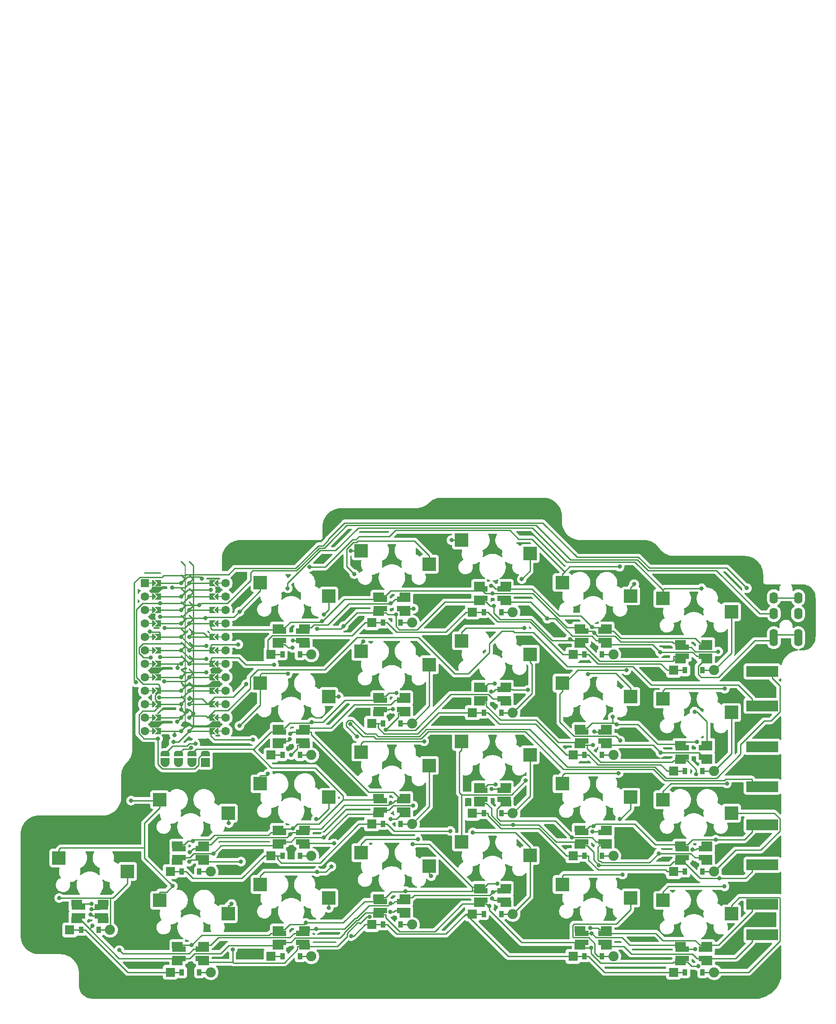
<source format=gbr>
%TF.GenerationSoftware,KiCad,Pcbnew,6.0.10-86aedd382b~118~ubuntu22.04.1*%
%TF.CreationDate,2023-01-31T18:23:29-07:00*%
%TF.ProjectId,scaarix_flow,73636161-7269-4785-9f66-6c6f772e6b69,v1.0.0*%
%TF.SameCoordinates,Original*%
%TF.FileFunction,Copper,L1,Top*%
%TF.FilePolarity,Positive*%
%FSLAX46Y46*%
G04 Gerber Fmt 4.6, Leading zero omitted, Abs format (unit mm)*
G04 Created by KiCad (PCBNEW 6.0.10-86aedd382b~118~ubuntu22.04.1) date 2023-01-31 18:23:29*
%MOMM*%
%LPD*%
G01*
G04 APERTURE LIST*
G04 Aperture macros list*
%AMFreePoly0*
4,1,6,0.600000,0.200000,0.000000,-0.400000,-0.600000,0.200000,-0.600000,0.400000,0.600000,0.400000,0.600000,0.200000,0.600000,0.200000,$1*%
%AMFreePoly1*
4,1,5,0.125000,-0.500000,-0.125000,-0.500000,-0.125000,0.500000,0.125000,0.500000,0.125000,-0.500000,0.125000,-0.500000,$1*%
%AMFreePoly2*
4,1,49,0.088388,4.152388,0.854389,3.386388,0.867708,3.368551,0.871189,3.365530,0.871982,3.362827,0.875852,3.357644,0.882333,3.327543,0.891000,3.298000,0.891000,0.766000,0.887805,0.743969,0.888131,0.739371,0.886780,0.736898,0.885852,0.730498,0.869154,0.704638,0.854389,0.677612,0.088388,-0.088388,0.064607,-0.106146,0.062500,-0.108253,0.061385,-0.108552,0.059644,-0.109852,
0.043810,-0.113261,0.000000,-0.125000,-0.004774,-0.123721,-0.009154,-0.124664,-0.028953,-0.117242,-0.062500,-0.108253,-0.068237,-0.102516,-0.075052,-0.099961,-0.087614,-0.083139,-0.108253,-0.062500,-0.111178,-0.051584,-0.117161,-0.043572,-0.118539,-0.024114,-0.125000,0.000000,-0.121239,0.014035,-0.122131,0.026629,-0.113759,0.041953,-0.108253,0.062500,-0.095642,0.075111,-0.088388,0.088388,
0.641000,0.817777,0.641000,3.246223,-0.088388,3.975612,-0.109852,4.004356,-0.124664,4.073154,-0.099961,4.139052,-0.043572,4.181161,0.026629,4.186131,0.088388,4.152388,0.088388,4.152388,$1*%
%AMFreePoly3*
4,1,6,0.600000,-0.250000,-0.600000,-0.250000,-0.600000,1.000000,0.000000,0.400000,0.600000,1.000000,0.600000,-0.250000,0.600000,-0.250000,$1*%
%AMFreePoly4*
4,1,49,0.088388,4.152388,0.850389,3.390388,0.863708,3.372551,0.867189,3.369530,0.867982,3.366827,0.871852,3.361644,0.878333,3.331543,0.887000,3.302000,0.887000,0.762000,0.883805,0.739969,0.884131,0.735371,0.882780,0.732898,0.881852,0.726498,0.865154,0.700638,0.850389,0.673612,0.088388,-0.088388,0.064607,-0.106146,0.062500,-0.108253,0.061385,-0.108552,0.059644,-0.109852,
0.043810,-0.113261,0.000000,-0.125000,-0.004774,-0.123721,-0.009154,-0.124664,-0.028953,-0.117242,-0.062500,-0.108253,-0.068237,-0.102516,-0.075052,-0.099961,-0.087614,-0.083139,-0.108253,-0.062500,-0.111178,-0.051584,-0.117161,-0.043572,-0.118539,-0.024114,-0.125000,0.000000,-0.121239,0.014035,-0.122131,0.026629,-0.113759,0.041953,-0.108253,0.062500,-0.095642,0.075111,-0.088388,0.088388,
0.637000,0.813777,0.637000,3.250223,-0.088388,3.975612,-0.109852,4.004356,-0.124664,4.073154,-0.099961,4.139052,-0.043572,4.181161,0.026629,4.186131,0.088388,4.152388,0.088388,4.152388,$1*%
%AMFreePoly5*
4,1,20,0.000000,0.844959,0.073905,0.844508,0.209726,0.803889,0.328688,0.726782,0.421226,0.619385,0.479903,0.490333,0.500000,0.350000,0.500000,-0.350000,0.499851,-0.362216,0.476331,-0.502017,0.414519,-0.629596,0.319384,-0.734700,0.198574,-0.808877,0.061801,-0.846166,0.000000,-0.845033,0.000000,-0.850000,-0.500000,-0.850000,-0.500000,0.850000,0.000000,0.850000,0.000000,0.844959,
0.000000,0.844959,$1*%
%AMFreePoly6*
4,1,20,-0.850000,0.850000,0.000000,0.850000,0.115358,0.842136,0.293503,0.797719,0.457955,0.716085,0.601041,0.601041,0.716085,0.457955,0.797719,0.293503,0.842136,0.115358,0.850000,0.000000,0.842136,-0.115358,0.797719,-0.293503,0.716085,-0.457955,0.601041,-0.601041,0.457955,-0.716085,0.293503,-0.797719,0.115358,-0.842136,0.000000,-0.850000,-0.850000,-0.850000,-0.850000,0.850000,
-0.850000,0.850000,$1*%
G04 Aperture macros list end*
%TA.AperFunction,SMDPad,CuDef*%
%ADD10R,2.600000X1.000000*%
%TD*%
%TA.AperFunction,SMDPad,CuDef*%
%ADD11R,2.000000X1.200000*%
%TD*%
%TA.AperFunction,SMDPad,CuDef*%
%ADD12R,0.900000X1.200000*%
%TD*%
%TA.AperFunction,ComponentPad*%
%ADD13R,1.778000X1.778000*%
%TD*%
%TA.AperFunction,ComponentPad*%
%ADD14C,1.905000*%
%TD*%
%TA.AperFunction,SMDPad,CuDef*%
%ADD15R,2.550000X2.500000*%
%TD*%
%TA.AperFunction,SMDPad,CuDef*%
%ADD16FreePoly0,90.000000*%
%TD*%
%TA.AperFunction,ComponentPad*%
%ADD17C,1.600000*%
%TD*%
%TA.AperFunction,SMDPad,CuDef*%
%ADD18FreePoly1,90.000000*%
%TD*%
%TA.AperFunction,SMDPad,CuDef*%
%ADD19FreePoly0,270.000000*%
%TD*%
%TA.AperFunction,SMDPad,CuDef*%
%ADD20FreePoly1,270.000000*%
%TD*%
%TA.AperFunction,ComponentPad*%
%ADD21R,1.600000X1.600000*%
%TD*%
%TA.AperFunction,SMDPad,CuDef*%
%ADD22FreePoly2,270.000000*%
%TD*%
%TA.AperFunction,ComponentPad*%
%ADD23C,0.800000*%
%TD*%
%TA.AperFunction,SMDPad,CuDef*%
%ADD24FreePoly3,270.000000*%
%TD*%
%TA.AperFunction,SMDPad,CuDef*%
%ADD25FreePoly4,90.000000*%
%TD*%
%TA.AperFunction,SMDPad,CuDef*%
%ADD26FreePoly3,90.000000*%
%TD*%
%TA.AperFunction,ComponentPad*%
%ADD27O,1.600000X2.200000*%
%TD*%
%TA.AperFunction,SMDPad,CuDef*%
%ADD28FreePoly5,90.000000*%
%TD*%
%TA.AperFunction,ComponentPad*%
%ADD29R,1.700000X1.700000*%
%TD*%
%TA.AperFunction,ComponentPad*%
%ADD30FreePoly6,270.000000*%
%TD*%
%TA.AperFunction,SMDPad,CuDef*%
%ADD31R,2.200000X2.000000*%
%TD*%
%TA.AperFunction,ComponentPad*%
%ADD32R,6.000000X2.000000*%
%TD*%
%TA.AperFunction,ViaPad*%
%ADD33C,0.800000*%
%TD*%
%TA.AperFunction,Conductor*%
%ADD34C,0.250000*%
%TD*%
G04 APERTURE END LIST*
D10*
%TO.P,LED19,1*%
%TO.N,VCC*%
X223900000Y-61425000D03*
%TO.P,LED19,2*%
%TO.N,D1*%
X223900000Y-63175000D03*
%TO.P,LED19,3*%
%TO.N,GND*%
X228300000Y-63175000D03*
%TO.P,LED19,4*%
%TO.N,P1*%
X228300000Y-61425000D03*
D11*
%TO.P,LED19,11*%
%TO.N,VCC*%
X223600000Y-60700000D03*
%TO.P,LED19,22*%
%TO.N,D1*%
X223600000Y-63900000D03*
%TO.P,LED19,33*%
%TO.N,GND*%
X228600000Y-63900000D03*
%TO.P,LED19,44*%
%TO.N,P1*%
X228600000Y-60700000D03*
%TD*%
D12*
%TO.P,D6,1*%
%TO.N,P4*%
X167450000Y-84800000D03*
D13*
X165290000Y-84800000D03*
D14*
%TO.P,D6,2*%
%TO.N,pinkie_top*%
X172910000Y-84800000D03*
D12*
X170750000Y-84800000D03*
%TD*%
%TO.P,D9,1*%
%TO.N,P0*%
X186450000Y-97800000D03*
D13*
X184290000Y-97800000D03*
D14*
%TO.P,D9,2*%
%TO.N,ring_home*%
X191910000Y-97800000D03*
D12*
X189750000Y-97800000D03*
%TD*%
D10*
%TO.P,LED1,1*%
%TO.N,VCC*%
X128900000Y-113425000D03*
%TO.P,LED1,2*%
%TO.N,D1*%
X128900000Y-115175000D03*
%TO.P,LED1,3*%
%TO.N,GND*%
X133300000Y-115175000D03*
%TO.P,LED1,4*%
%TO.N,P1*%
X133300000Y-113425000D03*
D11*
%TO.P,LED1,11*%
%TO.N,VCC*%
X128600000Y-112700000D03*
%TO.P,LED1,22*%
%TO.N,D1*%
X128600000Y-115900000D03*
%TO.P,LED1,33*%
%TO.N,GND*%
X133600000Y-115900000D03*
%TO.P,LED1,44*%
%TO.N,P1*%
X133600000Y-112700000D03*
%TD*%
D10*
%TO.P,LED20,1*%
%TO.N,VCC*%
X242900000Y-121425000D03*
%TO.P,LED20,2*%
%TO.N,D1*%
X242900000Y-123175000D03*
%TO.P,LED20,3*%
%TO.N,GND*%
X247300000Y-123175000D03*
%TO.P,LED20,4*%
%TO.N,P1*%
X247300000Y-121425000D03*
D11*
%TO.P,LED20,11*%
%TO.N,VCC*%
X242600000Y-120700000D03*
%TO.P,LED20,22*%
%TO.N,D1*%
X242600000Y-123900000D03*
%TO.P,LED20,33*%
%TO.N,GND*%
X247600000Y-123900000D03*
%TO.P,LED20,44*%
%TO.N,P1*%
X247600000Y-120700000D03*
%TD*%
D15*
%TO.P,S15,1*%
%TO.N,middle_num*%
X214185000Y-46760000D03*
%TO.P,S15,2*%
%TO.N,P9*%
X201258000Y-44220000D03*
%TD*%
D10*
%TO.P,LED16,1*%
%TO.N,VCC*%
X223900000Y-118425000D03*
%TO.P,LED16,2*%
%TO.N,D1*%
X223900000Y-120175000D03*
%TO.P,LED16,3*%
%TO.N,GND*%
X228300000Y-120175000D03*
%TO.P,LED16,4*%
%TO.N,P1*%
X228300000Y-118425000D03*
D11*
%TO.P,LED16,11*%
%TO.N,VCC*%
X223600000Y-117700000D03*
%TO.P,LED16,22*%
%TO.N,D1*%
X223600000Y-120900000D03*
%TO.P,LED16,33*%
%TO.N,GND*%
X228600000Y-120900000D03*
%TO.P,LED16,44*%
%TO.N,P1*%
X228600000Y-117700000D03*
%TD*%
D15*
%TO.P,S10,1*%
%TO.N,ring_top*%
X195185000Y-67760000D03*
%TO.P,S10,2*%
%TO.N,P8*%
X182258000Y-65220000D03*
%TD*%
%TO.P,S3,1*%
%TO.N,tab_home*%
X157185000Y-95760000D03*
%TO.P,S3,2*%
%TO.N,P5*%
X144258000Y-93220000D03*
%TD*%
D10*
%TO.P,LED23,1*%
%TO.N,VCC*%
X242900000Y-64425000D03*
%TO.P,LED23,2*%
%TO.N,D1*%
X242900000Y-66175000D03*
%TO.P,LED23,3*%
%TO.N,GND*%
X247300000Y-66175000D03*
%TO.P,LED23,4*%
%TO.N,P1*%
X247300000Y-64425000D03*
D11*
%TO.P,LED23,11*%
%TO.N,VCC*%
X242600000Y-63700000D03*
%TO.P,LED23,22*%
%TO.N,D1*%
X242600000Y-66900000D03*
%TO.P,LED23,33*%
%TO.N,GND*%
X247600000Y-66900000D03*
%TO.P,LED23,44*%
%TO.N,P1*%
X247600000Y-63700000D03*
%TD*%
D15*
%TO.P,S22,1*%
%TO.N,far_top*%
X252185000Y-76760000D03*
%TO.P,S22,2*%
%TO.N,P20*%
X239258000Y-74220000D03*
%TD*%
%TO.P,S20,1*%
%TO.N,far_bottom*%
X252185000Y-114760000D03*
%TO.P,S20,2*%
%TO.N,P20*%
X239258000Y-112220000D03*
%TD*%
D13*
%TO.P,D19,1*%
%TO.N,P14*%
X222290000Y-65800000D03*
D12*
X224450000Y-65800000D03*
%TO.P,D19,2*%
%TO.N,index_num*%
X227750000Y-65800000D03*
D14*
X229910000Y-65800000D03*
%TD*%
D15*
%TO.P,S16,1*%
%TO.N,index_bottom*%
X233185000Y-111760000D03*
%TO.P,S16,2*%
%TO.N,P21*%
X220258000Y-109220000D03*
%TD*%
D10*
%TO.P,LED9,1*%
%TO.N,VCC*%
X185900000Y-93425000D03*
%TO.P,LED9,2*%
%TO.N,D1*%
X185900000Y-95175000D03*
%TO.P,LED9,3*%
%TO.N,GND*%
X190300000Y-95175000D03*
%TO.P,LED9,4*%
%TO.N,P1*%
X190300000Y-93425000D03*
D11*
%TO.P,LED9,11*%
%TO.N,VCC*%
X185600000Y-92700000D03*
%TO.P,LED9,22*%
%TO.N,D1*%
X185600000Y-95900000D03*
%TO.P,LED9,33*%
%TO.N,GND*%
X190600000Y-95900000D03*
%TO.P,LED9,44*%
%TO.N,P1*%
X190600000Y-92700000D03*
%TD*%
D10*
%TO.P,LED10,1*%
%TO.N,VCC*%
X185900000Y-74425000D03*
%TO.P,LED10,2*%
%TO.N,D1*%
X185900000Y-76175000D03*
%TO.P,LED10,3*%
%TO.N,GND*%
X190300000Y-76175000D03*
%TO.P,LED10,4*%
%TO.N,P1*%
X190300000Y-74425000D03*
D11*
%TO.P,LED10,11*%
%TO.N,VCC*%
X185600000Y-73700000D03*
%TO.P,LED10,22*%
%TO.N,D1*%
X185600000Y-76900000D03*
%TO.P,LED10,33*%
%TO.N,GND*%
X190600000Y-76900000D03*
%TO.P,LED10,44*%
%TO.N,P1*%
X190600000Y-73700000D03*
%TD*%
D15*
%TO.P,S9,1*%
%TO.N,ring_home*%
X195185000Y-86760000D03*
%TO.P,S9,2*%
%TO.N,P8*%
X182258000Y-84220000D03*
%TD*%
D12*
%TO.P,D3,1*%
%TO.N,P0*%
X148450000Y-106800000D03*
D13*
X146290000Y-106800000D03*
D14*
%TO.P,D3,2*%
%TO.N,tab_home*%
X153910000Y-106800000D03*
D12*
X151750000Y-106800000D03*
%TD*%
D15*
%TO.P,S19,1*%
%TO.N,index_num*%
X233185000Y-54760000D03*
%TO.P,S19,2*%
%TO.N,P21*%
X220258000Y-52220000D03*
%TD*%
D13*
%TO.P,D14,1*%
%TO.N,P4*%
X203290000Y-76800000D03*
D12*
X205450000Y-76800000D03*
%TO.P,D14,2*%
%TO.N,middle_top*%
X208750000Y-76800000D03*
D14*
X210910000Y-76800000D03*
%TD*%
D13*
%TO.P,D17,1*%
%TO.N,P0*%
X222290000Y-103800000D03*
D12*
X224450000Y-103800000D03*
D14*
%TO.P,D17,2*%
%TO.N,index_home*%
X229910000Y-103800000D03*
D12*
X227750000Y-103800000D03*
%TD*%
%TO.P,D8,1*%
%TO.N,P15*%
X186450000Y-116800000D03*
D13*
X184290000Y-116800000D03*
D14*
%TO.P,D8,2*%
%TO.N,ring_bottom*%
X191910000Y-116800000D03*
D12*
X189750000Y-116800000D03*
%TD*%
D15*
%TO.P,S4,1*%
%TO.N,pinkie_bottom*%
X176185000Y-111760000D03*
%TO.P,S4,2*%
%TO.N,P6*%
X163258000Y-109220000D03*
%TD*%
D12*
%TO.P,D1,1*%
%TO.N,P15*%
X129450000Y-117800000D03*
D13*
X127290000Y-117800000D03*
D12*
%TO.P,D1,2*%
%TO.N,single_bottom*%
X132750000Y-117800000D03*
D14*
X134910000Y-117800000D03*
%TD*%
D10*
%TO.P,LED5,1*%
%TO.N,VCC*%
X166900000Y-99425000D03*
%TO.P,LED5,2*%
%TO.N,D1*%
X166900000Y-101175000D03*
%TO.P,LED5,3*%
%TO.N,GND*%
X171300000Y-101175000D03*
%TO.P,LED5,4*%
%TO.N,P1*%
X171300000Y-99425000D03*
D11*
%TO.P,LED5,11*%
%TO.N,VCC*%
X166600000Y-98700000D03*
%TO.P,LED5,22*%
%TO.N,D1*%
X166600000Y-101900000D03*
%TO.P,LED5,33*%
%TO.N,GND*%
X171600000Y-101900000D03*
%TO.P,LED5,44*%
%TO.N,P1*%
X171600000Y-98700000D03*
%TD*%
D10*
%TO.P,LED2,1*%
%TO.N,VCC*%
X147900000Y-121425000D03*
%TO.P,LED2,2*%
%TO.N,D1*%
X147900000Y-123175000D03*
%TO.P,LED2,3*%
%TO.N,GND*%
X152300000Y-123175000D03*
%TO.P,LED2,4*%
%TO.N,P1*%
X152300000Y-121425000D03*
D11*
%TO.P,LED2,11*%
%TO.N,VCC*%
X147600000Y-120700000D03*
%TO.P,LED2,22*%
%TO.N,D1*%
X147600000Y-123900000D03*
%TO.P,LED2,33*%
%TO.N,GND*%
X152600000Y-123900000D03*
%TO.P,LED2,44*%
%TO.N,P1*%
X152600000Y-120700000D03*
%TD*%
D10*
%TO.P,LED7,1*%
%TO.N,VCC*%
X166900000Y-61425000D03*
%TO.P,LED7,2*%
%TO.N,D1*%
X166900000Y-63175000D03*
%TO.P,LED7,3*%
%TO.N,GND*%
X171300000Y-63175000D03*
%TO.P,LED7,4*%
%TO.N,P1*%
X171300000Y-61425000D03*
D11*
%TO.P,LED7,11*%
%TO.N,VCC*%
X166600000Y-60700000D03*
%TO.P,LED7,22*%
%TO.N,D1*%
X166600000Y-63900000D03*
%TO.P,LED7,33*%
%TO.N,GND*%
X171600000Y-63900000D03*
%TO.P,LED7,44*%
%TO.N,P1*%
X171600000Y-60700000D03*
%TD*%
D10*
%TO.P,LED3,1*%
%TO.N,VCC*%
X147900000Y-102425000D03*
%TO.P,LED3,2*%
%TO.N,D1*%
X147900000Y-104175000D03*
%TO.P,LED3,3*%
%TO.N,GND*%
X152300000Y-104175000D03*
%TO.P,LED3,4*%
%TO.N,P1*%
X152300000Y-102425000D03*
D11*
%TO.P,LED3,11*%
%TO.N,VCC*%
X147600000Y-101700000D03*
%TO.P,LED3,22*%
%TO.N,D1*%
X147600000Y-104900000D03*
%TO.P,LED3,33*%
%TO.N,GND*%
X152600000Y-104900000D03*
%TO.P,LED3,44*%
%TO.N,P1*%
X152600000Y-101700000D03*
%TD*%
D10*
%TO.P,LED12,1*%
%TO.N,VCC*%
X204900000Y-110425000D03*
%TO.P,LED12,2*%
%TO.N,D1*%
X204900000Y-112175000D03*
%TO.P,LED12,3*%
%TO.N,GND*%
X209300000Y-112175000D03*
%TO.P,LED12,4*%
%TO.N,P1*%
X209300000Y-110425000D03*
D11*
%TO.P,LED12,11*%
%TO.N,VCC*%
X204600000Y-109700000D03*
%TO.P,LED12,22*%
%TO.N,D1*%
X204600000Y-112900000D03*
%TO.P,LED12,33*%
%TO.N,GND*%
X209600000Y-112900000D03*
%TO.P,LED12,44*%
%TO.N,P1*%
X209600000Y-109700000D03*
%TD*%
D12*
%TO.P,D22,1*%
%TO.N,P4*%
X243450000Y-87800000D03*
D13*
X241290000Y-87800000D03*
D14*
%TO.P,D22,2*%
%TO.N,far_top*%
X248910000Y-87800000D03*
D12*
X246750000Y-87800000D03*
%TD*%
D15*
%TO.P,S11,1*%
%TO.N,ring_num*%
X195185000Y-48760000D03*
%TO.P,S11,2*%
%TO.N,P8*%
X182258000Y-46220000D03*
%TD*%
D13*
%TO.P,D16,1*%
%TO.N,P15*%
X222290000Y-122800000D03*
D12*
X224450000Y-122800000D03*
D14*
%TO.P,D16,2*%
%TO.N,index_bottom*%
X229910000Y-122800000D03*
D12*
X227750000Y-122800000D03*
%TD*%
D16*
%TO.P,MCU1,*%
%TO.N,*%
X143258000Y-57410000D03*
D17*
X141480000Y-77730000D03*
D18*
X142750000Y-67570000D03*
D19*
X154942000Y-67570000D03*
D18*
X142750000Y-59950000D03*
X142750000Y-52330000D03*
D20*
X155450000Y-72650000D03*
D17*
X156720000Y-80270000D03*
D18*
X142750000Y-62490000D03*
D19*
X154942000Y-72650000D03*
D20*
X155450000Y-54870000D03*
D17*
X141480000Y-62490000D03*
D19*
X154942000Y-62490000D03*
D18*
X142750000Y-70110000D03*
D17*
X141480000Y-72650000D03*
D19*
X154942000Y-80270000D03*
D17*
X156720000Y-65030000D03*
D16*
X143258000Y-65030000D03*
D19*
X154942000Y-57410000D03*
D17*
X156720000Y-67570000D03*
D20*
X155450000Y-80270000D03*
X155450000Y-77730000D03*
D19*
X154942000Y-54870000D03*
D16*
X143258000Y-75190000D03*
D21*
X141480000Y-52330000D03*
D19*
X154942000Y-75190000D03*
D16*
X143258000Y-72650000D03*
D18*
X142750000Y-65030000D03*
D17*
X141480000Y-52330000D03*
D20*
X155450000Y-59950000D03*
D17*
X156720000Y-62490000D03*
D18*
X142750000Y-75190000D03*
D20*
X155450000Y-75190000D03*
D17*
X141480000Y-75190000D03*
D19*
X154942000Y-59950000D03*
D16*
X143258000Y-54870000D03*
D20*
X155450000Y-70110000D03*
D17*
X141480000Y-59950000D03*
D16*
X143258000Y-62490000D03*
D20*
X155450000Y-57410000D03*
D18*
X142750000Y-72650000D03*
D16*
X143258000Y-77730000D03*
X143258000Y-80270000D03*
D18*
X142750000Y-57410000D03*
D16*
X143258000Y-52330000D03*
D17*
X156720000Y-57410000D03*
D18*
X142750000Y-80270000D03*
D19*
X154942000Y-70110000D03*
D20*
X155450000Y-65030000D03*
D17*
X156720000Y-54870000D03*
X156720000Y-59950000D03*
X156720000Y-70110000D03*
X141480000Y-70110000D03*
X141480000Y-57410000D03*
D20*
X155450000Y-52330000D03*
D19*
X154942000Y-52330000D03*
D16*
X143258000Y-67570000D03*
D17*
X156720000Y-52330000D03*
D18*
X142750000Y-77730000D03*
D16*
X143258000Y-59950000D03*
D20*
X155450000Y-62490000D03*
X155450000Y-67570000D03*
D17*
X141480000Y-67570000D03*
D19*
X154942000Y-65030000D03*
D17*
X156720000Y-72650000D03*
D19*
X154942000Y-77730000D03*
D17*
X156720000Y-75190000D03*
D18*
X142750000Y-54870000D03*
D17*
X141480000Y-65030000D03*
X156720000Y-77730000D03*
D16*
X143258000Y-70110000D03*
D17*
X141480000Y-54870000D03*
X141480000Y-80270000D03*
D22*
%TO.P,MCU1,1*%
%TO.N,RAW*%
X149862000Y-52330000D03*
D23*
X149862000Y-52330000D03*
D24*
X153926000Y-52330000D03*
D23*
%TO.P,MCU1,2*%
%TO.N,GND*%
X149862000Y-54870000D03*
D24*
X153926000Y-54870000D03*
D22*
X149862000Y-54870000D03*
D24*
%TO.P,MCU1,3*%
%TO.N,RST*%
X153926000Y-57410000D03*
D22*
X149862000Y-57410000D03*
D23*
X149862000Y-57410000D03*
D24*
%TO.P,MCU1,4*%
%TO.N,VCC*%
X153926000Y-59950000D03*
D22*
X149862000Y-59950000D03*
D23*
X149862000Y-59950000D03*
%TO.P,MCU1,5*%
%TO.N,P21*%
X149862000Y-62490000D03*
D24*
X153926000Y-62490000D03*
D22*
X149862000Y-62490000D03*
%TO.P,MCU1,6*%
%TO.N,P20*%
X149862000Y-65030000D03*
D24*
X153926000Y-65030000D03*
D23*
X149862000Y-65030000D03*
D22*
%TO.P,MCU1,7*%
%TO.N,P19*%
X149862000Y-67570000D03*
D23*
X149862000Y-67570000D03*
D24*
X153926000Y-67570000D03*
D22*
%TO.P,MCU1,8*%
%TO.N,P18*%
X149862000Y-70110000D03*
D24*
X153926000Y-70110000D03*
D23*
X149862000Y-70110000D03*
%TO.P,MCU1,9*%
%TO.N,P15*%
X149862000Y-72650000D03*
D22*
X149862000Y-72650000D03*
D24*
X153926000Y-72650000D03*
%TO.P,MCU1,10*%
%TO.N,P14*%
X153926000Y-75190000D03*
D23*
X149862000Y-75190000D03*
D22*
X149862000Y-75190000D03*
D23*
%TO.P,MCU1,11*%
%TO.N,P16*%
X149862000Y-77730000D03*
D24*
X153926000Y-77730000D03*
D22*
X149862000Y-77730000D03*
D24*
%TO.P,MCU1,12*%
%TO.N,P10*%
X153926000Y-80270000D03*
D23*
X149862000Y-80270000D03*
D22*
X149862000Y-80270000D03*
D25*
%TO.P,MCU1,13*%
%TO.N,P1*%
X148338000Y-80270000D03*
D23*
X148338000Y-80270000D03*
D26*
X144274000Y-80270000D03*
D23*
%TO.P,MCU1,14*%
%TO.N,P0*%
X148338000Y-77730000D03*
D26*
X144274000Y-77730000D03*
D25*
X148338000Y-77730000D03*
%TO.P,MCU1,15*%
%TO.N,GND*%
X148338000Y-75190000D03*
D26*
X144274000Y-75190000D03*
D23*
X148338000Y-75190000D03*
D26*
%TO.P,MCU1,16*%
X144274000Y-72650000D03*
D23*
X148338000Y-72650000D03*
D25*
X148338000Y-72650000D03*
D26*
%TO.P,MCU1,17*%
%TO.N,P2*%
X144274000Y-70110000D03*
D25*
X148338000Y-70110000D03*
D23*
X148338000Y-70110000D03*
%TO.P,MCU1,18*%
%TO.N,P3*%
X148338000Y-67570000D03*
D26*
X144274000Y-67570000D03*
D25*
X148338000Y-67570000D03*
D23*
%TO.P,MCU1,19*%
%TO.N,P4*%
X148338000Y-65030000D03*
D25*
X148338000Y-65030000D03*
D26*
X144274000Y-65030000D03*
D23*
%TO.P,MCU1,20*%
%TO.N,P5*%
X148338000Y-62490000D03*
D25*
X148338000Y-62490000D03*
D26*
X144274000Y-62490000D03*
D25*
%TO.P,MCU1,21*%
%TO.N,P6*%
X148338000Y-59950000D03*
D23*
X148338000Y-59950000D03*
D26*
X144274000Y-59950000D03*
D23*
%TO.P,MCU1,22*%
%TO.N,P7*%
X148338000Y-57410000D03*
D25*
X148338000Y-57410000D03*
D26*
X144274000Y-57410000D03*
D23*
%TO.P,MCU1,23*%
%TO.N,P8*%
X148338000Y-54870000D03*
D26*
X144274000Y-54870000D03*
D25*
X148338000Y-54870000D03*
D23*
%TO.P,MCU1,24*%
%TO.N,P9*%
X148338000Y-52330000D03*
D26*
X144274000Y-52330000D03*
D25*
X148338000Y-52330000D03*
%TD*%
D13*
%TO.P,D4,1*%
%TO.N,P15*%
X165290000Y-122800000D03*
D12*
X167450000Y-122800000D03*
D14*
%TO.P,D4,2*%
%TO.N,pinkie_bottom*%
X172910000Y-122800000D03*
D12*
X170750000Y-122800000D03*
%TD*%
D10*
%TO.P,LED17,1*%
%TO.N,VCC*%
X223900000Y-99425000D03*
%TO.P,LED17,2*%
%TO.N,D1*%
X223900000Y-101175000D03*
%TO.P,LED17,3*%
%TO.N,GND*%
X228300000Y-101175000D03*
%TO.P,LED17,4*%
%TO.N,P1*%
X228300000Y-99425000D03*
D11*
%TO.P,LED17,11*%
%TO.N,VCC*%
X223600000Y-98700000D03*
%TO.P,LED17,22*%
%TO.N,D1*%
X223600000Y-101900000D03*
%TO.P,LED17,33*%
%TO.N,GND*%
X228600000Y-101900000D03*
%TO.P,LED17,44*%
%TO.N,P1*%
X228600000Y-98700000D03*
%TD*%
D15*
%TO.P,S23,1*%
%TO.N,far_num*%
X252185000Y-57760000D03*
%TO.P,S23,2*%
%TO.N,P20*%
X239258000Y-55220000D03*
%TD*%
D10*
%TO.P,LED13,1*%
%TO.N,VCC*%
X204900000Y-91425000D03*
%TO.P,LED13,2*%
%TO.N,D1*%
X204900000Y-93175000D03*
%TO.P,LED13,3*%
%TO.N,GND*%
X209300000Y-93175000D03*
%TO.P,LED13,4*%
%TO.N,P1*%
X209300000Y-91425000D03*
D11*
%TO.P,LED13,11*%
%TO.N,VCC*%
X204600000Y-90700000D03*
%TO.P,LED13,22*%
%TO.N,D1*%
X204600000Y-93900000D03*
%TO.P,LED13,33*%
%TO.N,GND*%
X209600000Y-93900000D03*
%TO.P,LED13,44*%
%TO.N,P1*%
X209600000Y-90700000D03*
%TD*%
D10*
%TO.P,LED21,1*%
%TO.N,VCC*%
X242900000Y-102425000D03*
%TO.P,LED21,2*%
%TO.N,D1*%
X242900000Y-104175000D03*
%TO.P,LED21,3*%
%TO.N,GND*%
X247300000Y-104175000D03*
%TO.P,LED21,4*%
%TO.N,P1*%
X247300000Y-102425000D03*
D11*
%TO.P,LED21,11*%
%TO.N,VCC*%
X242600000Y-101700000D03*
%TO.P,LED21,22*%
%TO.N,D1*%
X242600000Y-104900000D03*
%TO.P,LED21,33*%
%TO.N,GND*%
X247600000Y-104900000D03*
%TO.P,LED21,44*%
%TO.N,P1*%
X247600000Y-101700000D03*
%TD*%
D27*
%TO.P,TRRS,1*%
%TO.N,GND*%
X260200000Y-63200000D03*
X264800000Y-63200000D03*
%TO.P,TRRS,2*%
X260200000Y-62100000D03*
X264800000Y-62100000D03*
%TO.P,TRRS,3*%
%TO.N,P7*%
X260200000Y-58100000D03*
X264800000Y-58100000D03*
%TO.P,TRRS,4*%
%TO.N,VCC*%
X260200000Y-55100000D03*
X264800000Y-55100000D03*
%TD*%
D13*
%TO.P,D15,1*%
%TO.N,P14*%
X203290000Y-57800000D03*
D12*
X205450000Y-57800000D03*
%TO.P,D15,2*%
%TO.N,middle_num*%
X208750000Y-57800000D03*
D14*
X210910000Y-57800000D03*
%TD*%
D28*
%TO.P,OLED1,1*%
%TO.N,GND*%
X152900000Y-84549000D03*
%TO.P,OLED1,2*%
%TO.N,VCC*%
X150360000Y-84549000D03*
%TO.P,OLED1,3*%
%TO.N,P3*%
X147820000Y-84549000D03*
%TO.P,OLED1,4*%
%TO.N,P2*%
X145280000Y-84549000D03*
D29*
%TO.P,OLED1,5*%
%TO.N,N/C*%
X152900000Y-86200000D03*
D30*
%TO.P,OLED1,6*%
X150360000Y-86200000D03*
%TO.P,OLED1,7*%
X147820000Y-86200000D03*
%TO.P,OLED1,8*%
X145280000Y-86200000D03*
%TD*%
D13*
%TO.P,D20,1*%
%TO.N,P15*%
X241290000Y-125800000D03*
D12*
X243450000Y-125800000D03*
%TO.P,D20,2*%
%TO.N,far_bottom*%
X246750000Y-125800000D03*
D14*
X248910000Y-125800000D03*
%TD*%
D15*
%TO.P,S21,1*%
%TO.N,far_home*%
X252185000Y-95760000D03*
%TO.P,S21,2*%
%TO.N,P20*%
X239258000Y-93220000D03*
%TD*%
D10*
%TO.P,LED15,1*%
%TO.N,VCC*%
X204900000Y-53425000D03*
%TO.P,LED15,2*%
%TO.N,D1*%
X204900000Y-55175000D03*
%TO.P,LED15,3*%
%TO.N,GND*%
X209300000Y-55175000D03*
%TO.P,LED15,4*%
%TO.N,P1*%
X209300000Y-53425000D03*
D11*
%TO.P,LED15,11*%
%TO.N,VCC*%
X204600000Y-52700000D03*
%TO.P,LED15,22*%
%TO.N,D1*%
X204600000Y-55900000D03*
%TO.P,LED15,33*%
%TO.N,GND*%
X209600000Y-55900000D03*
%TO.P,LED15,44*%
%TO.N,P1*%
X209600000Y-52700000D03*
%TD*%
D15*
%TO.P,S2,1*%
%TO.N,tab_bottom*%
X157185000Y-114760000D03*
%TO.P,S2,2*%
%TO.N,P5*%
X144258000Y-112220000D03*
%TD*%
D10*
%TO.P,LED6,1*%
%TO.N,VCC*%
X166900000Y-80425000D03*
%TO.P,LED6,2*%
%TO.N,D1*%
X166900000Y-82175000D03*
%TO.P,LED6,3*%
%TO.N,GND*%
X171300000Y-82175000D03*
%TO.P,LED6,4*%
%TO.N,P1*%
X171300000Y-80425000D03*
D11*
%TO.P,LED6,11*%
%TO.N,VCC*%
X166600000Y-79700000D03*
%TO.P,LED6,22*%
%TO.N,D1*%
X166600000Y-82900000D03*
%TO.P,LED6,33*%
%TO.N,GND*%
X171600000Y-82900000D03*
%TO.P,LED6,44*%
%TO.N,P1*%
X171600000Y-79700000D03*
%TD*%
D12*
%TO.P,D2,1*%
%TO.N,P15*%
X148450000Y-125800000D03*
D13*
X146290000Y-125800000D03*
D12*
%TO.P,D2,2*%
%TO.N,tab_bottom*%
X151750000Y-125800000D03*
D14*
X153910000Y-125800000D03*
%TD*%
D15*
%TO.P,S8,1*%
%TO.N,ring_bottom*%
X195185000Y-105760000D03*
%TO.P,S8,2*%
%TO.N,P8*%
X182258000Y-103220000D03*
%TD*%
D13*
%TO.P,D5,1*%
%TO.N,P0*%
X165290000Y-103800000D03*
D12*
X167450000Y-103800000D03*
%TO.P,D5,2*%
%TO.N,pinkie_home*%
X170750000Y-103800000D03*
D14*
X172910000Y-103800000D03*
%TD*%
D15*
%TO.P,S13,1*%
%TO.N,middle_home*%
X214185000Y-84760000D03*
%TO.P,S13,2*%
%TO.N,P9*%
X201258000Y-82220000D03*
%TD*%
D13*
%TO.P,D7,1*%
%TO.N,P14*%
X165290000Y-65800000D03*
D12*
X167450000Y-65800000D03*
%TO.P,D7,2*%
%TO.N,pinkie_num*%
X170750000Y-65800000D03*
D14*
X172910000Y-65800000D03*
%TD*%
D15*
%TO.P,S1,1*%
%TO.N,single_bottom*%
X138185000Y-106760000D03*
%TO.P,S1,2*%
%TO.N,P5*%
X125258000Y-104220000D03*
%TD*%
D13*
%TO.P,D13,1*%
%TO.N,P0*%
X203290000Y-95800000D03*
D12*
X205450000Y-95800000D03*
D14*
%TO.P,D13,2*%
%TO.N,middle_home*%
X210910000Y-95800000D03*
D12*
X208750000Y-95800000D03*
%TD*%
D15*
%TO.P,S5,1*%
%TO.N,pinkie_home*%
X176185000Y-92760000D03*
%TO.P,S5,2*%
%TO.N,P6*%
X163258000Y-90220000D03*
%TD*%
D12*
%TO.P,D18,1*%
%TO.N,P4*%
X224450000Y-84800000D03*
D13*
X222290000Y-84800000D03*
D14*
%TO.P,D18,2*%
%TO.N,index_top*%
X229910000Y-84800000D03*
D12*
X227750000Y-84800000D03*
%TD*%
D15*
%TO.P,S6,1*%
%TO.N,pinkie_top*%
X176185000Y-73760000D03*
%TO.P,S6,2*%
%TO.N,P6*%
X163258000Y-71220000D03*
%TD*%
%TO.P,S12,1*%
%TO.N,middle_bottom*%
X214185000Y-103760000D03*
%TO.P,S12,2*%
%TO.N,P9*%
X201258000Y-101220000D03*
%TD*%
%TO.P,S7,1*%
%TO.N,pinkie_num*%
X176185000Y-54760000D03*
%TO.P,S7,2*%
%TO.N,P6*%
X163258000Y-52220000D03*
%TD*%
%TO.P,S14,1*%
%TO.N,middle_top*%
X214185000Y-65760000D03*
%TO.P,S14,2*%
%TO.N,P9*%
X201258000Y-63220000D03*
%TD*%
D10*
%TO.P,LED11,1*%
%TO.N,VCC*%
X185900000Y-55425000D03*
%TO.P,LED11,2*%
%TO.N,D1*%
X185900000Y-57175000D03*
%TO.P,LED11,3*%
%TO.N,GND*%
X190300000Y-57175000D03*
%TO.P,LED11,4*%
%TO.N,P1*%
X190300000Y-55425000D03*
D11*
%TO.P,LED11,11*%
%TO.N,VCC*%
X185600000Y-54700000D03*
%TO.P,LED11,22*%
%TO.N,D1*%
X185600000Y-57900000D03*
%TO.P,LED11,33*%
%TO.N,GND*%
X190600000Y-57900000D03*
%TO.P,LED11,44*%
%TO.N,P1*%
X190600000Y-54700000D03*
%TD*%
D15*
%TO.P,S18,1*%
%TO.N,index_top*%
X233185000Y-73760000D03*
%TO.P,S18,2*%
%TO.N,P21*%
X220258000Y-71220000D03*
%TD*%
D13*
%TO.P,D21,1*%
%TO.N,P0*%
X241290000Y-106800000D03*
D12*
X243450000Y-106800000D03*
D14*
%TO.P,D21,2*%
%TO.N,far_home*%
X248910000Y-106800000D03*
D12*
X246750000Y-106800000D03*
%TD*%
%TO.P,D11,1*%
%TO.N,P14*%
X186450000Y-59800000D03*
D13*
X184290000Y-59800000D03*
D12*
%TO.P,D11,2*%
%TO.N,ring_num*%
X189750000Y-59800000D03*
D14*
X191910000Y-59800000D03*
%TD*%
D15*
%TO.P,S17,1*%
%TO.N,index_home*%
X233185000Y-92760000D03*
%TO.P,S17,2*%
%TO.N,P21*%
X220258000Y-90220000D03*
%TD*%
D10*
%TO.P,LED14,1*%
%TO.N,VCC*%
X204900000Y-72425000D03*
%TO.P,LED14,2*%
%TO.N,D1*%
X204900000Y-74175000D03*
%TO.P,LED14,3*%
%TO.N,GND*%
X209300000Y-74175000D03*
%TO.P,LED14,4*%
%TO.N,P1*%
X209300000Y-72425000D03*
D11*
%TO.P,LED14,11*%
%TO.N,VCC*%
X204600000Y-71700000D03*
%TO.P,LED14,22*%
%TO.N,D1*%
X204600000Y-74900000D03*
%TO.P,LED14,33*%
%TO.N,GND*%
X209600000Y-74900000D03*
%TO.P,LED14,44*%
%TO.N,P1*%
X209600000Y-71700000D03*
%TD*%
D10*
%TO.P,LED22,1*%
%TO.N,VCC*%
X242900000Y-83425000D03*
%TO.P,LED22,2*%
%TO.N,D1*%
X242900000Y-85175000D03*
%TO.P,LED22,3*%
%TO.N,GND*%
X247300000Y-85175000D03*
%TO.P,LED22,4*%
%TO.N,P1*%
X247300000Y-83425000D03*
D11*
%TO.P,LED22,11*%
%TO.N,VCC*%
X242600000Y-82700000D03*
%TO.P,LED22,22*%
%TO.N,D1*%
X242600000Y-85900000D03*
%TO.P,LED22,33*%
%TO.N,GND*%
X247600000Y-85900000D03*
%TO.P,LED22,44*%
%TO.N,P1*%
X247600000Y-82700000D03*
%TD*%
D10*
%TO.P,LED4,1*%
%TO.N,VCC*%
X166900000Y-118425000D03*
%TO.P,LED4,2*%
%TO.N,D1*%
X166900000Y-120175000D03*
%TO.P,LED4,3*%
%TO.N,GND*%
X171300000Y-120175000D03*
%TO.P,LED4,4*%
%TO.N,P1*%
X171300000Y-118425000D03*
D11*
%TO.P,LED4,11*%
%TO.N,VCC*%
X166600000Y-117700000D03*
%TO.P,LED4,22*%
%TO.N,D1*%
X166600000Y-120900000D03*
%TO.P,LED4,33*%
%TO.N,GND*%
X171600000Y-120900000D03*
%TO.P,LED4,44*%
%TO.N,P1*%
X171600000Y-117700000D03*
%TD*%
D10*
%TO.P,LED18,1*%
%TO.N,VCC*%
X223900000Y-80425000D03*
%TO.P,LED18,2*%
%TO.N,D1*%
X223900000Y-82175000D03*
%TO.P,LED18,3*%
%TO.N,GND*%
X228300000Y-82175000D03*
%TO.P,LED18,4*%
%TO.N,P1*%
X228300000Y-80425000D03*
D11*
%TO.P,LED18,11*%
%TO.N,VCC*%
X223600000Y-79700000D03*
%TO.P,LED18,22*%
%TO.N,D1*%
X223600000Y-82900000D03*
%TO.P,LED18,33*%
%TO.N,GND*%
X228600000Y-82900000D03*
%TO.P,LED18,44*%
%TO.N,P1*%
X228600000Y-79700000D03*
%TD*%
D13*
%TO.P,D10,1*%
%TO.N,P4*%
X184290000Y-78800000D03*
D12*
X186450000Y-78800000D03*
%TO.P,D10,2*%
%TO.N,ring_top*%
X189750000Y-78800000D03*
D14*
X191910000Y-78800000D03*
%TD*%
D12*
%TO.P,D23,1*%
%TO.N,P14*%
X243450000Y-68800000D03*
D13*
X241290000Y-68800000D03*
D14*
%TO.P,D23,2*%
%TO.N,far_num*%
X248910000Y-68800000D03*
D12*
X246750000Y-68800000D03*
%TD*%
%TO.P,D12,1*%
%TO.N,P15*%
X205450000Y-114800000D03*
D13*
X203290000Y-114800000D03*
D12*
%TO.P,D12,2*%
%TO.N,middle_bottom*%
X208750000Y-114800000D03*
D14*
X210910000Y-114800000D03*
%TD*%
D10*
%TO.P,LED8,1*%
%TO.N,VCC*%
X185900000Y-112425000D03*
%TO.P,LED8,2*%
%TO.N,D1*%
X185900000Y-114175000D03*
%TO.P,LED8,3*%
%TO.N,GND*%
X190300000Y-114175000D03*
%TO.P,LED8,4*%
%TO.N,P1*%
X190300000Y-112425000D03*
D11*
%TO.P,LED8,11*%
%TO.N,VCC*%
X185600000Y-111700000D03*
%TO.P,LED8,22*%
%TO.N,D1*%
X185600000Y-114900000D03*
%TO.P,LED8,33*%
%TO.N,GND*%
X190600000Y-114900000D03*
%TO.P,LED8,44*%
%TO.N,P1*%
X190600000Y-111700000D03*
%TD*%
D31*
%TO.P,J1,1,Pin_1*%
%TO.N,P10*%
X256100000Y-69000000D03*
D32*
X258000000Y-69000000D03*
D31*
X259900000Y-69000000D03*
D32*
%TO.P,J1,2,Pin_2*%
%TO.N,P16*%
X258000000Y-75500000D03*
D31*
X256100000Y-75500000D03*
X259900000Y-75500000D03*
D32*
%TO.P,J1,3,Pin_3*%
%TO.N,P18*%
X258000000Y-83250000D03*
D31*
X259900000Y-83250000D03*
X256100000Y-83250000D03*
D32*
%TO.P,J1,4,Pin_4*%
%TO.N,P19*%
X258000000Y-90750000D03*
D31*
X259900000Y-90750000D03*
%TO.N,VCC*%
X259900000Y-98000000D03*
%TO.N,P19*%
X256100000Y-90750000D03*
D32*
%TO.P,J1,5,Pin_5*%
%TO.N,VCC*%
X258000000Y-98000000D03*
D31*
X256100000Y-98000000D03*
%TO.P,J1,6,Pin_6*%
%TO.N,D1*%
X259900000Y-105500000D03*
D32*
X258000000Y-105500000D03*
D31*
X256100000Y-105500000D03*
%TO.P,J1,7,Pin_6*%
%TO.N,P1*%
X259900000Y-113000000D03*
D32*
X258000000Y-113000000D03*
D31*
X256100000Y-113000000D03*
%TO.P,J1,8,Pin_6*%
%TO.N,GND*%
X259900000Y-118750000D03*
D32*
X258000000Y-118750000D03*
D31*
X256100000Y-118750000D03*
%TD*%
D33*
%TO.N,RAW*%
X146604600Y-53217000D03*
%TO.N,GND*%
X217437600Y-59062600D03*
X183871400Y-115303500D03*
X238753100Y-65349900D03*
X222070100Y-100349900D03*
X149832300Y-104920100D03*
X159608400Y-104900000D03*
X131252700Y-114895400D03*
X186922900Y-80015500D03*
X158039100Y-121467800D03*
X169395300Y-63175000D03*
X238838800Y-84349900D03*
X148313800Y-76193700D03*
X144326600Y-56188300D03*
X169106500Y-84781500D03*
X238476100Y-103349900D03*
X177176600Y-101475000D03*
X143944700Y-81683400D03*
X187840100Y-96850000D03*
X207028800Y-111866400D03*
X192225200Y-57175000D03*
X187800500Y-114422800D03*
%TO.N,RST*%
X144310600Y-58680000D03*
%TO.N,VCC*%
X245705600Y-82337500D03*
X230572100Y-78988700D03*
X145161000Y-60837000D03*
X150531400Y-101004500D03*
X174879200Y-59524700D03*
X207100000Y-54250200D03*
X171860800Y-116456400D03*
X192040000Y-101602900D03*
X207477000Y-71265400D03*
X188999200Y-73109400D03*
X190648200Y-110481100D03*
X207674900Y-90365400D03*
X150299100Y-120700000D03*
X226106100Y-98198700D03*
X245392700Y-121425000D03*
X226267700Y-61733300D03*
X225826000Y-118425000D03*
X249228300Y-100774900D03*
X172981600Y-78566900D03*
X229787900Y-77580100D03*
X169381100Y-98663900D03*
X131374100Y-112850000D03*
X249678100Y-65250200D03*
X207989800Y-109074800D03*
%TO.N,P21*%
X232392000Y-68794200D03*
X172566200Y-49292000D03*
X150530000Y-61724200D03*
X231644200Y-107347100D03*
X231095200Y-49243400D03*
X230875600Y-88211400D03*
X231192100Y-82058900D03*
%TO.N,P20*%
X142567700Y-66375000D03*
X251336100Y-90148400D03*
X250896400Y-109587800D03*
X159090000Y-63904800D03*
X246566200Y-53317500D03*
X168437100Y-53321000D03*
X250935700Y-72255500D03*
%TO.N,P19*%
X180236000Y-78951700D03*
X165845300Y-67743600D03*
X144310600Y-66300000D03*
%TO.N,P18*%
X139811200Y-71088000D03*
X255117200Y-53294500D03*
X145149000Y-70888000D03*
%TO.N,P15*%
X144185600Y-73920000D03*
X180417100Y-118974200D03*
%TO.N,P14*%
X149859700Y-74143400D03*
X160594600Y-71405600D03*
%TO.N,P16*%
X150597800Y-76994200D03*
%TO.N,P10*%
X181504800Y-81319000D03*
X161888700Y-81920500D03*
X146907700Y-82328600D03*
%TO.N,P1*%
X225942400Y-99212500D03*
X168941300Y-80751600D03*
X136651200Y-121614800D03*
X245236900Y-76600000D03*
X206928800Y-91212500D03*
X226325100Y-80351600D03*
X173834800Y-117592300D03*
X206860500Y-72849800D03*
X149916400Y-103150300D03*
X213790600Y-72507100D03*
X187847500Y-56166300D03*
X225554000Y-117412400D03*
X244856400Y-102669300D03*
X168890800Y-99774900D03*
X187863900Y-93802400D03*
X147033800Y-80997800D03*
X131361500Y-113872700D03*
X207191800Y-110657000D03*
X187838900Y-112802500D03*
X225849900Y-60649900D03*
X206801400Y-52857400D03*
%TO.N,P0*%
X199139500Y-99120300D03*
X147602200Y-78465800D03*
%TO.N,P2*%
X153039000Y-69223000D03*
X151001100Y-82650100D03*
%TO.N,P3*%
X150153800Y-83418800D03*
X147631700Y-68305800D03*
%TO.N,P4*%
X153107500Y-66683000D03*
%TO.N,P5*%
X138868300Y-93397000D03*
X153069900Y-64229400D03*
X146721900Y-109517600D03*
X142445300Y-61451700D03*
%TO.N,P6*%
X173974800Y-106878800D03*
X176675800Y-105832700D03*
X168444600Y-69437000D03*
X152906600Y-58930600D03*
X164696000Y-88343200D03*
X159313400Y-57739700D03*
X159321800Y-79263800D03*
%TO.N,P7*%
X151748200Y-56523000D03*
%TO.N,P8*%
X194189500Y-82196000D03*
X180363900Y-46220000D03*
X153910200Y-53600000D03*
X182688100Y-63362700D03*
X192998900Y-100701800D03*
%TO.N,P9*%
X213374600Y-89617000D03*
X199354500Y-44220000D03*
X213076700Y-60816100D03*
X152200000Y-51500000D03*
%TO.N,single_bottom*%
X125306700Y-111774800D03*
%TO.N,tab_bottom*%
X157838500Y-112897800D03*
%TO.N,tab_home*%
X157343100Y-97625300D03*
%TO.N,pinkie_bottom*%
X176185000Y-113655400D03*
%TO.N,pinkie_home*%
X173809400Y-96872300D03*
%TO.N,pinkie_top*%
X178060600Y-73760000D03*
%TO.N,pinkie_num*%
X175294800Y-58242600D03*
%TO.N,ring_bottom*%
X195531500Y-107639300D03*
%TO.N,ring_num*%
X181015000Y-50629500D03*
%TO.N,middle_bottom*%
X203390700Y-99394800D03*
%TO.N,middle_num*%
X212631000Y-51584700D03*
%TO.N,index_home*%
X231161300Y-96900400D03*
%TO.N,index_top*%
X225153300Y-69555600D03*
%TO.N,index_num*%
X233838500Y-52541500D03*
%TO.N,D1*%
X206487400Y-113301900D03*
X179000100Y-60453500D03*
X221701000Y-62879500D03*
X154395900Y-103349900D03*
X131579300Y-117042000D03*
X168861500Y-81838700D03*
X192128500Y-94349900D03*
X225673500Y-121149400D03*
X169352300Y-64552800D03*
X175284000Y-100349900D03*
X210967600Y-97931400D03*
X188856100Y-58294800D03*
X245941600Y-124646600D03*
X249903600Y-108080700D03*
X207374900Y-56620800D03*
X173956500Y-61005400D03*
X226051000Y-82874300D03*
X188325100Y-76104800D03*
X227189300Y-105580300D03*
X245555600Y-88411700D03*
%TD*%
D34*
%TO.N,RAW*%
X148975000Y-53217000D02*
X149862000Y-52330000D01*
X146604600Y-53217000D02*
X148975000Y-53217000D01*
X153926000Y-52330000D02*
X149862000Y-52330000D01*
%TO.N,GND*%
X133600000Y-115900000D02*
X133300000Y-115600000D01*
X150152400Y-104600000D02*
X149832300Y-104920100D01*
X247450000Y-85750000D02*
X247300000Y-85600000D01*
X245944800Y-69561600D02*
X246472800Y-70089600D01*
X171300000Y-63175000D02*
X169674900Y-63175000D01*
X171300000Y-120537500D02*
X171300000Y-120175000D01*
X192496700Y-80087200D02*
X186994600Y-80087200D01*
X246472800Y-70089600D02*
X249737500Y-70089600D01*
X247450000Y-85750000D02*
X246049900Y-84349900D01*
X144326600Y-56188300D02*
X141039600Y-56188300D01*
X152600000Y-123900000D02*
X153925100Y-123900000D01*
X249737500Y-70089600D02*
X256627100Y-63200000D01*
X247600000Y-85900000D02*
X247450000Y-85750000D01*
X226674900Y-63175000D02*
X225849800Y-62349900D01*
X144417800Y-75190000D02*
X144417700Y-75190000D01*
X258000000Y-118750000D02*
X259900000Y-118750000D01*
X171600000Y-63900000D02*
X171600000Y-63475000D01*
X190300000Y-57175000D02*
X191925100Y-57175000D01*
X190300000Y-95537500D02*
X190300000Y-95175000D01*
X190300000Y-114175000D02*
X190600000Y-114475000D01*
X222070100Y-100349900D02*
X218926500Y-97206300D01*
X227937500Y-101900000D02*
X227937500Y-101175000D01*
X190600000Y-114475000D02*
X190600000Y-114900000D01*
X144771800Y-87397700D02*
X150837200Y-87397700D01*
X218909600Y-59062600D02*
X217437600Y-59062600D01*
X209600000Y-55900000D02*
X210925100Y-55900000D01*
X133300000Y-115175000D02*
X131674900Y-115175000D01*
X207974800Y-96618700D02*
X207974800Y-94995400D01*
X209300000Y-55600000D02*
X209600000Y-55900000D01*
X181585800Y-116466900D02*
X179616300Y-118436400D01*
X170274900Y-82900000D02*
X170274900Y-83613100D01*
X133300000Y-115600000D02*
X133300000Y-115175000D01*
X190600000Y-76900000D02*
X190300000Y-76600000D01*
X247300000Y-85600000D02*
X247300000Y-85175000D01*
X190600000Y-95900000D02*
X189937500Y-95900000D01*
X190300000Y-114175000D02*
X188674900Y-114175000D01*
X143944700Y-81683400D02*
X143944700Y-86570600D01*
X139899400Y-70137400D02*
X141142000Y-71380000D01*
X141301700Y-81683400D02*
X143944700Y-81683400D01*
X179616300Y-118436400D02*
X179616300Y-119073000D01*
X209600000Y-74900000D02*
X209600000Y-74475000D01*
X247300000Y-123175000D02*
X245674900Y-123175000D01*
X244849800Y-65349900D02*
X245674900Y-66175000D01*
X238476100Y-103349900D02*
X244511600Y-103349900D01*
X170274900Y-121504500D02*
X170274900Y-120900000D01*
X152391100Y-84549000D02*
X152900000Y-84549000D01*
X247600000Y-123900000D02*
X247300000Y-123600000D01*
X158039100Y-123900000D02*
X158153300Y-124014200D01*
X228600000Y-101900000D02*
X227937500Y-101900000D01*
X209300000Y-93750000D02*
X209300000Y-93175000D01*
X237303200Y-63900000D02*
X238753100Y-65349900D01*
X141039600Y-56188300D02*
X139899400Y-57328500D01*
X151610100Y-86624800D02*
X151610100Y-85330000D01*
X236730000Y-105096000D02*
X227730500Y-105096000D01*
X170937500Y-120900000D02*
X170274900Y-120900000D01*
X226959000Y-102215900D02*
X227274900Y-101900000D01*
X209450000Y-93750000D02*
X209300000Y-93750000D01*
X187840100Y-96850000D02*
X188987500Y-96850000D01*
X207974800Y-94995400D02*
X209220200Y-93750000D01*
X152300000Y-104600000D02*
X152600000Y-104900000D01*
X209300000Y-74175000D02*
X207160100Y-74175000D01*
X191925100Y-57175000D02*
X192225200Y-57175000D01*
X228300000Y-82175000D02*
X228300000Y-82600000D01*
X226674900Y-101175000D02*
X225849800Y-100349900D01*
X208562400Y-97206300D02*
X207974800Y-96618700D01*
X209600000Y-93900000D02*
X209450000Y-93750000D01*
X247600000Y-104900000D02*
X247300000Y-104600000D01*
X190300000Y-57537500D02*
X190300000Y-57175000D01*
X188427100Y-114422800D02*
X187800500Y-114422800D01*
X143454100Y-73469900D02*
X144274000Y-72650000D01*
X144849100Y-75190000D02*
X148313800Y-75190000D01*
X237388900Y-82900000D02*
X238838800Y-84349900D01*
X247300000Y-66750000D02*
X247300000Y-66175000D01*
X148313800Y-75190000D02*
X148313800Y-76193700D01*
X179616300Y-119073000D02*
X177789300Y-120900000D01*
X152300000Y-123600000D02*
X152600000Y-123900000D01*
X189274900Y-77663500D02*
X186922900Y-80015500D01*
X141076200Y-76487800D02*
X140347100Y-77216900D01*
X169674900Y-63175000D02*
X169395300Y-63175000D01*
X151610100Y-85330000D02*
X152391100Y-84549000D01*
X258000000Y-118750000D02*
X256100000Y-118750000D01*
X190600000Y-57900000D02*
X189937500Y-57900000D01*
X159608400Y-104900000D02*
X152600000Y-104900000D01*
X209300000Y-112175000D02*
X207337400Y-112175000D01*
X231899600Y-120900000D02*
X228600000Y-120900000D01*
X227730500Y-105096000D02*
X227489700Y-104855200D01*
X247220200Y-66750000D02*
X245944800Y-68025400D01*
X238753100Y-65349900D02*
X244849800Y-65349900D01*
X183871400Y-115303500D02*
X183385800Y-115303500D01*
X247300000Y-123600000D02*
X247300000Y-123175000D01*
X217437600Y-59062600D02*
X214275000Y-55900000D01*
X152300000Y-104600000D02*
X150152400Y-104600000D01*
X207337400Y-112175000D02*
X207028800Y-111866400D01*
X209300000Y-55175000D02*
X209300000Y-55600000D01*
X256100000Y-118750000D02*
X256100000Y-120075100D01*
X171600000Y-101475000D02*
X171600000Y-101900000D01*
X209300000Y-112600000D02*
X209600000Y-112900000D01*
X150837200Y-87397700D02*
X151610100Y-86624800D01*
X247300000Y-104600000D02*
X247300000Y-104175000D01*
X228600000Y-82900000D02*
X237388900Y-82900000D01*
X227937500Y-101175000D02*
X226674900Y-101175000D01*
X189274900Y-76900000D02*
X189274900Y-77663500D01*
X253000100Y-123175000D02*
X247300000Y-123175000D01*
X144561600Y-75190000D02*
X144849100Y-75190000D01*
X246049900Y-84349900D02*
X238838800Y-84349900D01*
X182090600Y-116598700D02*
X181958800Y-116466900D01*
X186994600Y-80087200D02*
X186922900Y-80015500D01*
X238476100Y-103349900D02*
X236730000Y-105096000D01*
X188987500Y-96850000D02*
X189937500Y-95900000D01*
X228300000Y-82600000D02*
X228600000Y-82900000D01*
X149862000Y-54870000D02*
X148543700Y-56188300D01*
X189937500Y-57900000D02*
X190300000Y-57537500D01*
X247300000Y-66750000D02*
X247220200Y-66750000D01*
X152300000Y-104175000D02*
X152300000Y-104600000D01*
X225849800Y-100349900D02*
X222070100Y-100349900D01*
X158153300Y-124014200D02*
X167765200Y-124014200D01*
X228600000Y-63475000D02*
X228300000Y-63175000D01*
X171600000Y-63475000D02*
X171300000Y-63175000D01*
X264800000Y-62100000D02*
X260200000Y-62100000D01*
X256100000Y-120075100D02*
X253000100Y-123175000D01*
X222196900Y-62349900D02*
X218909600Y-59062600D01*
X228300000Y-63175000D02*
X226674900Y-63175000D01*
X227489700Y-104855200D02*
X227248600Y-104855200D01*
X144417800Y-75190000D02*
X144561600Y-75190000D01*
X171300000Y-82600000D02*
X171300000Y-82175000D01*
X245944800Y-68025400D02*
X245944800Y-69561600D01*
X214275000Y-55900000D02*
X210925100Y-55900000D01*
X190600000Y-76900000D02*
X189274900Y-76900000D01*
X218926500Y-97206300D02*
X208562400Y-97206300D01*
X131252700Y-114895400D02*
X131395300Y-114895400D01*
X144274000Y-75190000D02*
X144417700Y-75190000D01*
X171268800Y-120900000D02*
X170937500Y-120900000D01*
X244849800Y-122349900D02*
X233349500Y-122349900D01*
X153926000Y-54870000D02*
X149862000Y-54870000D01*
X247300000Y-66175000D02*
X245674900Y-66175000D01*
X247450000Y-66750000D02*
X247300000Y-66750000D01*
X207160100Y-74175000D02*
X206319600Y-73334500D01*
X245336700Y-104175000D02*
X245674900Y-104175000D01*
X143263800Y-76487800D02*
X141076200Y-76487800D01*
X228600000Y-63900000D02*
X237303200Y-63900000D01*
X139899400Y-57328500D02*
X139899400Y-70137400D01*
X143929100Y-71380000D02*
X144274000Y-71724900D01*
X170937500Y-120900000D02*
X171300000Y-120537500D01*
X140347100Y-77216900D02*
X140347100Y-80728800D01*
X245674900Y-123175000D02*
X244849800Y-122349900D01*
X143454100Y-74226400D02*
X143454100Y-73469900D01*
X171268800Y-120900000D02*
X171600000Y-120900000D01*
X256627100Y-63200000D02*
X260200000Y-63200000D01*
X209220200Y-93750000D02*
X209300000Y-93750000D01*
X171600000Y-101475000D02*
X177176600Y-101475000D01*
X153925100Y-123900000D02*
X158039100Y-123900000D01*
X144561600Y-75190000D02*
X143263800Y-76487800D01*
X225849800Y-62349900D02*
X222196900Y-62349900D01*
X189937500Y-95900000D02*
X190300000Y-95537500D01*
X228300000Y-101175000D02*
X227937500Y-101175000D01*
X148543700Y-56188300D02*
X144326600Y-56188300D01*
X148313800Y-75190000D02*
X148338000Y-75190000D01*
X206319600Y-73334500D02*
X199249400Y-73334500D01*
X199249400Y-73334500D02*
X192496700Y-80087200D01*
X247600000Y-66900000D02*
X247450000Y-66750000D01*
X140347100Y-80728800D02*
X141301700Y-81683400D01*
X247300000Y-104175000D02*
X245674900Y-104175000D01*
X228600000Y-120900000D02*
X228600000Y-120475000D01*
X244511600Y-103349900D02*
X245336700Y-104175000D01*
X170274900Y-83613100D02*
X169106500Y-84781500D01*
X171600000Y-82900000D02*
X171300000Y-82600000D01*
X233349500Y-122349900D02*
X231899600Y-120900000D01*
X227248600Y-104855200D02*
X226959000Y-104565600D01*
X209600000Y-74475000D02*
X209300000Y-74175000D01*
X226959000Y-104565600D02*
X226959000Y-102215900D01*
X158039100Y-123900000D02*
X158039100Y-121467800D01*
X144274000Y-72650000D02*
X148338000Y-72650000D01*
X144274000Y-72650000D02*
X144274000Y-71724900D01*
X183385800Y-115303500D02*
X182090600Y-116598700D01*
X228600000Y-63900000D02*
X228600000Y-63475000D01*
X171300000Y-101175000D02*
X171600000Y-101475000D01*
X209300000Y-112175000D02*
X209300000Y-112600000D01*
X141142000Y-71380000D02*
X143929100Y-71380000D01*
X227937500Y-101900000D02*
X227274900Y-101900000D01*
X190300000Y-76600000D02*
X190300000Y-76175000D01*
X131395300Y-114895400D02*
X131674900Y-115175000D01*
X167765200Y-124014200D02*
X170274900Y-121504500D01*
X181958800Y-116466900D02*
X181585800Y-116466900D01*
X188674900Y-114175000D02*
X188427100Y-114422800D01*
X143944700Y-86570600D02*
X144771800Y-87397700D01*
X177789300Y-120900000D02*
X171600000Y-120900000D01*
X152300000Y-123175000D02*
X152300000Y-123600000D01*
X144417700Y-75190000D02*
X143454100Y-74226400D01*
X171600000Y-82900000D02*
X170274900Y-82900000D01*
X228600000Y-120475000D02*
X228300000Y-120175000D01*
%TO.N,RST*%
X149862000Y-57410000D02*
X153926000Y-57410000D01*
X148592000Y-58680000D02*
X149862000Y-57410000D01*
X144310600Y-58680000D02*
X148592000Y-58680000D01*
%TO.N,VCC*%
X128900000Y-112850000D02*
X131374100Y-112850000D01*
X166600000Y-79700000D02*
X166900000Y-80000000D01*
X154606700Y-99899600D02*
X164800300Y-99899600D01*
X231546200Y-119250100D02*
X226651100Y-119250100D01*
X224925100Y-98700000D02*
X225426400Y-98198700D01*
X190648200Y-110481100D02*
X203218800Y-110481100D01*
X190648200Y-110481100D02*
X190504200Y-110625100D01*
X185900000Y-74000000D02*
X185600000Y-73700000D01*
X206259700Y-90365400D02*
X207674900Y-90365400D01*
X223900000Y-61425000D02*
X225959400Y-61425000D01*
X171542300Y-116774900D02*
X171860800Y-116456400D01*
X175111600Y-78566900D02*
X179253500Y-74425000D01*
X221183700Y-60700000D02*
X223600000Y-60700000D01*
X128600000Y-112700000D02*
X128750000Y-112850000D01*
X179137800Y-55425000D02*
X185900000Y-55425000D01*
X174359900Y-97774900D02*
X170270100Y-97774900D01*
X166603100Y-61128100D02*
X166600000Y-61128100D01*
X168954000Y-59671100D02*
X174732800Y-59671100D01*
X237851800Y-101700000D02*
X242600000Y-101700000D01*
X242900000Y-121425000D02*
X244525100Y-121425000D01*
X161945900Y-83754000D02*
X165274900Y-80425000D01*
X234503200Y-78988700D02*
X230572100Y-78988700D01*
X226529900Y-97774900D02*
X233926700Y-97774900D01*
X232996100Y-120700000D02*
X231546200Y-119250100D01*
X147600000Y-101700000D02*
X147900000Y-102000000D01*
X224925100Y-79700000D02*
X225850300Y-78774800D01*
X150761000Y-100774900D02*
X153731400Y-100774900D01*
X230572100Y-78988700D02*
X230358200Y-78774800D01*
X226884200Y-62349800D02*
X226267700Y-61733300D01*
X148925100Y-101700000D02*
X149620600Y-101004500D01*
X264800000Y-55100000D02*
X260200000Y-55100000D01*
X244850200Y-100774900D02*
X249228300Y-100774900D01*
X185687500Y-93212500D02*
X185600000Y-93212500D01*
X187850200Y-53774900D02*
X203950100Y-53774900D01*
X166600000Y-61128100D02*
X166600000Y-60700000D01*
X242900000Y-64425000D02*
X244561700Y-64425000D01*
X226106100Y-98198700D02*
X226529900Y-97774900D01*
X166900000Y-80425000D02*
X165274900Y-80425000D01*
X167925100Y-117700000D02*
X168850200Y-116774900D01*
X182940700Y-112425000D02*
X185900000Y-112425000D01*
X254650200Y-100774900D02*
X256100000Y-99325100D01*
X223900000Y-118425000D02*
X225167000Y-118425000D01*
X242900000Y-83000000D02*
X242900000Y-83425000D01*
X223600000Y-98700000D02*
X224925100Y-98700000D01*
X148975000Y-60837000D02*
X145161000Y-60837000D01*
X167925100Y-79700000D02*
X168850200Y-78774900D01*
X225850300Y-78774800D02*
X229787900Y-78774800D01*
X223600000Y-98700000D02*
X223900000Y-99000000D01*
X185900000Y-74425000D02*
X185900000Y-74000000D01*
X242900000Y-121425000D02*
X242900000Y-121000000D01*
X204900000Y-72000000D02*
X204600000Y-71700000D01*
X204900000Y-110425000D02*
X203274900Y-110425000D01*
X192040000Y-101602900D02*
X195177800Y-101602900D01*
X149862000Y-59950000D02*
X153926000Y-59950000D01*
X238214500Y-82700000D02*
X234503200Y-78988700D01*
X186925100Y-73700000D02*
X187515700Y-73109400D01*
X166900000Y-118000000D02*
X166900000Y-118425000D01*
X242600000Y-101700000D02*
X243925100Y-101700000D01*
X225959400Y-61425000D02*
X226267700Y-61733300D01*
X223600000Y-79700000D02*
X223900000Y-80000000D01*
X225426400Y-98198700D02*
X226106100Y-98198700D01*
X243562500Y-82337500D02*
X242900000Y-83000000D01*
X151218900Y-83690100D02*
X161881900Y-83690100D01*
X244561700Y-64425000D02*
X245386900Y-65250200D01*
X242900000Y-102000000D02*
X242900000Y-102425000D01*
X242600000Y-82700000D02*
X242900000Y-83000000D01*
X161945900Y-83754000D02*
X165382200Y-87190400D01*
X185600000Y-111700000D02*
X186925100Y-111700000D01*
X164900000Y-118799900D02*
X165274900Y-118425000D01*
X149862000Y-59950000D02*
X148975000Y-60837000D01*
X206359700Y-71265400D02*
X205925100Y-71700000D01*
X185600000Y-92700000D02*
X185600000Y-93212500D01*
X147600000Y-120700000D02*
X148925100Y-120700000D01*
X153731400Y-100774900D02*
X154606700Y-99899600D01*
X223900000Y-118000000D02*
X223900000Y-118425000D01*
X147900000Y-102000000D02*
X147900000Y-102425000D01*
X242600000Y-63700000D02*
X241274900Y-63700000D01*
X223600000Y-79700000D02*
X224925100Y-79700000D01*
X167262600Y-98700000D02*
X169345000Y-98700000D01*
X167925100Y-60700000D02*
X168954000Y-59671100D01*
X186925100Y-54700000D02*
X187850200Y-53774900D01*
X166600000Y-61128100D02*
X154179000Y-61128100D01*
X230213200Y-62349800D02*
X226884200Y-62349800D01*
X149620600Y-101004500D02*
X150531400Y-101004500D01*
X166600000Y-98700000D02*
X166900000Y-99000000D01*
X204900000Y-72425000D02*
X204900000Y-72000000D01*
X242600000Y-82700000D02*
X238214500Y-82700000D01*
X175038100Y-59524700D02*
X179137800Y-55425000D01*
X178909300Y-116456400D02*
X182940700Y-112425000D01*
X241274900Y-63700000D02*
X241024700Y-63449800D01*
X168850200Y-116774900D02*
X171542300Y-116774900D01*
X185900000Y-55000000D02*
X185900000Y-55425000D01*
X242900000Y-64425000D02*
X242900000Y-64000000D01*
X242600000Y-101700000D02*
X242900000Y-102000000D01*
X214733900Y-54250200D02*
X221183700Y-60700000D01*
X166900000Y-99425000D02*
X165274900Y-99425000D01*
X230358200Y-78774800D02*
X229787900Y-78774800D01*
X150360000Y-84549000D02*
X151218900Y-83690100D01*
X147600000Y-120700000D02*
X147900000Y-121000000D01*
X205725200Y-54250200D02*
X207100000Y-54250200D01*
X205925100Y-90700000D02*
X206259700Y-90365400D01*
X128750000Y-112850000D02*
X128900000Y-112850000D01*
X231313200Y-63449800D02*
X230213200Y-62349800D01*
X223900000Y-61425000D02*
X223900000Y-61000000D01*
X206250200Y-109074800D02*
X207989800Y-109074800D01*
X166900000Y-80000000D02*
X166900000Y-80425000D01*
X242900000Y-64000000D02*
X242600000Y-63700000D01*
X166600000Y-79700000D02*
X167925100Y-79700000D01*
X152199200Y-118799900D02*
X164900000Y-118799900D01*
X185600000Y-73700000D02*
X186925100Y-73700000D01*
X204600000Y-52700000D02*
X204600000Y-53125000D01*
X233926700Y-97774900D02*
X237851800Y-101700000D01*
X166900000Y-99000000D02*
X166900000Y-99425000D01*
X166900000Y-61425000D02*
X166603100Y-61128100D01*
X204600000Y-71700000D02*
X205925100Y-71700000D01*
X128900000Y-112850000D02*
X128900000Y-113425000D01*
X178922300Y-93212500D02*
X174359900Y-97774900D01*
X168850200Y-78774900D02*
X172773600Y-78774900D01*
X223900000Y-80000000D02*
X223900000Y-80425000D01*
X203950100Y-53774900D02*
X204600000Y-53125000D01*
X154179000Y-61128100D02*
X153926000Y-60875100D01*
X166600000Y-60700000D02*
X167925100Y-60700000D01*
X185600000Y-54700000D02*
X185900000Y-55000000D01*
X258000000Y-98000000D02*
X256100000Y-98000000D01*
X185900000Y-112425000D02*
X185600000Y-112125000D01*
X174879200Y-59524700D02*
X175038100Y-59524700D01*
X166600000Y-117700000D02*
X166900000Y-118000000D01*
X150299100Y-120700000D02*
X152199200Y-118799900D01*
X249228300Y-100774900D02*
X254650200Y-100774900D01*
X204900000Y-91000000D02*
X204900000Y-91425000D01*
X171860800Y-116456400D02*
X178909300Y-116456400D01*
X204600000Y-53125000D02*
X204900000Y-53425000D01*
X204600000Y-90700000D02*
X205925100Y-90700000D01*
X223900000Y-61000000D02*
X223600000Y-60700000D01*
X172981600Y-78566900D02*
X175111600Y-78566900D01*
X204900000Y-53425000D02*
X205725200Y-54250200D01*
X203218800Y-110481100D02*
X203274900Y-110425000D01*
X226651100Y-119250100D02*
X225826000Y-118425000D01*
X245705600Y-82337500D02*
X243562500Y-82337500D01*
X153926000Y-59950000D02*
X153926000Y-60875100D01*
X185600000Y-54700000D02*
X186925100Y-54700000D01*
X242900000Y-121000000D02*
X242600000Y-120700000D01*
X204600000Y-90700000D02*
X204900000Y-91000000D01*
X166600000Y-117700000D02*
X167925100Y-117700000D01*
X147600000Y-101700000D02*
X148925100Y-101700000D01*
X223600000Y-117700000D02*
X223900000Y-118000000D01*
X164800300Y-99899600D02*
X165274900Y-99425000D01*
X207100000Y-54250200D02*
X214733900Y-54250200D01*
X185600000Y-112125000D02*
X185600000Y-111700000D01*
X166600000Y-98700000D02*
X167262600Y-98700000D01*
X178922300Y-92467700D02*
X178922300Y-93212500D01*
X170270100Y-97774900D02*
X169381100Y-98663900D01*
X148925100Y-120700000D02*
X150299100Y-120700000D01*
X241024700Y-63449800D02*
X231313200Y-63449800D01*
X165382200Y-87190400D02*
X173645000Y-87190400D01*
X172773600Y-78774900D02*
X172981600Y-78566900D01*
X147900000Y-121000000D02*
X147900000Y-121425000D01*
X188000000Y-110625100D02*
X186925100Y-111700000D01*
X204900000Y-110425000D02*
X206250200Y-109074800D01*
X245386900Y-65250200D02*
X249678100Y-65250200D01*
X174732800Y-59671100D02*
X174879200Y-59524700D01*
X203274900Y-109700000D02*
X203274900Y-110425000D01*
X225167000Y-118425000D02*
X225826000Y-118425000D01*
X173645000Y-87190400D02*
X178922300Y-92467700D01*
X256100000Y-98000000D02*
X256100000Y-99325100D01*
X195177800Y-101602900D02*
X203274900Y-109700000D01*
X161881900Y-83690100D02*
X161945900Y-83754000D01*
X190504200Y-110625100D02*
X188000000Y-110625100D01*
X244525100Y-121425000D02*
X245392700Y-121425000D01*
X185900000Y-93425000D02*
X185687500Y-93212500D01*
X185600000Y-93212500D02*
X178922300Y-93212500D01*
X150531400Y-101004500D02*
X150761000Y-100774900D01*
X242600000Y-120700000D02*
X232996100Y-120700000D01*
X204600000Y-109700000D02*
X203274900Y-109700000D01*
X166900000Y-118425000D02*
X165274900Y-118425000D01*
X223900000Y-99000000D02*
X223900000Y-99425000D01*
X169345000Y-98700000D02*
X169381100Y-98663900D01*
X229787900Y-77580100D02*
X229787900Y-78774800D01*
X187515700Y-73109400D02*
X188999200Y-73109400D01*
X243925100Y-101700000D02*
X244850200Y-100774900D01*
X179253500Y-74425000D02*
X185900000Y-74425000D01*
X207477000Y-71265400D02*
X206359700Y-71265400D01*
%TO.N,P21*%
X210349800Y-42348500D02*
X212021100Y-44019800D01*
X180637600Y-44148700D02*
X181274100Y-44148700D01*
X212021100Y-44019800D02*
X214508800Y-44019800D01*
X220258000Y-109220000D02*
X220258000Y-107644900D01*
X220258000Y-72795100D02*
X219791400Y-73261700D01*
X223203400Y-68794200D02*
X232392000Y-68794200D01*
X181274100Y-44148700D02*
X181901000Y-43521800D01*
X220555800Y-107347100D02*
X231644200Y-107347100D01*
X220258000Y-52220000D02*
X220258000Y-50644900D01*
X152585100Y-61724200D02*
X150530000Y-61724200D01*
X181901000Y-43521800D02*
X187621300Y-43521800D01*
X172566200Y-49292000D02*
X175494300Y-49292000D01*
X220258000Y-50644900D02*
X220696000Y-50206900D01*
X220258000Y-90220000D02*
X220258000Y-88644900D01*
X220258000Y-71220000D02*
X220258000Y-71739600D01*
X220258000Y-71739600D02*
X220258000Y-72795100D01*
X220258000Y-71739600D02*
X223203400Y-68794200D01*
X153926000Y-62490000D02*
X153350900Y-62490000D01*
X153350900Y-62490000D02*
X152585100Y-61724200D01*
X149862000Y-62490000D02*
X153350900Y-62490000D01*
X219791400Y-73261700D02*
X219791400Y-78578900D01*
X187621300Y-43521800D02*
X188794600Y-42348500D01*
X175494300Y-49292000D02*
X180637600Y-44148700D01*
X214508800Y-44019800D02*
X220696000Y-50206900D01*
X188794600Y-42348500D02*
X210349800Y-42348500D01*
X220258000Y-88644900D02*
X220691500Y-88211400D01*
X221659500Y-49243400D02*
X231095200Y-49243400D01*
X219791400Y-78578900D02*
X222462700Y-81250200D01*
X220696000Y-50206900D02*
X221659500Y-49243400D01*
X230383400Y-81250200D02*
X231192100Y-82058900D01*
X222462700Y-81250200D02*
X230383400Y-81250200D01*
X220691500Y-88211400D02*
X230875600Y-88211400D01*
X220258000Y-107644900D02*
X220555800Y-107347100D01*
%TO.N,P20*%
X246566200Y-53317500D02*
X239585400Y-53317500D01*
X239258000Y-91644900D02*
X240754500Y-90148400D01*
X239258000Y-55220000D02*
X239258000Y-53644900D01*
X149862000Y-65030000D02*
X153926000Y-65030000D01*
X181804400Y-41881400D02*
X214612000Y-41881400D01*
X239258000Y-112220000D02*
X239258000Y-110644900D01*
X239258000Y-110644900D02*
X240315100Y-109587800D01*
X148640200Y-63808200D02*
X141098600Y-63808200D01*
X149862000Y-65030000D02*
X148640200Y-63808200D01*
X250935700Y-72255500D02*
X239647400Y-72255500D01*
X168437100Y-52355500D02*
X174594700Y-46197900D01*
X239258000Y-74220000D02*
X239258000Y-72644900D01*
X141175700Y-66375000D02*
X142567700Y-66375000D01*
X240315100Y-109587800D02*
X250896400Y-109587800D01*
X239647400Y-72255500D02*
X239258000Y-72644900D01*
X141098600Y-63808200D02*
X140354800Y-64552000D01*
X154126100Y-63904800D02*
X159090000Y-63904800D01*
X239258000Y-93220000D02*
X239258000Y-91644900D01*
X153926000Y-64104900D02*
X154126100Y-63904800D01*
X153926000Y-65030000D02*
X153926000Y-64104900D01*
X140354800Y-64552000D02*
X140354800Y-65554100D01*
X140354800Y-65554100D02*
X141175700Y-66375000D01*
X177487900Y-46197900D02*
X181804400Y-41881400D01*
X221086000Y-48355400D02*
X233968500Y-48355400D01*
X233968500Y-48355400D02*
X239258000Y-53644900D01*
X168437100Y-53321000D02*
X168437100Y-52355500D01*
X240754500Y-90148400D02*
X251336100Y-90148400D01*
X239585400Y-53317500D02*
X239258000Y-53644900D01*
X174594700Y-46197900D02*
X177487900Y-46197900D01*
X214612000Y-41881400D02*
X221086000Y-48355400D01*
%TO.N,P19*%
X239567800Y-89588600D02*
X237465400Y-87486200D01*
X180285600Y-78951700D02*
X180236000Y-78951700D01*
X256000100Y-89325000D02*
X251133800Y-89325000D01*
X220445200Y-87486200D02*
X213310800Y-80351800D01*
X195008000Y-80351800D02*
X193657100Y-81702700D01*
X159204500Y-66426100D02*
X160522000Y-67743600D01*
X256100000Y-89424900D02*
X256000100Y-89325000D01*
X160522000Y-67743600D02*
X165845300Y-67743600D01*
X193657100Y-81702700D02*
X185092300Y-81702700D01*
X148592000Y-66300000D02*
X144310600Y-66300000D01*
X250870200Y-89588600D02*
X239567800Y-89588600D01*
X153926000Y-66644900D02*
X154144800Y-66426100D01*
X153926000Y-67570000D02*
X153926000Y-66644900D01*
X259900000Y-90750000D02*
X258000000Y-90750000D01*
X154144800Y-66426100D02*
X159204500Y-66426100D01*
X258000000Y-90750000D02*
X256100000Y-90750000D01*
X256100000Y-90750000D02*
X256100000Y-89424900D01*
X237465400Y-87486200D02*
X220445200Y-87486200D01*
X149862000Y-67570000D02*
X148592000Y-66300000D01*
X213310800Y-80351800D02*
X195008000Y-80351800D01*
X184642200Y-81252600D02*
X182586500Y-81252600D01*
X149862000Y-67570000D02*
X153926000Y-67570000D01*
X251133800Y-89325000D02*
X250870200Y-89588600D01*
X182586500Y-81252600D02*
X180285600Y-78951700D01*
X185092300Y-81702700D02*
X184642200Y-81252600D01*
%TO.N,P18*%
X149084000Y-70888000D02*
X145149000Y-70888000D01*
X258000000Y-83250000D02*
X256100000Y-83250000D01*
X149862000Y-70110000D02*
X149084000Y-70888000D01*
X175131802Y-45208198D02*
X176118050Y-44221950D01*
X236680000Y-49490000D02*
X251312700Y-49490000D01*
X176118050Y-44221950D02*
X176118050Y-44028050D01*
X234645400Y-47455400D02*
X236680000Y-49490000D01*
X251312700Y-49490000D02*
X255117200Y-53294500D01*
X174201802Y-45291802D02*
X175131802Y-45291802D01*
X223067300Y-47455400D02*
X234645400Y-47455400D01*
X175131802Y-45291802D02*
X175131802Y-45208198D01*
X139449300Y-52266300D02*
X140513200Y-51202400D01*
X139449300Y-70726100D02*
X139449300Y-52266300D01*
X176110900Y-44035200D02*
X176118050Y-44028050D01*
X149862000Y-70110000D02*
X153926000Y-70110000D01*
X176118050Y-44028050D02*
X179165000Y-40981100D01*
X149100000Y-50900000D02*
X149300000Y-50700000D01*
X139811200Y-71088000D02*
X139449300Y-70726100D01*
X140513200Y-51202400D02*
X144764900Y-51202400D01*
X145000000Y-50900000D02*
X149100000Y-50900000D01*
X158440100Y-49550000D02*
X169943604Y-49550000D01*
X149300000Y-50700000D02*
X157290100Y-50700000D01*
X179165000Y-40981100D02*
X216593000Y-40981100D01*
X144764900Y-51202400D02*
X144764900Y-51135100D01*
X169943604Y-49550000D02*
X174201802Y-45291802D01*
X259900000Y-83250000D02*
X258000000Y-83250000D01*
X216593000Y-40981100D02*
X223067300Y-47455400D01*
X144764900Y-51135100D02*
X145000000Y-50900000D01*
X157290100Y-50700000D02*
X158440100Y-49550000D01*
%TO.N,P15*%
X241290000Y-125800000D02*
X228225100Y-125800000D01*
X203290000Y-114800000D02*
X205450000Y-114800000D01*
X138225100Y-125800000D02*
X146290000Y-125800000D01*
X186450000Y-116800000D02*
X184290000Y-116800000D01*
X153926000Y-72650000D02*
X149862000Y-72650000D01*
X202683000Y-114800000D02*
X203290000Y-114800000D01*
X188998900Y-118573800D02*
X198302100Y-118573800D01*
X210075900Y-122800000D02*
X222290000Y-122800000D01*
X243450000Y-125800000D02*
X241290000Y-125800000D01*
X183075900Y-116800000D02*
X180901700Y-118974200D01*
X186450000Y-116800000D02*
X187225100Y-116800000D01*
X228225100Y-125800000D02*
X225225100Y-122800000D01*
X187225100Y-116800000D02*
X188998900Y-118573800D01*
X198302100Y-118573800D02*
X202075900Y-114800000D01*
X202683000Y-114800000D02*
X202075900Y-114800000D01*
X129450000Y-117800000D02*
X130225100Y-117800000D01*
X165290000Y-122800000D02*
X167450000Y-122800000D01*
X127290000Y-117800000D02*
X129450000Y-117800000D01*
X148592000Y-73920000D02*
X144185600Y-73920000D01*
X202075900Y-114800000D02*
X210075900Y-122800000D01*
X180901700Y-118974200D02*
X180417100Y-118974200D01*
X184290000Y-116800000D02*
X183075900Y-116800000D01*
X130225100Y-117800000D02*
X138225100Y-125800000D01*
X149862000Y-72650000D02*
X148592000Y-73920000D01*
X146290000Y-125800000D02*
X148450000Y-125800000D01*
X224837600Y-122800000D02*
X225225100Y-122800000D01*
X224837600Y-122800000D02*
X224450000Y-122800000D01*
X224450000Y-122800000D02*
X222290000Y-122800000D01*
%TO.N,P14*%
X165556500Y-62250200D02*
X164683000Y-63123700D01*
X214193200Y-59633900D02*
X208059000Y-59633900D01*
X225225100Y-65800000D02*
X226977100Y-67552000D01*
X186450000Y-59800000D02*
X184290000Y-59800000D01*
X203290000Y-57800000D02*
X202075900Y-57800000D01*
X186450000Y-59800000D02*
X187225100Y-59800000D01*
X205450000Y-57800000D02*
X203290000Y-57800000D01*
X165290000Y-65800000D02*
X164683000Y-65800000D01*
X167450000Y-65800000D02*
X165290000Y-65800000D01*
X222290000Y-65800000D02*
X220359300Y-65800000D01*
X198316700Y-61559200D02*
X188984300Y-61559200D01*
X208059000Y-59633900D02*
X206225100Y-57800000D01*
X224450000Y-65800000D02*
X225225100Y-65800000D01*
X202075900Y-57800000D02*
X198316700Y-61559200D01*
X160594600Y-71405600D02*
X158134000Y-73866200D01*
X222290000Y-65800000D02*
X224450000Y-65800000D01*
X158134000Y-73866200D02*
X154674700Y-73866200D01*
X183075900Y-59800000D02*
X180625700Y-62250200D01*
X226977100Y-67552000D02*
X238827900Y-67552000D01*
X152304300Y-74143400D02*
X153350900Y-75190000D01*
X164683000Y-63123700D02*
X164683000Y-65800000D01*
X241290000Y-68800000D02*
X240075900Y-68800000D01*
X154674700Y-73866200D02*
X153350900Y-75190000D01*
X241290000Y-68800000D02*
X243450000Y-68800000D01*
X180625700Y-62250200D02*
X165556500Y-62250200D01*
X149862000Y-75190000D02*
X153350900Y-75190000D01*
X184290000Y-59800000D02*
X183075900Y-59800000D01*
X188984300Y-61559200D02*
X187225100Y-59800000D01*
X205450000Y-57800000D02*
X206225100Y-57800000D01*
X149859700Y-74143400D02*
X152304300Y-74143400D01*
X153926000Y-75190000D02*
X153350900Y-75190000D01*
X220359300Y-65800000D02*
X214193200Y-59633900D01*
X238827900Y-67552000D02*
X240075900Y-68800000D01*
%TO.N,P16*%
X161339300Y-72201200D02*
X157134300Y-76406200D01*
X237070800Y-71530400D02*
X233594200Y-68053800D01*
X202517300Y-69478700D02*
X199972900Y-69478700D01*
X221256500Y-68053800D02*
X214822700Y-61620000D01*
X233594200Y-68053800D02*
X221256500Y-68053800D01*
X253455500Y-71530400D02*
X237070800Y-71530400D01*
X153926000Y-77730000D02*
X153350900Y-77730000D01*
X193112600Y-62618400D02*
X181536600Y-62618400D01*
X150597800Y-76994200D02*
X150597800Y-77362100D01*
X256100000Y-75500000D02*
X256100000Y-74174900D01*
X256100000Y-74174900D02*
X253455500Y-71530400D01*
X154674700Y-76406200D02*
X153350900Y-77730000D01*
X162781700Y-68704000D02*
X161339300Y-70146400D01*
X211014800Y-61394800D02*
X208876500Y-61394800D01*
X175451000Y-68704000D02*
X162781700Y-68704000D01*
X150597800Y-77362100D02*
X152983000Y-77362100D01*
X157134300Y-76406200D02*
X154674700Y-76406200D01*
X256100000Y-75500000D02*
X258000000Y-75500000D01*
X150229900Y-77362100D02*
X150597800Y-77362100D01*
X208876500Y-61394800D02*
X206509900Y-63761400D01*
X181536600Y-62618400D02*
X175451000Y-68704000D01*
X259900000Y-75500000D02*
X258000000Y-75500000D01*
X161339300Y-70146400D02*
X161339300Y-72201200D01*
X206509900Y-63761400D02*
X206509900Y-65486100D01*
X149862000Y-77730000D02*
X150229900Y-77362100D01*
X199972900Y-69478700D02*
X193112600Y-62618400D01*
X152983000Y-77362100D02*
X153350900Y-77730000D01*
X211240000Y-61620000D02*
X211014800Y-61394800D01*
X214822700Y-61620000D02*
X211240000Y-61620000D01*
X206509900Y-65486100D02*
X202517300Y-69478700D01*
%TO.N,P10*%
X221268200Y-87036000D02*
X214133800Y-79901600D01*
X183112200Y-80802400D02*
X180536400Y-78226600D01*
X239847100Y-89138400D02*
X237744700Y-87036000D01*
X179935700Y-78226600D02*
X179510900Y-78651400D01*
X194596700Y-79901600D02*
X193245700Y-81252600D01*
X179510900Y-79325100D02*
X181504800Y-81319000D01*
X259900000Y-70325100D02*
X261325200Y-71750300D01*
X153926000Y-80270000D02*
X153350900Y-80270000D01*
X259900000Y-69000000D02*
X258000000Y-69000000D01*
X193245700Y-81252600D02*
X185504000Y-81252600D01*
X261325200Y-71750300D02*
X261325200Y-76634500D01*
X161888700Y-81920500D02*
X154651400Y-81920500D01*
X258396300Y-78335200D02*
X253941800Y-82789700D01*
X149862000Y-80270000D02*
X147803400Y-82328600D01*
X179510900Y-78651400D02*
X179510900Y-79325100D01*
X214133800Y-79901600D02*
X194596700Y-79901600D01*
X185504000Y-81252600D02*
X185053800Y-80802400D01*
X180536400Y-78226600D02*
X179935700Y-78226600D01*
X154651400Y-81920500D02*
X153926000Y-81195100D01*
X237744700Y-87036000D02*
X221268200Y-87036000D01*
X258000000Y-69000000D02*
X256100000Y-69000000D01*
X253941800Y-82789700D02*
X253941800Y-84595400D01*
X149862000Y-80270000D02*
X153350900Y-80270000D01*
X147803400Y-82328600D02*
X146907700Y-82328600D01*
X249398800Y-89138400D02*
X239847100Y-89138400D01*
X259624500Y-78335200D02*
X258396300Y-78335200D01*
X185053800Y-80802400D02*
X183112200Y-80802400D01*
X253941800Y-84595400D02*
X249398800Y-89138400D01*
X153926000Y-80270000D02*
X153926000Y-81195100D01*
X261325200Y-76634500D02*
X259624500Y-78335200D01*
X259900000Y-69000000D02*
X259900000Y-70325100D01*
%TO.N,P1*%
X247600000Y-63700000D02*
X247300000Y-64000000D01*
X245349800Y-62774900D02*
X231275000Y-62774900D01*
X190300000Y-93425000D02*
X188674900Y-93425000D01*
X245726400Y-76600000D02*
X247600000Y-78473600D01*
X188297500Y-93802400D02*
X187863900Y-93802400D01*
X228300000Y-61062500D02*
X228300000Y-61425000D01*
X207674900Y-72425000D02*
X207250100Y-72849800D01*
X176589100Y-79700000D02*
X181039000Y-75250100D01*
X172925100Y-80940700D02*
X172925100Y-80425000D01*
X190300000Y-112425000D02*
X188674900Y-112425000D01*
X174708000Y-98700000D02*
X179157900Y-94250100D01*
X171300000Y-99000000D02*
X171600000Y-98700000D01*
X152300000Y-121425000D02*
X152300000Y-121000000D01*
X206801400Y-52857400D02*
X207107300Y-52857400D01*
X207250100Y-72849800D02*
X206860500Y-72849800D01*
X246274900Y-63700000D02*
X245349800Y-62774900D01*
X208487500Y-53425000D02*
X207674900Y-53425000D01*
X171600000Y-79700000D02*
X176589100Y-79700000D01*
X228600000Y-98700000D02*
X228300000Y-99000000D01*
X179157900Y-94250100D02*
X187416200Y-94250100D01*
X181212800Y-115566700D02*
X179187200Y-117592300D01*
X190300000Y-55425000D02*
X190300000Y-55000000D01*
X190600000Y-111700000D02*
X191925100Y-111700000D01*
X239271800Y-119774900D02*
X237921900Y-118425000D01*
X209300000Y-72425000D02*
X210925100Y-72425000D01*
X209600000Y-71700000D02*
X209300000Y-72000000D01*
X228300000Y-61425000D02*
X229925100Y-61425000D01*
X227937500Y-60700000D02*
X225900000Y-60700000D01*
X187763700Y-56250100D02*
X180016500Y-56250100D01*
X171600000Y-118125000D02*
X171300000Y-118425000D01*
X147033800Y-80270000D02*
X147033800Y-80997800D01*
X171600000Y-60700000D02*
X172925100Y-60700000D01*
X187391300Y-113250100D02*
X183777300Y-113250100D01*
X155375000Y-119250100D02*
X168849800Y-119250100D01*
X144274000Y-80270000D02*
X147033800Y-80270000D01*
X190300000Y-55000000D02*
X190600000Y-54700000D01*
X228600000Y-117700000D02*
X228300000Y-118000000D01*
X171600000Y-117700000D02*
X171600000Y-118125000D01*
X152300000Y-121000000D02*
X152600000Y-120700000D01*
X256100000Y-113000000D02*
X256100000Y-114325100D01*
X181460700Y-115566700D02*
X181212800Y-115566700D01*
X169240700Y-99425000D02*
X171300000Y-99425000D01*
X173834800Y-117592300D02*
X173727100Y-117700000D01*
X209300000Y-53425000D02*
X209600000Y-53125000D01*
X209600000Y-53125000D02*
X209600000Y-52700000D01*
X247600000Y-82700000D02*
X247300000Y-83000000D01*
X149813200Y-122250200D02*
X137286600Y-122250200D01*
X150641700Y-102425000D02*
X152300000Y-102425000D01*
X225900000Y-60700000D02*
X225849900Y-60649900D01*
X180016500Y-56250100D02*
X176016700Y-60249900D01*
X209300000Y-53425000D02*
X214545400Y-53425000D01*
X188674900Y-93425000D02*
X188297500Y-93802400D01*
X207191800Y-110657000D02*
X206598700Y-111250100D01*
X131361500Y-113872700D02*
X132852300Y-113872700D01*
X208487500Y-53425000D02*
X209300000Y-53425000D01*
X187847500Y-56166300D02*
X187933600Y-56166300D01*
X190300000Y-93000000D02*
X190300000Y-93425000D01*
X133300000Y-113425000D02*
X133600000Y-113125000D01*
X206598700Y-111250100D02*
X192375000Y-111250100D01*
X183777300Y-113250100D02*
X181460700Y-115566700D01*
X190600000Y-92700000D02*
X190300000Y-93000000D01*
X190600000Y-92700000D02*
X189274900Y-92700000D01*
X209300000Y-91212500D02*
X206928800Y-91212500D01*
X187849800Y-75250100D02*
X188674900Y-74425000D01*
X228300000Y-80425000D02*
X226674900Y-80425000D01*
X172112600Y-80425000D02*
X171300000Y-80425000D01*
X247600000Y-63700000D02*
X246274900Y-63700000D01*
X209300000Y-91000000D02*
X209300000Y-91212500D01*
X155275300Y-100349800D02*
X168315900Y-100349800D01*
X247300000Y-121425000D02*
X247600000Y-121125000D01*
X171600000Y-98700000D02*
X174708000Y-98700000D01*
X209300000Y-72000000D02*
X209300000Y-72425000D01*
X244856400Y-102669300D02*
X245430600Y-102669300D01*
X223752400Y-58552400D02*
X225849900Y-60649900D01*
X209600000Y-90700000D02*
X209300000Y-91000000D01*
X245430600Y-102669300D02*
X245674900Y-102425000D01*
X190600000Y-111700000D02*
X190300000Y-112000000D01*
X152600000Y-120700000D02*
X153925100Y-120700000D01*
X171300000Y-61000000D02*
X171600000Y-60700000D01*
X187847500Y-56166300D02*
X187763700Y-56250100D01*
X190300000Y-74425000D02*
X188674900Y-74425000D01*
X228600000Y-80125000D02*
X228600000Y-79700000D01*
X133600000Y-113125000D02*
X133600000Y-112700000D01*
X150638400Y-121425000D02*
X149813200Y-122250200D01*
X153925100Y-101700000D02*
X155275300Y-100349800D01*
X247600000Y-121125000D02*
X247600000Y-120700000D01*
X228300000Y-99212500D02*
X228300000Y-99425000D01*
X168849800Y-119250100D02*
X169674900Y-118425000D01*
X247300000Y-102425000D02*
X245674900Y-102425000D01*
X247300000Y-83000000D02*
X247300000Y-83425000D01*
X176016700Y-60249900D02*
X173375200Y-60249900D01*
X190300000Y-55425000D02*
X188674900Y-55425000D01*
X245236900Y-76600000D02*
X245726400Y-76600000D01*
X247600000Y-78473600D02*
X247600000Y-82700000D01*
X213790600Y-72507100D02*
X211007200Y-72507100D01*
X152600000Y-101700000D02*
X153925100Y-101700000D01*
X209300000Y-110000000D02*
X209300000Y-110425000D01*
X170883200Y-118425000D02*
X169674900Y-118425000D01*
X188349800Y-91774900D02*
X183759300Y-91774900D01*
X187416200Y-94250100D02*
X187863900Y-93802400D01*
X173375200Y-60249900D02*
X172925100Y-60700000D01*
X173727100Y-117700000D02*
X171600000Y-117700000D01*
X246274900Y-120700000D02*
X245349800Y-119774900D01*
X192375000Y-111250100D02*
X191925100Y-111700000D01*
X189274900Y-92700000D02*
X188349800Y-91774900D01*
X190300000Y-74000000D02*
X190600000Y-73700000D01*
X149916400Y-103150300D02*
X150641700Y-102425000D01*
X137286600Y-122250200D02*
X136651200Y-121614800D01*
X168890800Y-99774900D02*
X169240700Y-99425000D01*
X153925100Y-120700000D02*
X155375000Y-119250100D01*
X249725100Y-120700000D02*
X247600000Y-120700000D01*
X169267900Y-80425000D02*
X168941300Y-80751600D01*
X152300000Y-102000000D02*
X152600000Y-101700000D01*
X179187200Y-117592300D02*
X173834800Y-117592300D01*
X188297400Y-112802500D02*
X187838900Y-112802500D01*
X256100000Y-114325100D02*
X249725100Y-120700000D01*
X228300000Y-99000000D02*
X228300000Y-99212500D01*
X190300000Y-112000000D02*
X190300000Y-112425000D01*
X152300000Y-102425000D02*
X152300000Y-102000000D01*
X171300000Y-80425000D02*
X169267900Y-80425000D01*
X147033800Y-80270000D02*
X148338000Y-80270000D01*
X228300000Y-80425000D02*
X228600000Y-80125000D01*
X247300000Y-64000000D02*
X247300000Y-64425000D01*
X132852300Y-113872700D02*
X133300000Y-113425000D01*
X226601500Y-80351600D02*
X226674900Y-80425000D01*
X211007200Y-72507100D02*
X210925100Y-72425000D01*
X227937500Y-60700000D02*
X228300000Y-61062500D01*
X207107300Y-52857400D02*
X207674900Y-53425000D01*
X207442900Y-110657000D02*
X207674900Y-110425000D01*
X190300000Y-74425000D02*
X190300000Y-74000000D01*
X227274900Y-117700000D02*
X226987300Y-117412400D01*
X228600000Y-60700000D02*
X227937500Y-60700000D01*
X188674900Y-112425000D02*
X188297400Y-112802500D01*
X181039000Y-75250100D02*
X187849800Y-75250100D01*
X171300000Y-99425000D02*
X171300000Y-99000000D01*
X237921900Y-118425000D02*
X228300000Y-118425000D01*
X258000000Y-113000000D02*
X259900000Y-113000000D01*
X228600000Y-117700000D02*
X227274900Y-117700000D01*
X228300000Y-118000000D02*
X228300000Y-118425000D01*
X187933600Y-56166300D02*
X188674900Y-55425000D01*
X209600000Y-109700000D02*
X209300000Y-110000000D01*
X231275000Y-62774900D02*
X229925100Y-61425000D01*
X256100000Y-113000000D02*
X258000000Y-113000000D01*
X245349800Y-119774900D02*
X239271800Y-119774900D01*
X170883200Y-118425000D02*
X171300000Y-118425000D01*
X209300000Y-91212500D02*
X209300000Y-91425000D01*
X214545400Y-53425000D02*
X219672800Y-58552400D01*
X228300000Y-99212500D02*
X225942400Y-99212500D01*
X226987300Y-117412400D02*
X225554000Y-117412400D01*
X152300000Y-121425000D02*
X150638400Y-121425000D01*
X172112600Y-80425000D02*
X172925100Y-80425000D01*
X226325100Y-80351600D02*
X226601500Y-80351600D01*
X171300000Y-61425000D02*
X171300000Y-61000000D01*
X168315900Y-100349800D02*
X168890800Y-99774900D01*
X247600000Y-120700000D02*
X246274900Y-120700000D01*
X183759300Y-91774900D02*
X172925100Y-80940700D01*
X187838900Y-112802500D02*
X187391300Y-113250100D01*
X247300000Y-102000000D02*
X247300000Y-102425000D01*
X207191800Y-110657000D02*
X207442900Y-110657000D01*
X209300000Y-110425000D02*
X207674900Y-110425000D01*
X247600000Y-101700000D02*
X247300000Y-102000000D01*
X219672800Y-58552400D02*
X223752400Y-58552400D01*
X171300000Y-80425000D02*
X171300000Y-80000000D01*
X209300000Y-72425000D02*
X207674900Y-72425000D01*
X171300000Y-80000000D02*
X171600000Y-79700000D01*
%TO.N,P0*%
X222290000Y-103800000D02*
X224450000Y-103800000D01*
X224450000Y-103800000D02*
X225225100Y-103800000D01*
X215932400Y-98656500D02*
X221075900Y-103800000D01*
X147602200Y-78465800D02*
X148338000Y-77730000D01*
X167450000Y-103800000D02*
X166504100Y-103800000D01*
X239755100Y-106479200D02*
X240075900Y-106800000D01*
X186450000Y-97800000D02*
X187225100Y-97800000D01*
X243450000Y-106800000D02*
X241290000Y-106800000D01*
X187225100Y-97800000D02*
X188545400Y-99120300D01*
X165290000Y-103800000D02*
X166504100Y-103800000D01*
X164075900Y-103800000D02*
X159792000Y-108083900D01*
X148450000Y-106800000D02*
X149225100Y-106800000D01*
X186450000Y-97800000D02*
X184290000Y-97800000D01*
X206225100Y-95800000D02*
X206225100Y-96197900D01*
X241290000Y-106800000D02*
X240075900Y-106800000D01*
X166504100Y-104407100D02*
X167234100Y-105137100D01*
X225225100Y-103800000D02*
X225225100Y-104641500D01*
X166504100Y-103800000D02*
X166504100Y-104407100D01*
X205837600Y-95800000D02*
X205450000Y-95800000D01*
X174560500Y-105137100D02*
X181897600Y-97800000D01*
X227062800Y-106479200D02*
X239755100Y-106479200D01*
X148338000Y-77730000D02*
X144274000Y-77730000D01*
X150509000Y-108083900D02*
X149225100Y-106800000D01*
X222290000Y-103800000D02*
X221075900Y-103800000D01*
X205837600Y-95800000D02*
X206225100Y-95800000D01*
X146290000Y-106800000D02*
X148450000Y-106800000D01*
X188545400Y-99120300D02*
X199139500Y-99120300D01*
X206225100Y-96197900D02*
X208683700Y-98656500D01*
X165290000Y-103800000D02*
X164075900Y-103800000D01*
X159792000Y-108083900D02*
X150509000Y-108083900D01*
X167234100Y-105137100D02*
X174560500Y-105137100D01*
X208683700Y-98656500D02*
X215932400Y-98656500D01*
X181897600Y-97800000D02*
X184290000Y-97800000D01*
X225225100Y-104641500D02*
X227062800Y-106479200D01*
X205450000Y-95800000D02*
X203290000Y-95800000D01*
%TO.N,P2*%
X151001100Y-82650100D02*
X149853600Y-82650100D01*
X149225000Y-69223000D02*
X153039000Y-69223000D01*
X146725300Y-83103700D02*
X145280000Y-84549000D01*
X149400000Y-83103700D02*
X146725300Y-83103700D01*
X148338000Y-70110000D02*
X149225000Y-69223000D01*
X149853600Y-82650100D02*
X149400000Y-83103700D01*
X148338000Y-70110000D02*
X144274000Y-70110000D01*
%TO.N,P3*%
X147631700Y-67570000D02*
X148338000Y-67570000D01*
X148742600Y-83626400D02*
X147820000Y-84549000D01*
X144274000Y-67570000D02*
X147631700Y-67570000D01*
X147631700Y-67570000D02*
X147631700Y-68305800D01*
X150153800Y-83418800D02*
X149946200Y-83626400D01*
X149946200Y-83626400D02*
X148742600Y-83626400D01*
%TO.N,P4*%
X205575100Y-76800000D02*
X206225100Y-76800000D01*
X205450000Y-76800000D02*
X203290000Y-76800000D01*
X203290000Y-76800000D02*
X196894300Y-76800000D01*
X224450000Y-84800000D02*
X225225100Y-84800000D01*
X243450000Y-87800000D02*
X241290000Y-87800000D01*
X238861800Y-86585900D02*
X227011000Y-86585900D01*
X184290000Y-78800000D02*
X185504100Y-78800000D01*
X192946600Y-80747700D02*
X186617100Y-80747700D01*
X149991000Y-66683000D02*
X153107500Y-66683000D01*
X221075900Y-84800000D02*
X215226000Y-78950100D01*
X215226000Y-78950100D02*
X208375200Y-78950100D01*
X208375200Y-78950100D02*
X206225100Y-76800000D01*
X241290000Y-87800000D02*
X240075900Y-87800000D01*
X205575100Y-76800000D02*
X205450000Y-76800000D01*
X165290000Y-84800000D02*
X167450000Y-84800000D01*
X240075900Y-87800000D02*
X238861800Y-86585900D01*
X185504100Y-79634700D02*
X185504100Y-78800000D01*
X196894300Y-76800000D02*
X192946600Y-80747700D01*
X227011000Y-86585900D02*
X225225100Y-84800000D01*
X224450000Y-84800000D02*
X222290000Y-84800000D01*
X222290000Y-84800000D02*
X221075900Y-84800000D01*
X186450000Y-78800000D02*
X185504100Y-78800000D01*
X144274000Y-65030000D02*
X148338000Y-65030000D01*
X186617100Y-80747700D02*
X185504100Y-79634700D01*
X148338000Y-65030000D02*
X149991000Y-66683000D01*
%TO.N,P5*%
X142558500Y-61564900D02*
X142445300Y-61451700D01*
X144274000Y-61564900D02*
X142558500Y-61564900D01*
X144274000Y-62490000D02*
X148338000Y-62490000D01*
X125258000Y-104220000D02*
X125258000Y-102644900D01*
X141423700Y-102331400D02*
X141423700Y-104219400D01*
X144258000Y-112220000D02*
X144258000Y-110644900D01*
X144258000Y-110644900D02*
X145594600Y-110644900D01*
X150077400Y-64229400D02*
X153069900Y-64229400D01*
X141423700Y-97629400D02*
X141423700Y-102331400D01*
X144258000Y-94007500D02*
X144258000Y-94795100D01*
X144274000Y-62490000D02*
X144274000Y-61564900D01*
X145594600Y-110644900D02*
X146721900Y-109517600D01*
X141423700Y-102331400D02*
X125571500Y-102331400D01*
X148338000Y-62490000D02*
X150077400Y-64229400D01*
X144258000Y-94007500D02*
X143647500Y-93397000D01*
X125571500Y-102331400D02*
X125258000Y-102644900D01*
X144258000Y-94795100D02*
X141423700Y-97629400D01*
X141423700Y-104219400D02*
X146721900Y-109517600D01*
X144258000Y-93220000D02*
X144258000Y-94007500D01*
X143647500Y-93397000D02*
X138868300Y-93397000D01*
%TO.N,P6*%
X164394300Y-88644900D02*
X163258000Y-88644900D01*
X158268000Y-58785100D02*
X153052100Y-58785100D01*
X163258000Y-53795100D02*
X159313400Y-57739700D01*
X175629700Y-106878800D02*
X176675800Y-105832700D01*
X163258000Y-52220000D02*
X163258000Y-53795100D01*
X168444600Y-69437000D02*
X168376600Y-69369000D01*
X163533900Y-69369000D02*
X163258000Y-69644900D01*
X159313400Y-57739700D02*
X158268000Y-58785100D01*
X152906600Y-58930600D02*
X149357400Y-58930600D01*
X148338000Y-59950000D02*
X144849100Y-59950000D01*
X163258000Y-71220000D02*
X163258000Y-69644900D01*
X168376600Y-69369000D02*
X163533900Y-69369000D01*
X149357400Y-58930600D02*
X148338000Y-59950000D01*
X173974800Y-106878800D02*
X175629700Y-106878800D01*
X144274000Y-59950000D02*
X144849100Y-59950000D01*
X163258000Y-109220000D02*
X163258000Y-107644900D01*
X164696000Y-88343200D02*
X164394300Y-88644900D01*
X163258000Y-75327600D02*
X159321800Y-79263800D01*
X163258000Y-71220000D02*
X163258000Y-75327600D01*
X163258000Y-107644900D02*
X164024100Y-106878800D01*
X164024100Y-106878800D02*
X173974800Y-106878800D01*
X153052100Y-58785100D02*
X152906600Y-58930600D01*
X163258000Y-90220000D02*
X163258000Y-88644900D01*
%TO.N,P7*%
X170130000Y-50000000D02*
X161830000Y-50000000D01*
X144274000Y-57410000D02*
X148338000Y-57410000D01*
X149225000Y-56523000D02*
X148338000Y-57410000D01*
X157070000Y-56140000D02*
X152131200Y-56140000D01*
X161414400Y-51795600D02*
X157070000Y-56140000D01*
X176483700Y-44523700D02*
X176337300Y-44670100D01*
X221790600Y-47905400D02*
X215316500Y-41431300D01*
X249370000Y-49940000D02*
X236490000Y-49940000D01*
X179576100Y-41431300D02*
X176483700Y-44523700D01*
X215316500Y-41431300D02*
X179576100Y-41431300D01*
X152131200Y-56140000D02*
X151748200Y-56523000D01*
X176483700Y-44523700D02*
X176483700Y-44576300D01*
X234455400Y-47905400D02*
X221790600Y-47905400D01*
X174382100Y-45747900D02*
X170130000Y-50000000D01*
X236490000Y-49940000D02*
X234455400Y-47905400D01*
X161830000Y-50000000D02*
X161414400Y-50415600D01*
X175312100Y-45747900D02*
X174382100Y-45747900D01*
X260200000Y-58100000D02*
X257530000Y-58100000D01*
X151748200Y-56523000D02*
X149225000Y-56523000D01*
X176483700Y-44576300D02*
X175312100Y-45747900D01*
X161414400Y-50415600D02*
X161414400Y-51795600D01*
X257530000Y-58100000D02*
X249370000Y-49940000D01*
%TO.N,P8*%
X182258000Y-82644900D02*
X182706900Y-82196000D01*
X182258000Y-63644900D02*
X182405900Y-63644900D01*
X148338000Y-54870000D02*
X144849100Y-54870000D01*
X182258000Y-46220000D02*
X180657900Y-46220000D01*
X149608000Y-53600000D02*
X148338000Y-54870000D01*
X182706900Y-82196000D02*
X194189500Y-82196000D01*
X153910200Y-53600000D02*
X149608000Y-53600000D01*
X182258000Y-101644900D02*
X183201100Y-100701800D01*
X182258000Y-65220000D02*
X182258000Y-63644900D01*
X182405900Y-63644900D02*
X182688100Y-63362700D01*
X180657900Y-46220000D02*
X180363900Y-46220000D01*
X182258000Y-84220000D02*
X182258000Y-82644900D01*
X182258000Y-103220000D02*
X182258000Y-101644900D01*
X183201100Y-100701800D02*
X192998900Y-100701800D01*
X144274000Y-54870000D02*
X144849100Y-54870000D01*
%TO.N,P9*%
X202086800Y-60816100D02*
X213076700Y-60816100D01*
X200832700Y-91874700D02*
X201258000Y-92300000D01*
X144274000Y-52330000D02*
X148338000Y-52330000D01*
X201258000Y-61644900D02*
X202086800Y-60816100D01*
X201258000Y-63220000D02*
X201258000Y-61644900D01*
X201258000Y-92300000D02*
X210691600Y-92300000D01*
X151884000Y-51184000D02*
X152200000Y-51500000D01*
X148338000Y-52330000D02*
X149484000Y-51184000D01*
X201258000Y-101220000D02*
X201258000Y-99644900D01*
X149484000Y-51184000D02*
X151884000Y-51184000D01*
X201258000Y-99644900D02*
X201258000Y-92300000D01*
X200832700Y-84220400D02*
X200832700Y-91874700D01*
X210691600Y-92300000D02*
X213374600Y-89617000D01*
X201258000Y-83795100D02*
X200832700Y-84220400D01*
X199354500Y-44220000D02*
X201258000Y-44220000D01*
X201258000Y-82220000D02*
X201258000Y-83795100D01*
%TO.N,single_bottom*%
X135465000Y-111774800D02*
X134961200Y-111774800D01*
X138185000Y-109054800D02*
X135465000Y-111774800D01*
X134961200Y-111774800D02*
X134961200Y-117748800D01*
X134961200Y-117748800D02*
X134910000Y-117800000D01*
X134910000Y-117800000D02*
X132750000Y-117800000D01*
X134961200Y-111774800D02*
X125306700Y-111774800D01*
X138185000Y-106760000D02*
X138185000Y-109054800D01*
%TO.N,tab_bottom*%
X157185000Y-114760000D02*
X157185000Y-113184900D01*
X153910000Y-125800000D02*
X151750000Y-125800000D01*
X157551400Y-113184900D02*
X157838500Y-112897800D01*
X157185000Y-113184900D02*
X157551400Y-113184900D01*
%TO.N,tab_home*%
X157185000Y-95760000D02*
X157185000Y-97335100D01*
X157185000Y-97335100D02*
X157343100Y-97493200D01*
X157343100Y-97493200D02*
X157343100Y-97625300D01*
X151750000Y-106800000D02*
X153910000Y-106800000D01*
%TO.N,pinkie_bottom*%
X176185000Y-113655400D02*
X176185000Y-111760000D01*
X170750000Y-122800000D02*
X172910000Y-122800000D01*
%TO.N,pinkie_home*%
X176185000Y-92760000D02*
X176185000Y-94958300D01*
X176185000Y-94958300D02*
X174271000Y-96872300D01*
X172910000Y-103800000D02*
X170750000Y-103800000D01*
X174271000Y-96872300D02*
X173809400Y-96872300D01*
%TO.N,pinkie_top*%
X177785100Y-73760000D02*
X178060600Y-73760000D01*
X176185000Y-73760000D02*
X177785100Y-73760000D01*
X170750000Y-84800000D02*
X172910000Y-84800000D01*
%TO.N,pinkie_num*%
X176185000Y-57352400D02*
X175294800Y-58242600D01*
X176185000Y-54760000D02*
X176185000Y-57352400D01*
X172910000Y-65800000D02*
X170750000Y-65800000D01*
%TO.N,ring_bottom*%
X195185000Y-107335100D02*
X195227300Y-107335100D01*
X195227300Y-107335100D02*
X195531500Y-107639300D01*
X195185000Y-105760000D02*
X195185000Y-107335100D01*
X189750000Y-116800000D02*
X191910000Y-116800000D01*
%TO.N,ring_home*%
X195185000Y-94525000D02*
X191910000Y-97800000D01*
X189750000Y-97800000D02*
X191910000Y-97800000D01*
X195185000Y-86760000D02*
X195185000Y-94525000D01*
%TO.N,ring_top*%
X189750000Y-78800000D02*
X191910000Y-78800000D01*
X191910000Y-78800000D02*
X195185000Y-75525000D01*
X195185000Y-75525000D02*
X195185000Y-67760000D01*
%TO.N,ring_num*%
X181460700Y-44598800D02*
X181682800Y-44376700D01*
X195185000Y-48760000D02*
X195185000Y-47184900D01*
X180851900Y-44598800D02*
X181460700Y-44598800D01*
X189750000Y-59800000D02*
X191910000Y-59800000D01*
X192376800Y-44376700D02*
X195185000Y-47184900D01*
X181015000Y-50629500D02*
X179583400Y-49197900D01*
X179583400Y-49197900D02*
X179583400Y-45867300D01*
X179583400Y-45867300D02*
X180851900Y-44598800D01*
X181682800Y-44376700D02*
X192376800Y-44376700D01*
%TO.N,middle_bottom*%
X214185000Y-102184900D02*
X211394900Y-99394800D01*
X210910000Y-114800000D02*
X214185000Y-111525000D01*
X214185000Y-111525000D02*
X214185000Y-103760000D01*
X211394900Y-99394800D02*
X203390700Y-99394800D01*
X208750000Y-114800000D02*
X209525100Y-114800000D01*
X210910000Y-114800000D02*
X209525100Y-114800000D01*
X214185000Y-103760000D02*
X214185000Y-102184900D01*
%TO.N,middle_home*%
X210910000Y-95800000D02*
X214185000Y-92525000D01*
X214185000Y-92525000D02*
X214185000Y-84760000D01*
X208750000Y-95800000D02*
X210910000Y-95800000D01*
%TO.N,middle_top*%
X210910000Y-76800000D02*
X209525100Y-76800000D01*
X214185000Y-65760000D02*
X214185000Y-67335100D01*
X214515700Y-67665800D02*
X214185000Y-67335100D01*
X214515700Y-73194300D02*
X214515700Y-67665800D01*
X210910000Y-76800000D02*
X214515700Y-73194300D01*
X208750000Y-76800000D02*
X209525100Y-76800000D01*
%TO.N,middle_num*%
X214185000Y-50030700D02*
X214185000Y-46760000D01*
X210910000Y-57800000D02*
X208750000Y-57800000D01*
X212631000Y-51584700D02*
X214185000Y-50030700D01*
%TO.N,index_bottom*%
X233185000Y-113966400D02*
X230464100Y-116687300D01*
X222274800Y-116915400D02*
X222274800Y-119104300D01*
X227362500Y-122800000D02*
X227750000Y-122800000D01*
X222274800Y-119104300D02*
X222420700Y-119250200D01*
X222502900Y-116687300D02*
X222274800Y-116915400D01*
X226398600Y-120389700D02*
X226398600Y-122223700D01*
X227750000Y-122800000D02*
X229910000Y-122800000D01*
X230464100Y-116687300D02*
X222502900Y-116687300D01*
X222420700Y-119250200D02*
X225259100Y-119250200D01*
X226398600Y-122223700D02*
X226974900Y-122800000D01*
X225259100Y-119250200D02*
X226398600Y-120389700D01*
X227362500Y-122800000D02*
X226974900Y-122800000D01*
X233185000Y-111760000D02*
X233185000Y-113966400D01*
%TO.N,index_home*%
X231256900Y-96900400D02*
X233185000Y-94972300D01*
X231161300Y-96900400D02*
X231256900Y-96900400D01*
X233185000Y-94972300D02*
X233185000Y-92760000D01*
X227750000Y-103800000D02*
X229910000Y-103800000D01*
%TO.N,index_top*%
X230379600Y-69379500D02*
X225329400Y-69379500D01*
X233185000Y-73760000D02*
X233185000Y-72184900D01*
X227750000Y-84800000D02*
X229910000Y-84800000D01*
X233185000Y-72184900D02*
X230379600Y-69379500D01*
X225329400Y-69379500D02*
X225153300Y-69555600D01*
%TO.N,index_num*%
X233838500Y-52541500D02*
X233195100Y-53184900D01*
X233195100Y-53184900D02*
X233185000Y-53184900D01*
X233185000Y-54760000D02*
X233185000Y-53184900D01*
X227750000Y-65800000D02*
X228525100Y-65800000D01*
X229910000Y-65800000D02*
X228525100Y-65800000D01*
%TO.N,far_bottom*%
X253695100Y-111674800D02*
X252185000Y-113184900D01*
X246750000Y-125800000D02*
X248910000Y-125800000D01*
X252185000Y-114760000D02*
X252185000Y-113184900D01*
X248910000Y-125800000D02*
X255411100Y-125800000D01*
X261325200Y-119885900D02*
X261325200Y-111778700D01*
X261325200Y-111778700D02*
X261221300Y-111674800D01*
X255411100Y-125800000D02*
X261325200Y-119885900D01*
X261221300Y-111674800D02*
X253695100Y-111674800D01*
%TO.N,far_home*%
X246750000Y-106800000D02*
X248910000Y-106800000D01*
X261325200Y-96828500D02*
X260256700Y-95760000D01*
X257740100Y-102719600D02*
X261325200Y-99134500D01*
X260256700Y-95760000D02*
X252185000Y-95760000D01*
X248910000Y-106800000D02*
X252990400Y-102719600D01*
X261325200Y-99134500D02*
X261325200Y-96828500D01*
X252990400Y-102719600D02*
X257740100Y-102719600D01*
%TO.N,far_top*%
X252185000Y-84525000D02*
X248910000Y-87800000D01*
X246750000Y-87800000D02*
X248910000Y-87800000D01*
X252185000Y-76760000D02*
X252185000Y-84525000D01*
%TO.N,far_num*%
X248910000Y-68800000D02*
X252185000Y-65525000D01*
X252185000Y-65525000D02*
X252185000Y-57760000D01*
X246750000Y-68800000D02*
X248910000Y-68800000D01*
%TO.N,D1*%
X169034500Y-120175000D02*
X166900000Y-120175000D01*
X128600000Y-115900000D02*
X128750000Y-115750000D01*
X226191200Y-104582200D02*
X227189300Y-105580300D01*
X169040300Y-101175000D02*
X169865400Y-100349900D01*
X245555600Y-88411700D02*
X245555600Y-87530500D01*
X223600000Y-63900000D02*
X223750000Y-63750000D01*
X157266700Y-120740600D02*
X155757100Y-122250200D01*
X175284000Y-100349900D02*
X179733900Y-95900000D01*
X242750000Y-104750000D02*
X242900000Y-104750000D01*
X147600000Y-123900000D02*
X147900000Y-123600000D01*
X204600000Y-112900000D02*
X204600000Y-112475000D01*
X242900000Y-85600000D02*
X242600000Y-85900000D01*
X179733900Y-95900000D02*
X185600000Y-95900000D01*
X208571800Y-78186300D02*
X205925100Y-75539600D01*
X147900000Y-104600000D02*
X147900000Y-104175000D01*
X222274900Y-63175000D02*
X218370900Y-63175000D01*
X204600000Y-74900000D02*
X205262600Y-74900000D01*
X185900000Y-76175000D02*
X187525100Y-76175000D01*
X187595300Y-76104800D02*
X187525100Y-76175000D01*
X186925100Y-115484900D02*
X189563900Y-118123700D01*
X223900000Y-101600000D02*
X223900000Y-101175000D01*
X204600000Y-93900000D02*
X205925100Y-93900000D01*
X224925100Y-101900000D02*
X226191200Y-103166100D01*
X206902500Y-94877400D02*
X205925100Y-93900000D01*
X169859700Y-119349800D02*
X169034500Y-120175000D01*
X223900000Y-120175000D02*
X212601700Y-120175000D01*
X192883700Y-61109100D02*
X189506900Y-61109100D01*
X206645900Y-56620800D02*
X205925100Y-55900000D01*
X205262600Y-74900000D02*
X204900000Y-74537400D01*
X169865400Y-100349900D02*
X175284000Y-100349900D01*
X242900000Y-123175000D02*
X242900000Y-123600000D01*
X225673500Y-122236200D02*
X225673500Y-121149400D01*
X223600000Y-82900000D02*
X223600000Y-82387500D01*
X227520900Y-86135700D02*
X224925100Y-83539900D01*
X185900000Y-76175000D02*
X185900000Y-76600000D01*
X173956500Y-61005400D02*
X178448200Y-61005400D01*
X240594600Y-105580300D02*
X227189300Y-105580300D01*
X189563900Y-118123700D02*
X196223600Y-118123700D01*
X223687500Y-82387500D02*
X223600000Y-82387500D01*
X223750000Y-63750000D02*
X223900000Y-63750000D01*
X258000000Y-105500000D02*
X259900000Y-105500000D01*
X254844400Y-108080700D02*
X256100000Y-106825100D01*
X219087500Y-101175000D02*
X215843900Y-97931400D01*
X246310300Y-108080700D02*
X249903600Y-108080700D01*
X128750000Y-115750000D02*
X128900000Y-115750000D01*
X188856100Y-60458300D02*
X188856100Y-58294800D01*
X242900000Y-85175000D02*
X242900000Y-85600000D01*
X205262600Y-74900000D02*
X205925100Y-74900000D01*
X185900000Y-114600000D02*
X185900000Y-114175000D01*
X196223600Y-118123700D02*
X201447300Y-112900000D01*
X245555600Y-87530500D02*
X243925100Y-85900000D01*
X178314200Y-119349800D02*
X169859700Y-119349800D01*
X241274900Y-85900000D02*
X241039200Y-86135700D01*
X136589000Y-123175000D02*
X147900000Y-123175000D01*
X256100000Y-105500000D02*
X256100000Y-106825100D01*
X168861400Y-81838700D02*
X168861500Y-81838700D01*
X204600000Y-55900000D02*
X198092800Y-55900000D01*
X226191200Y-103166100D02*
X226191200Y-104582200D01*
X155757100Y-122250200D02*
X150865900Y-122250200D01*
X223600000Y-82900000D02*
X224925100Y-82900000D01*
X242600000Y-123900000D02*
X243925100Y-123900000D01*
X168577900Y-64552800D02*
X167925100Y-63900000D01*
X181647200Y-116016800D02*
X181399300Y-116016800D01*
X166600000Y-120900000D02*
X166600000Y-120740600D01*
X149525100Y-104175000D02*
X149917100Y-104175000D01*
X210967600Y-97931400D02*
X208646000Y-97931400D01*
X221979400Y-62879500D02*
X222274900Y-63175000D01*
X186925100Y-114900000D02*
X186925100Y-115484900D01*
X224950800Y-82874300D02*
X224925100Y-82900000D01*
X155845800Y-101900000D02*
X166600000Y-101900000D01*
X207374900Y-57988900D02*
X207374900Y-56620800D01*
X224925100Y-83539900D02*
X224925100Y-82900000D01*
X185900000Y-76600000D02*
X185600000Y-76900000D01*
X186262600Y-114900000D02*
X186925100Y-114900000D01*
X245941600Y-124646600D02*
X244671700Y-124646600D01*
X242900000Y-123600000D02*
X242600000Y-123900000D01*
X131017700Y-117603600D02*
X131579300Y-117042000D01*
X185900000Y-95175000D02*
X187561600Y-95175000D01*
X242979600Y-104750000D02*
X246310300Y-108080700D01*
X149941100Y-123175000D02*
X147900000Y-123175000D01*
X242600000Y-85900000D02*
X241274900Y-85900000D01*
X223900000Y-63175000D02*
X222274900Y-63175000D01*
X207374900Y-56620800D02*
X206645900Y-56620800D01*
X185600000Y-114900000D02*
X185900000Y-114600000D01*
X244671700Y-124646600D02*
X243925100Y-123900000D01*
X166600000Y-63900000D02*
X166900000Y-63600000D01*
X215308300Y-78186300D02*
X208571800Y-78186300D01*
X185600000Y-57900000D02*
X186925100Y-57900000D01*
X242900000Y-66175000D02*
X241274900Y-66175000D01*
X150742200Y-103349900D02*
X154395900Y-103349900D01*
X206487400Y-114060700D02*
X206487400Y-113301900D01*
X179000100Y-60453500D02*
X181553600Y-57900000D01*
X166600000Y-120475000D02*
X166900000Y-120175000D01*
X185600000Y-114900000D02*
X185278400Y-114578400D01*
X204900000Y-93600000D02*
X204900000Y-93175000D01*
X241274900Y-123900000D02*
X241084700Y-124090200D01*
X214372700Y-59176800D02*
X208562800Y-59176800D01*
X150865900Y-122250200D02*
X149941100Y-123175000D01*
X242600000Y-66900000D02*
X241274900Y-66900000D01*
X166900000Y-101175000D02*
X169040300Y-101175000D01*
X242900000Y-104750000D02*
X242979600Y-104750000D01*
X179166200Y-118249900D02*
X179166200Y-118497800D01*
X206327000Y-113301900D02*
X205925100Y-112900000D01*
X185600000Y-57900000D02*
X185600000Y-57475000D01*
X212601700Y-120175000D02*
X206487400Y-114060700D01*
X187319900Y-58294800D02*
X186925100Y-57900000D01*
X166900000Y-101600000D02*
X166900000Y-101175000D01*
X147600000Y-104900000D02*
X147900000Y-104600000D01*
X166900000Y-63600000D02*
X166900000Y-63175000D01*
X205262600Y-55900000D02*
X204600000Y-55900000D01*
X166600000Y-82900000D02*
X166900000Y-82600000D01*
X241274900Y-66900000D02*
X241274900Y-66175000D01*
X206487400Y-113301900D02*
X206327000Y-113301900D01*
X204600000Y-112475000D02*
X204900000Y-112175000D01*
X185600000Y-57475000D02*
X185900000Y-57175000D01*
X241084700Y-124090200D02*
X227527500Y-124090200D01*
X205262600Y-55900000D02*
X205925100Y-55900000D01*
X189506900Y-61109100D02*
X188856100Y-60458300D01*
X204900000Y-74537400D02*
X204900000Y-74175000D01*
X183085600Y-114578400D02*
X181647200Y-116016800D01*
X223900000Y-101175000D02*
X219087500Y-101175000D01*
X154395900Y-103349900D02*
X155845800Y-101900000D01*
X166600000Y-63900000D02*
X167925100Y-63900000D01*
X223900000Y-82175000D02*
X223687500Y-82387500D01*
X149917100Y-104175000D02*
X150742200Y-103349900D01*
X208562800Y-59176800D02*
X207374900Y-57988900D01*
X218370900Y-63175000D02*
X214372700Y-59176800D01*
X185278400Y-114578400D02*
X183085600Y-114578400D01*
X178448200Y-61005400D02*
X179000100Y-60453500D01*
X223600000Y-101900000D02*
X223900000Y-101600000D01*
X208646000Y-97931400D02*
X206902500Y-96187900D01*
X131017700Y-117603600D02*
X136589000Y-123175000D01*
X179166200Y-118497800D02*
X178314200Y-119349800D01*
X128900000Y-115750000D02*
X128900000Y-115175000D01*
X223600000Y-120900000D02*
X224262600Y-120900000D01*
X224262600Y-120900000D02*
X223900000Y-120537400D01*
X188856100Y-58294800D02*
X187319900Y-58294800D01*
X242900000Y-104750000D02*
X242900000Y-104175000D01*
X221701000Y-62879500D02*
X221979400Y-62879500D01*
X241096300Y-67078600D02*
X241274900Y-66900000D01*
X129164000Y-115750000D02*
X131017700Y-117603600D01*
X223600000Y-101900000D02*
X224925100Y-101900000D01*
X185900000Y-95600000D02*
X185600000Y-95900000D01*
X225673500Y-121149400D02*
X224512000Y-121149400D01*
X147900000Y-104175000D02*
X149525100Y-104175000D01*
X181553600Y-57900000D02*
X185600000Y-57900000D01*
X187561600Y-95175000D02*
X188386700Y-94349900D01*
X223979600Y-63750000D02*
X227308200Y-67078600D01*
X166900000Y-82600000D02*
X166900000Y-82175000D01*
X226051000Y-82874300D02*
X224950800Y-82874300D01*
X223900000Y-120537400D02*
X223900000Y-120175000D01*
X242600000Y-85900000D02*
X243925100Y-85900000D01*
X204900000Y-55600000D02*
X204900000Y-55175000D01*
X205925100Y-75539600D02*
X205925100Y-74900000D01*
X223900000Y-63750000D02*
X223900000Y-63175000D01*
X128900000Y-115750000D02*
X129164000Y-115750000D01*
X258000000Y-105500000D02*
X256100000Y-105500000D01*
X168525100Y-82175000D02*
X168861400Y-81838700D01*
X188325100Y-76104800D02*
X187595300Y-76104800D01*
X166600000Y-101900000D02*
X166900000Y-101600000D01*
X201447300Y-112900000D02*
X204600000Y-112900000D01*
X242600000Y-123900000D02*
X241274900Y-123900000D01*
X223900000Y-63750000D02*
X223979600Y-63750000D01*
X215843900Y-97931400D02*
X210967600Y-97931400D01*
X241039200Y-86135700D02*
X227520900Y-86135700D01*
X181399300Y-116016800D02*
X179166200Y-118249900D01*
X249903600Y-108080700D02*
X254844400Y-108080700D01*
X166600000Y-120740600D02*
X166600000Y-120475000D01*
X227527500Y-124090200D02*
X225673500Y-122236200D01*
X185900000Y-95175000D02*
X185900000Y-95600000D01*
X219509500Y-82387500D02*
X215308300Y-78186300D01*
X198092800Y-55900000D02*
X192883700Y-61109100D01*
X166900000Y-82175000D02*
X168525100Y-82175000D01*
X206902500Y-96187900D02*
X206902500Y-94877400D01*
X204600000Y-112900000D02*
X205925100Y-112900000D01*
X188386700Y-94349900D02*
X192128500Y-94349900D01*
X204600000Y-55900000D02*
X204900000Y-55600000D01*
X224512000Y-121149400D02*
X224262600Y-120900000D01*
X242600000Y-104900000D02*
X242750000Y-104750000D01*
X204600000Y-93900000D02*
X204900000Y-93600000D01*
X186262600Y-114900000D02*
X185600000Y-114900000D01*
X166600000Y-120740600D02*
X157266700Y-120740600D01*
X169352300Y-64552800D02*
X168577900Y-64552800D01*
X242600000Y-104900000D02*
X241274900Y-104900000D01*
X241274900Y-104900000D02*
X240594600Y-105580300D01*
X223600000Y-82387500D02*
X219509500Y-82387500D01*
X147900000Y-123600000D02*
X147900000Y-123175000D01*
X227308200Y-67078600D02*
X241096300Y-67078600D01*
%TD*%
%TA.AperFunction,NonConductor*%
G36*
X187496226Y-42534902D02*
G01*
X187542719Y-42588558D01*
X187552823Y-42658832D01*
X187523329Y-42723412D01*
X187517200Y-42729995D01*
X187395800Y-42851395D01*
X187333488Y-42885421D01*
X187306705Y-42888300D01*
X181997595Y-42888300D01*
X181929474Y-42868298D01*
X181882981Y-42814642D01*
X181872877Y-42744368D01*
X181902371Y-42679788D01*
X181908500Y-42673205D01*
X182029900Y-42551805D01*
X182092212Y-42517779D01*
X182118995Y-42514900D01*
X187428105Y-42514900D01*
X187496226Y-42534902D01*
G37*
%TD.AperFunction*%
%TA.AperFunction,NonConductor*%
G36*
X211763118Y-44601852D02*
G01*
X211776243Y-44608109D01*
X211786040Y-44613495D01*
X211804077Y-44618126D01*
X211805662Y-44618533D01*
X211824367Y-44624937D01*
X211842955Y-44632981D01*
X211850778Y-44634220D01*
X211850788Y-44634223D01*
X211886624Y-44639899D01*
X211898244Y-44642305D01*
X211933389Y-44651328D01*
X211941070Y-44653300D01*
X211961324Y-44653300D01*
X211981034Y-44654851D01*
X212001043Y-44658020D01*
X212008935Y-44657274D01*
X212045061Y-44653859D01*
X212056919Y-44653300D01*
X214194209Y-44653300D01*
X214262330Y-44673302D01*
X214283304Y-44690204D01*
X214379505Y-44786404D01*
X214413530Y-44848716D01*
X214408466Y-44919532D01*
X214365920Y-44976368D01*
X214299399Y-45001179D01*
X214290410Y-45001500D01*
X212861866Y-45001500D01*
X212799684Y-45008255D01*
X212663295Y-45059385D01*
X212546739Y-45146739D01*
X212459385Y-45263295D01*
X212456542Y-45261164D01*
X212418342Y-45299301D01*
X212348956Y-45314336D01*
X212277057Y-45285185D01*
X212096829Y-45133956D01*
X212096826Y-45133954D01*
X212093450Y-45131121D01*
X211855236Y-44982269D01*
X211673467Y-44901340D01*
X211650021Y-44890901D01*
X211595925Y-44844921D01*
X211575276Y-44776993D01*
X211579013Y-44745312D01*
X211587862Y-44709821D01*
X211593291Y-44688044D01*
X211629178Y-44626787D01*
X211692488Y-44594655D01*
X211763118Y-44601852D01*
G37*
%TD.AperFunction*%
%TA.AperFunction,NonConductor*%
G36*
X180489027Y-42084802D02*
G01*
X180535520Y-42138458D01*
X180545624Y-42208732D01*
X180516130Y-42273312D01*
X180510002Y-42279894D01*
X178883008Y-43906887D01*
X177262400Y-45527495D01*
X177200088Y-45561521D01*
X177173305Y-45564400D01*
X176695694Y-45564400D01*
X176627573Y-45544398D01*
X176581080Y-45490742D01*
X176570976Y-45420468D01*
X176600470Y-45355888D01*
X176606599Y-45349305D01*
X176875947Y-45079957D01*
X176884237Y-45072413D01*
X176890718Y-45068300D01*
X176937359Y-45018632D01*
X176940113Y-45015791D01*
X176959835Y-44996069D01*
X176962312Y-44992876D01*
X176970017Y-44983855D01*
X176971506Y-44982269D01*
X177000286Y-44951621D01*
X177004107Y-44944671D01*
X177010046Y-44933868D01*
X177020902Y-44917341D01*
X177028457Y-44907602D01*
X177028458Y-44907600D01*
X177033314Y-44901340D01*
X177037832Y-44890901D01*
X177047683Y-44868135D01*
X177074225Y-44829080D01*
X179801600Y-42101705D01*
X179863912Y-42067679D01*
X179890695Y-42064800D01*
X180420906Y-42064800D01*
X180489027Y-42084802D01*
G37*
%TD.AperFunction*%
%TA.AperFunction,NonConductor*%
G36*
X192799671Y-45700836D02*
G01*
X192824043Y-45719847D01*
X193895847Y-46791651D01*
X193929873Y-46853963D01*
X193924808Y-46924778D01*
X193882261Y-46981614D01*
X193820359Y-47006009D01*
X193807540Y-47007401D01*
X193807536Y-47007402D01*
X193799684Y-47008255D01*
X193663295Y-47059385D01*
X193546739Y-47146739D01*
X193459385Y-47263295D01*
X193456542Y-47261164D01*
X193418342Y-47299301D01*
X193348956Y-47314336D01*
X193277057Y-47285185D01*
X193096829Y-47133956D01*
X193096826Y-47133954D01*
X193093450Y-47131121D01*
X192855236Y-46982269D01*
X192650021Y-46890901D01*
X192595925Y-46844921D01*
X192575276Y-46776993D01*
X192579013Y-46745312D01*
X192621753Y-46573893D01*
X192621754Y-46573888D01*
X192622817Y-46569624D01*
X192635732Y-46446750D01*
X192651719Y-46294636D01*
X192651719Y-46294633D01*
X192652178Y-46290267D01*
X192651572Y-46272913D01*
X192642529Y-46013939D01*
X192642528Y-46013933D01*
X192642375Y-46009542D01*
X192640608Y-45999516D01*
X192610862Y-45830822D01*
X192618731Y-45760262D01*
X192663499Y-45705159D01*
X192730950Y-45683005D01*
X192799671Y-45700836D01*
G37*
%TD.AperFunction*%
%TA.AperFunction,NonConductor*%
G36*
X207885426Y-43002002D02*
G01*
X207931919Y-43055658D01*
X207942023Y-43125932D01*
X207926424Y-43171000D01*
X207917794Y-43185947D01*
X207830364Y-43337381D01*
X207725138Y-43597824D01*
X207724073Y-43602097D01*
X207724072Y-43602099D01*
X207658389Y-43865541D01*
X207657183Y-43870376D01*
X207656724Y-43874744D01*
X207656723Y-43874749D01*
X207629212Y-44136507D01*
X207627822Y-44149733D01*
X207627975Y-44154121D01*
X207627975Y-44154127D01*
X207636679Y-44403365D01*
X207637625Y-44430458D01*
X207638387Y-44434781D01*
X207638388Y-44434788D01*
X207662164Y-44569624D01*
X207686402Y-44707087D01*
X207773203Y-44974235D01*
X207775131Y-44978188D01*
X207775133Y-44978193D01*
X207819082Y-45068300D01*
X207896340Y-45226702D01*
X207898795Y-45230341D01*
X207898798Y-45230347D01*
X207921022Y-45263295D01*
X208053415Y-45459576D01*
X208056360Y-45462847D01*
X208056361Y-45462848D01*
X208062759Y-45469954D01*
X208241371Y-45668322D01*
X208244733Y-45671143D01*
X208244734Y-45671144D01*
X208285724Y-45705539D01*
X208456550Y-45848879D01*
X208694764Y-45997731D01*
X208731168Y-46013939D01*
X208899979Y-46089099D01*
X208954075Y-46135079D01*
X208974724Y-46203007D01*
X208970987Y-46234688D01*
X208938781Y-46363861D01*
X208927183Y-46410376D01*
X208926724Y-46414744D01*
X208926723Y-46414749D01*
X208909997Y-46573893D01*
X208897822Y-46689733D01*
X208897975Y-46694121D01*
X208897975Y-46694127D01*
X208907136Y-46956446D01*
X208907625Y-46970458D01*
X208908387Y-46974781D01*
X208908388Y-46974788D01*
X208931601Y-47106431D01*
X208956402Y-47247087D01*
X208957760Y-47251265D01*
X208957761Y-47251270D01*
X208973891Y-47300915D01*
X208975918Y-47371882D01*
X208939255Y-47432680D01*
X208875543Y-47464005D01*
X208805009Y-47455911D01*
X208773743Y-47436935D01*
X208768600Y-47432680D01*
X208573782Y-47271513D01*
X208352560Y-47131121D01*
X208311271Y-47104918D01*
X208311270Y-47104918D01*
X208307924Y-47102794D01*
X208304345Y-47101110D01*
X208304338Y-47101106D01*
X208026606Y-46970416D01*
X208026602Y-46970414D01*
X208023016Y-46968727D01*
X207930954Y-46938814D01*
X207819615Y-46902638D01*
X207723552Y-46871425D01*
X207414254Y-46812423D01*
X207320700Y-46806537D01*
X207180642Y-46797725D01*
X207180626Y-46797724D01*
X207178647Y-46797600D01*
X207021353Y-46797600D01*
X207019374Y-46797724D01*
X207019358Y-46797725D01*
X206879300Y-46806537D01*
X206785746Y-46812423D01*
X206476448Y-46871425D01*
X206380385Y-46902638D01*
X206269047Y-46938814D01*
X206176984Y-46968727D01*
X206173398Y-46970414D01*
X206173394Y-46970416D01*
X205895662Y-47101106D01*
X205895655Y-47101110D01*
X205892076Y-47102794D01*
X205888730Y-47104918D01*
X205888729Y-47104918D01*
X205847440Y-47131121D01*
X205626218Y-47271513D01*
X205431400Y-47432680D01*
X205425413Y-47437633D01*
X205360176Y-47465643D01*
X205290151Y-47453936D01*
X205237571Y-47406229D01*
X205219131Y-47337669D01*
X205222841Y-47310066D01*
X205271753Y-47113893D01*
X205271754Y-47113888D01*
X205272817Y-47109624D01*
X205273554Y-47102619D01*
X205301719Y-46834636D01*
X205301719Y-46834633D01*
X205302178Y-46830267D01*
X205301886Y-46821900D01*
X205292529Y-46553939D01*
X205292528Y-46553933D01*
X205292375Y-46549542D01*
X205289283Y-46532003D01*
X205244360Y-46277236D01*
X205243598Y-46272913D01*
X205233453Y-46241689D01*
X205231427Y-46170721D01*
X205268091Y-46109924D01*
X205310193Y-46084354D01*
X205374782Y-46060846D01*
X205374791Y-46060842D01*
X205378926Y-46059337D01*
X205626942Y-45927464D01*
X205643782Y-45915229D01*
X205850629Y-45764947D01*
X205850632Y-45764944D01*
X205854192Y-45762358D01*
X205861551Y-45755252D01*
X206053087Y-45570287D01*
X206056252Y-45567231D01*
X206198343Y-45385362D01*
X206226481Y-45349347D01*
X206226482Y-45349346D01*
X206229188Y-45345882D01*
X206231384Y-45342078D01*
X206231389Y-45342071D01*
X206356200Y-45125890D01*
X206369636Y-45102619D01*
X206474862Y-44842176D01*
X206485225Y-44800614D01*
X206541753Y-44573893D01*
X206541754Y-44573888D01*
X206542817Y-44569624D01*
X206546311Y-44536386D01*
X206571719Y-44294636D01*
X206571719Y-44294633D01*
X206572178Y-44290267D01*
X206571718Y-44277091D01*
X206562529Y-44013939D01*
X206562528Y-44013933D01*
X206562375Y-44009542D01*
X206560921Y-44001291D01*
X206525298Y-43799268D01*
X206513598Y-43732913D01*
X206426797Y-43465765D01*
X206423674Y-43459360D01*
X206352226Y-43312872D01*
X206303660Y-43213298D01*
X206280159Y-43178457D01*
X206258650Y-43110799D01*
X206277134Y-43042251D01*
X206329744Y-42994577D01*
X206384619Y-42982000D01*
X207817305Y-42982000D01*
X207885426Y-43002002D01*
G37*
%TD.AperFunction*%
%TA.AperFunction,NonConductor*%
G36*
X176822926Y-46851402D02*
G01*
X176869419Y-46905058D01*
X176879523Y-46975332D01*
X176850029Y-47039912D01*
X176843900Y-47046495D01*
X175268800Y-48621595D01*
X175206488Y-48655621D01*
X175179705Y-48658500D01*
X173334194Y-48658500D01*
X173266073Y-48638498D01*
X173219580Y-48584842D01*
X173209476Y-48514568D01*
X173238970Y-48449988D01*
X173245099Y-48443405D01*
X174820199Y-46868305D01*
X174882511Y-46834279D01*
X174909294Y-46831400D01*
X176754805Y-46831400D01*
X176822926Y-46851402D01*
G37*
%TD.AperFunction*%
%TA.AperFunction,NonConductor*%
G36*
X214365527Y-42534902D02*
G01*
X214386501Y-42551805D01*
X220582343Y-48747647D01*
X220589887Y-48755937D01*
X220594000Y-48762418D01*
X220599777Y-48767843D01*
X220643667Y-48809058D01*
X220646509Y-48811813D01*
X220666231Y-48831535D01*
X220669355Y-48833958D01*
X220669359Y-48833962D01*
X220669424Y-48834012D01*
X220678445Y-48841717D01*
X220710679Y-48871986D01*
X220717627Y-48875805D01*
X220717629Y-48875807D01*
X220728432Y-48881746D01*
X220744959Y-48892602D01*
X220754698Y-48900157D01*
X220754700Y-48900158D01*
X220760960Y-48905014D01*
X220801540Y-48922574D01*
X220812188Y-48927791D01*
X220837426Y-48941666D01*
X220887484Y-48992012D01*
X220902377Y-49061429D01*
X220877375Y-49127878D01*
X220865819Y-49141175D01*
X220785090Y-49221904D01*
X220722778Y-49255930D01*
X220651963Y-49250865D01*
X220606902Y-49221906D01*
X215012440Y-43627535D01*
X215004912Y-43619262D01*
X215000800Y-43612782D01*
X214951137Y-43566146D01*
X214948294Y-43563390D01*
X214928566Y-43543662D01*
X214925442Y-43541239D01*
X214925438Y-43541235D01*
X214925373Y-43541185D01*
X214916352Y-43533480D01*
X214889897Y-43508638D01*
X214889898Y-43508638D01*
X214884121Y-43503214D01*
X214877176Y-43499396D01*
X214866366Y-43493453D01*
X214849844Y-43482600D01*
X214840104Y-43475045D01*
X214840099Y-43475042D01*
X214833836Y-43470184D01*
X214805731Y-43458022D01*
X214793264Y-43452627D01*
X214782615Y-43447411D01*
X214743860Y-43426105D01*
X214736184Y-43424134D01*
X214736181Y-43424133D01*
X214724238Y-43421067D01*
X214705532Y-43414662D01*
X214694217Y-43409766D01*
X214694216Y-43409766D01*
X214686940Y-43406617D01*
X214679114Y-43405378D01*
X214679112Y-43405377D01*
X214656085Y-43401730D01*
X214643267Y-43399700D01*
X214631652Y-43397295D01*
X214588830Y-43386300D01*
X214568571Y-43386300D01*
X214548862Y-43384749D01*
X214536682Y-43382820D01*
X214528852Y-43381580D01*
X214520961Y-43382326D01*
X214520960Y-43382326D01*
X214484836Y-43385741D01*
X214472978Y-43386300D01*
X212335695Y-43386300D01*
X212267574Y-43366298D01*
X212246599Y-43349395D01*
X211627200Y-42729995D01*
X211593175Y-42667683D01*
X211598240Y-42596867D01*
X211640787Y-42540032D01*
X211707307Y-42515221D01*
X211716296Y-42514900D01*
X214297406Y-42514900D01*
X214365527Y-42534902D01*
G37*
%TD.AperFunction*%
%TA.AperFunction,NonConductor*%
G36*
X188869145Y-45030202D02*
G01*
X188915638Y-45083858D01*
X188925742Y-45154132D01*
X188910143Y-45199199D01*
X188830364Y-45337381D01*
X188725138Y-45597824D01*
X188724073Y-45602097D01*
X188724072Y-45602099D01*
X188662543Y-45848879D01*
X188657183Y-45870376D01*
X188656724Y-45874744D01*
X188656723Y-45874749D01*
X188628281Y-46145364D01*
X188627822Y-46149733D01*
X188627975Y-46154121D01*
X188627975Y-46154127D01*
X188636924Y-46410376D01*
X188637625Y-46430458D01*
X188638387Y-46434781D01*
X188638388Y-46434788D01*
X188662164Y-46569624D01*
X188686402Y-46707087D01*
X188773203Y-46974235D01*
X188775131Y-46978188D01*
X188775133Y-46978193D01*
X188818036Y-47066155D01*
X188896340Y-47226702D01*
X188898795Y-47230341D01*
X188898798Y-47230347D01*
X188953657Y-47311678D01*
X189053415Y-47459576D01*
X189056360Y-47462847D01*
X189056361Y-47462848D01*
X189066650Y-47474275D01*
X189241371Y-47668322D01*
X189456550Y-47848879D01*
X189694764Y-47997731D01*
X189817009Y-48052158D01*
X189899979Y-48089099D01*
X189954075Y-48135079D01*
X189974724Y-48203007D01*
X189970987Y-48234688D01*
X189930773Y-48395978D01*
X189927183Y-48410376D01*
X189926724Y-48414744D01*
X189926723Y-48414749D01*
X189898281Y-48685364D01*
X189897822Y-48689733D01*
X189897975Y-48694121D01*
X189897975Y-48694127D01*
X189907399Y-48963981D01*
X189907625Y-48970458D01*
X189908387Y-48974781D01*
X189908388Y-48974788D01*
X189937727Y-49141175D01*
X189956402Y-49247087D01*
X189957760Y-49251265D01*
X189957761Y-49251270D01*
X189973891Y-49300915D01*
X189975918Y-49371882D01*
X189939255Y-49432680D01*
X189875543Y-49464005D01*
X189805009Y-49455911D01*
X189773743Y-49436935D01*
X189733123Y-49403331D01*
X189573782Y-49271513D01*
X189307924Y-49102794D01*
X189304345Y-49101110D01*
X189304338Y-49101106D01*
X189026606Y-48970416D01*
X189026602Y-48970414D01*
X189023016Y-48968727D01*
X189008410Y-48963981D01*
X188860558Y-48915941D01*
X188723552Y-48871425D01*
X188414254Y-48812423D01*
X188320700Y-48806537D01*
X188180642Y-48797725D01*
X188180626Y-48797724D01*
X188178647Y-48797600D01*
X188021353Y-48797600D01*
X188019374Y-48797724D01*
X188019358Y-48797725D01*
X187879300Y-48806537D01*
X187785746Y-48812423D01*
X187476448Y-48871425D01*
X187339442Y-48915941D01*
X187191591Y-48963981D01*
X187176984Y-48968727D01*
X187173398Y-48970414D01*
X187173394Y-48970416D01*
X186895662Y-49101106D01*
X186895655Y-49101110D01*
X186892076Y-49102794D01*
X186626218Y-49271513D01*
X186466877Y-49403331D01*
X186425413Y-49437633D01*
X186360176Y-49465643D01*
X186290151Y-49453936D01*
X186237571Y-49406229D01*
X186219131Y-49337669D01*
X186222841Y-49310066D01*
X186227877Y-49289870D01*
X186240870Y-49237756D01*
X186271753Y-49113893D01*
X186271754Y-49113888D01*
X186272817Y-49109624D01*
X186273713Y-49101106D01*
X186301719Y-48834636D01*
X186301719Y-48834633D01*
X186302178Y-48830267D01*
X186302025Y-48825873D01*
X186292529Y-48553939D01*
X186292528Y-48553933D01*
X186292375Y-48549542D01*
X186290608Y-48539516D01*
X186244360Y-48277236D01*
X186243598Y-48272913D01*
X186233453Y-48241689D01*
X186231427Y-48170721D01*
X186268091Y-48109924D01*
X186310193Y-48084354D01*
X186374782Y-48060846D01*
X186374791Y-48060842D01*
X186378926Y-48059337D01*
X186626942Y-47927464D01*
X186731896Y-47851211D01*
X186850629Y-47764947D01*
X186850632Y-47764944D01*
X186854192Y-47762358D01*
X186885272Y-47732345D01*
X186978185Y-47642619D01*
X187056252Y-47567231D01*
X187229188Y-47345882D01*
X187231384Y-47342078D01*
X187231389Y-47342071D01*
X187367435Y-47106431D01*
X187369636Y-47102619D01*
X187474862Y-46842176D01*
X187479426Y-46823872D01*
X187541753Y-46573893D01*
X187541754Y-46573888D01*
X187542817Y-46569624D01*
X187555732Y-46446750D01*
X187571719Y-46294636D01*
X187571719Y-46294633D01*
X187572178Y-46290267D01*
X187571572Y-46272913D01*
X187562529Y-46013939D01*
X187562528Y-46013933D01*
X187562375Y-46009542D01*
X187560608Y-45999516D01*
X187514360Y-45737236D01*
X187513598Y-45732913D01*
X187426797Y-45465765D01*
X187423779Y-45459576D01*
X187351643Y-45311678D01*
X187303660Y-45213298D01*
X187299183Y-45206660D01*
X187277671Y-45139002D01*
X187296153Y-45070453D01*
X187348762Y-45022779D01*
X187403640Y-45010200D01*
X188801024Y-45010200D01*
X188869145Y-45030202D01*
G37*
%TD.AperFunction*%
%TA.AperFunction,NonConductor*%
G36*
X180416621Y-47148502D02*
G01*
X180463114Y-47202158D01*
X180474500Y-47254500D01*
X180474500Y-47518134D01*
X180481255Y-47580316D01*
X180532385Y-47716705D01*
X180619739Y-47833261D01*
X180736295Y-47920615D01*
X180872684Y-47971745D01*
X180934866Y-47978500D01*
X182253804Y-47978500D01*
X182321925Y-47998502D01*
X182368418Y-48052158D01*
X182378522Y-48122432D01*
X182374954Y-48137778D01*
X182375138Y-48137824D01*
X182310773Y-48395978D01*
X182307183Y-48410376D01*
X182306724Y-48414744D01*
X182306723Y-48414749D01*
X182278281Y-48685364D01*
X182277822Y-48689733D01*
X182277975Y-48694121D01*
X182277975Y-48694127D01*
X182287399Y-48963981D01*
X182287625Y-48970458D01*
X182288387Y-48974781D01*
X182288388Y-48974788D01*
X182317727Y-49141175D01*
X182336402Y-49247087D01*
X182423203Y-49514235D01*
X182425131Y-49518188D01*
X182425133Y-49518193D01*
X182459022Y-49587675D01*
X182546340Y-49766702D01*
X182548796Y-49770344D01*
X182548800Y-49770350D01*
X182595008Y-49838855D01*
X182616519Y-49906515D01*
X182598035Y-49975063D01*
X182542300Y-50024196D01*
X182421787Y-50078483D01*
X182356485Y-50107899D01*
X182352065Y-50110875D01*
X182352061Y-50110877D01*
X182277918Y-50160794D01*
X182165115Y-50236738D01*
X182075733Y-50322004D01*
X182063856Y-50333334D01*
X182000759Y-50365881D01*
X181930082Y-50359149D01*
X181874265Y-50315275D01*
X181857051Y-50281101D01*
X181856074Y-50278092D01*
X181849527Y-50257944D01*
X181834793Y-50232423D01*
X181787510Y-50150528D01*
X181754040Y-50092556D01*
X181713482Y-50047511D01*
X181630675Y-49955545D01*
X181630674Y-49955544D01*
X181626253Y-49950634D01*
X181505166Y-49862659D01*
X181477094Y-49842263D01*
X181477093Y-49842262D01*
X181471752Y-49838382D01*
X181465724Y-49835698D01*
X181465722Y-49835697D01*
X181303319Y-49763391D01*
X181303318Y-49763391D01*
X181297288Y-49760706D01*
X181203887Y-49740853D01*
X181116944Y-49722372D01*
X181116939Y-49722372D01*
X181110487Y-49721000D01*
X181054595Y-49721000D01*
X180986474Y-49700998D01*
X180965499Y-49684095D01*
X180253804Y-48972399D01*
X180219779Y-48910087D01*
X180216900Y-48883304D01*
X180216900Y-47254500D01*
X180236902Y-47186379D01*
X180290558Y-47139886D01*
X180342900Y-47128500D01*
X180348500Y-47128500D01*
X180416621Y-47148502D01*
G37*
%TD.AperFunction*%
%TA.AperFunction,NonConductor*%
G36*
X144459525Y-50328502D02*
G01*
X144506018Y-50382158D01*
X144516122Y-50452432D01*
X144486628Y-50517012D01*
X144480499Y-50523595D01*
X144472099Y-50531995D01*
X144409787Y-50566021D01*
X144383004Y-50568900D01*
X141464940Y-50568900D01*
X141396819Y-50548898D01*
X141350326Y-50495242D01*
X141340222Y-50424968D01*
X141369716Y-50360388D01*
X141429442Y-50322004D01*
X141457333Y-50317130D01*
X141557905Y-50311047D01*
X141584716Y-50312308D01*
X141584852Y-50312310D01*
X141593724Y-50313691D01*
X141602626Y-50312527D01*
X141602628Y-50312527D01*
X141617677Y-50310559D01*
X141625286Y-50309564D01*
X141641621Y-50308500D01*
X144391404Y-50308500D01*
X144459525Y-50328502D01*
G37*
%TD.AperFunction*%
%TA.AperFunction,NonConductor*%
G36*
X169027126Y-50653502D02*
G01*
X169073619Y-50707158D01*
X169083723Y-50777432D01*
X169054229Y-50842012D01*
X169048100Y-50848595D01*
X168553059Y-51343636D01*
X168490747Y-51377662D01*
X168419932Y-51372597D01*
X168363096Y-51330050D01*
X168350716Y-51309776D01*
X168317202Y-51241063D01*
X168303660Y-51213298D01*
X168301205Y-51209659D01*
X168301202Y-51209653D01*
X168220935Y-51090653D01*
X168146585Y-50980424D01*
X168143633Y-50977145D01*
X168023578Y-50843810D01*
X167992861Y-50779803D01*
X168001625Y-50709349D01*
X168047087Y-50654818D01*
X168117214Y-50633500D01*
X168959005Y-50633500D01*
X169027126Y-50653502D01*
G37*
%TD.AperFunction*%
%TA.AperFunction,NonConductor*%
G36*
X155646451Y-51353502D02*
G01*
X155692944Y-51407158D01*
X155703048Y-51477432D01*
X155681543Y-51531770D01*
X155609029Y-51635331D01*
X155607481Y-51637542D01*
X155552024Y-51681870D01*
X155504268Y-51691271D01*
X155496952Y-51691271D01*
X155428831Y-51671269D01*
X155417558Y-51662184D01*
X155414457Y-51657543D01*
X155381213Y-51635331D01*
X155342000Y-51627531D01*
X155142000Y-51627531D01*
X155102787Y-51635331D01*
X155092470Y-51642224D01*
X155082217Y-51646471D01*
X155011628Y-51654060D01*
X154985783Y-51646471D01*
X154975530Y-51642224D01*
X154965213Y-51635331D01*
X154926000Y-51627531D01*
X153676000Y-51627531D01*
X153636787Y-51635331D01*
X153603543Y-51657543D01*
X153600597Y-51661952D01*
X153542602Y-51693621D01*
X153515819Y-51696500D01*
X153232788Y-51696500D01*
X153164667Y-51676498D01*
X153118174Y-51622842D01*
X153107478Y-51557331D01*
X153113504Y-51500000D01*
X153112814Y-51493432D01*
X153110632Y-51472669D01*
X153123405Y-51402831D01*
X153171908Y-51350985D01*
X153235942Y-51333500D01*
X155578330Y-51333500D01*
X155646451Y-51353502D01*
G37*
%TD.AperFunction*%
%TA.AperFunction,NonConductor*%
G36*
X206174581Y-51630142D02*
G01*
X206176984Y-51631273D01*
X206180748Y-51632496D01*
X206180753Y-51632498D01*
X206379304Y-51697011D01*
X206476448Y-51728575D01*
X206480344Y-51729318D01*
X206480351Y-51729320D01*
X206499188Y-51732913D01*
X206529842Y-51738760D01*
X206593007Y-51771171D01*
X206628623Y-51832588D01*
X206625381Y-51903511D01*
X206584309Y-51961422D01*
X206532432Y-51985774D01*
X206525574Y-51987232D01*
X206525570Y-51987233D01*
X206519112Y-51988606D01*
X206513082Y-51991291D01*
X206513081Y-51991291D01*
X206350678Y-52063597D01*
X206350676Y-52063598D01*
X206344648Y-52066282D01*
X206339307Y-52070162D01*
X206339306Y-52070163D01*
X206303076Y-52096486D01*
X206236209Y-52120344D01*
X206167057Y-52104264D01*
X206117577Y-52053350D01*
X206103752Y-52008158D01*
X206102598Y-51997540D01*
X206101745Y-51989684D01*
X206050615Y-51853295D01*
X206045230Y-51846110D01*
X206045229Y-51846108D01*
X206027893Y-51822977D01*
X206003045Y-51756470D01*
X206018098Y-51687088D01*
X206068272Y-51636858D01*
X206137638Y-51621728D01*
X206174581Y-51630142D01*
G37*
%TD.AperFunction*%
%TA.AperFunction,NonConductor*%
G36*
X208158574Y-51656550D02*
G01*
X208193840Y-51718168D01*
X208190195Y-51789071D01*
X208172107Y-51822977D01*
X208154771Y-51846108D01*
X208154770Y-51846110D01*
X208149385Y-51853295D01*
X208098255Y-51989684D01*
X208091500Y-52051866D01*
X208091500Y-52290500D01*
X208071498Y-52358621D01*
X208017842Y-52405114D01*
X207965500Y-52416500D01*
X207951866Y-52416500D01*
X207889684Y-52423255D01*
X207753295Y-52474385D01*
X207752147Y-52471323D01*
X207698446Y-52483084D01*
X207631891Y-52458367D01*
X207598139Y-52420393D01*
X207562194Y-52358135D01*
X207540440Y-52320456D01*
X207509302Y-52285873D01*
X207417075Y-52183445D01*
X207417074Y-52183444D01*
X207412653Y-52178534D01*
X207258152Y-52066282D01*
X207252126Y-52063599D01*
X207252119Y-52063595D01*
X207197633Y-52039337D01*
X207143537Y-51993357D01*
X207122887Y-51925430D01*
X207142239Y-51857122D01*
X207195450Y-51810120D01*
X207240970Y-51798479D01*
X207414254Y-51787577D01*
X207723552Y-51728575D01*
X207820696Y-51697011D01*
X208019247Y-51632498D01*
X208019252Y-51632496D01*
X208023016Y-51631273D01*
X208025230Y-51630231D01*
X208095593Y-51623780D01*
X208158574Y-51656550D01*
G37*
%TD.AperFunction*%
%TA.AperFunction,NonConductor*%
G36*
X199416621Y-43002002D02*
G01*
X199463114Y-43055658D01*
X199474500Y-43108000D01*
X199474500Y-43185500D01*
X199454498Y-43253621D01*
X199400842Y-43300114D01*
X199348500Y-43311500D01*
X199259013Y-43311500D01*
X199252561Y-43312872D01*
X199252556Y-43312872D01*
X199165612Y-43331353D01*
X199072212Y-43351206D01*
X199066182Y-43353891D01*
X199066181Y-43353891D01*
X198903778Y-43426197D01*
X198903776Y-43426198D01*
X198897748Y-43428882D01*
X198743247Y-43541134D01*
X198738826Y-43546044D01*
X198738825Y-43546045D01*
X198625354Y-43672068D01*
X198615460Y-43683056D01*
X198572999Y-43756601D01*
X198534122Y-43823938D01*
X198519973Y-43848444D01*
X198460958Y-44030072D01*
X198460268Y-44036633D01*
X198460268Y-44036635D01*
X198448854Y-44145235D01*
X198440996Y-44220000D01*
X198460958Y-44409928D01*
X198519973Y-44591556D01*
X198523276Y-44597278D01*
X198523277Y-44597279D01*
X198540314Y-44626787D01*
X198615460Y-44756944D01*
X198619878Y-44761851D01*
X198619879Y-44761852D01*
X198712726Y-44864969D01*
X198743247Y-44898866D01*
X198779464Y-44925179D01*
X198883869Y-45001034D01*
X198897748Y-45011118D01*
X198903776Y-45013802D01*
X198903778Y-45013803D01*
X199066181Y-45086109D01*
X199072212Y-45088794D01*
X199155187Y-45106431D01*
X199252556Y-45127128D01*
X199252561Y-45127128D01*
X199259013Y-45128500D01*
X199348500Y-45128500D01*
X199416621Y-45148502D01*
X199463114Y-45202158D01*
X199474500Y-45254500D01*
X199474500Y-45518134D01*
X199481255Y-45580316D01*
X199532385Y-45716705D01*
X199619739Y-45833261D01*
X199736295Y-45920615D01*
X199872684Y-45971745D01*
X199934866Y-45978500D01*
X201253804Y-45978500D01*
X201321925Y-45998502D01*
X201368418Y-46052158D01*
X201378522Y-46122432D01*
X201374954Y-46137778D01*
X201375138Y-46137824D01*
X201318781Y-46363861D01*
X201307183Y-46410376D01*
X201306724Y-46414744D01*
X201306723Y-46414749D01*
X201289997Y-46573893D01*
X201277822Y-46689733D01*
X201277975Y-46694121D01*
X201277975Y-46694127D01*
X201287136Y-46956446D01*
X201287625Y-46970458D01*
X201288387Y-46974781D01*
X201288388Y-46974788D01*
X201311601Y-47106431D01*
X201336402Y-47247087D01*
X201423203Y-47514235D01*
X201425131Y-47518188D01*
X201425133Y-47518193D01*
X201451601Y-47572460D01*
X201546340Y-47766702D01*
X201548796Y-47770344D01*
X201548800Y-47770350D01*
X201595008Y-47838855D01*
X201616519Y-47906515D01*
X201598035Y-47975063D01*
X201542300Y-48024196D01*
X201356485Y-48107899D01*
X201352065Y-48110875D01*
X201352061Y-48110877D01*
X201329731Y-48125911D01*
X201165115Y-48236738D01*
X200998188Y-48395978D01*
X200995000Y-48400263D01*
X200868581Y-48570177D01*
X200860479Y-48581066D01*
X200858064Y-48585816D01*
X200765517Y-48767843D01*
X200755923Y-48786712D01*
X200728258Y-48875807D01*
X200689095Y-49001930D01*
X200689094Y-49001936D01*
X200687511Y-49007033D01*
X200681675Y-49051067D01*
X200659033Y-49221905D01*
X200657200Y-49235732D01*
X200657400Y-49241062D01*
X200657400Y-49241063D01*
X200659647Y-49300915D01*
X200665854Y-49466268D01*
X200713228Y-49692050D01*
X200715186Y-49697009D01*
X200715187Y-49697011D01*
X200742710Y-49766702D01*
X200797967Y-49906622D01*
X200917647Y-50103849D01*
X200921144Y-50107879D01*
X201061460Y-50269579D01*
X201068847Y-50278092D01*
X201100265Y-50303853D01*
X201243115Y-50420984D01*
X201243121Y-50420988D01*
X201247243Y-50424368D01*
X201447735Y-50538494D01*
X201452751Y-50540315D01*
X201452756Y-50540317D01*
X201659575Y-50615389D01*
X201659579Y-50615390D01*
X201664590Y-50617209D01*
X201669839Y-50618158D01*
X201669842Y-50618159D01*
X201887523Y-50657522D01*
X201887530Y-50657523D01*
X201891607Y-50658260D01*
X201909344Y-50659096D01*
X201914292Y-50659330D01*
X201914299Y-50659330D01*
X201915780Y-50659400D01*
X202077925Y-50659400D01*
X202165349Y-50651982D01*
X202244562Y-50645261D01*
X202244566Y-50645260D01*
X202249873Y-50644810D01*
X202255028Y-50643472D01*
X202255034Y-50643471D01*
X202468003Y-50588195D01*
X202468007Y-50588194D01*
X202473172Y-50586853D01*
X202478038Y-50584661D01*
X202478041Y-50584660D01*
X202678649Y-50494293D01*
X202683515Y-50492101D01*
X202687935Y-50489125D01*
X202687939Y-50489123D01*
X202825962Y-50396199D01*
X202874885Y-50363262D01*
X203041812Y-50204022D01*
X203086840Y-50143502D01*
X203176337Y-50023214D01*
X203176339Y-50023211D01*
X203179521Y-50018934D01*
X203227661Y-49924249D01*
X203281658Y-49818046D01*
X203281658Y-49818045D01*
X203284077Y-49813288D01*
X203339435Y-49635007D01*
X203350905Y-49598070D01*
X203350906Y-49598064D01*
X203352489Y-49592967D01*
X203370976Y-49453479D01*
X203382100Y-49369553D01*
X203382100Y-49369548D01*
X203382800Y-49364268D01*
X203382221Y-49348830D01*
X203377003Y-49209843D01*
X203374146Y-49133732D01*
X203328104Y-48914298D01*
X203333691Y-48843523D01*
X203376656Y-48787003D01*
X203442629Y-48762732D01*
X203487257Y-48759612D01*
X203565828Y-48754118D01*
X203565834Y-48754117D01*
X203570212Y-48753811D01*
X203844970Y-48695409D01*
X203849099Y-48693906D01*
X203849103Y-48693905D01*
X204104781Y-48600846D01*
X204104785Y-48600844D01*
X204108926Y-48599337D01*
X204356942Y-48467464D01*
X204465106Y-48388879D01*
X204523602Y-48346379D01*
X204541327Y-48333501D01*
X204608195Y-48309642D01*
X204677347Y-48325723D01*
X204726827Y-48376637D01*
X204740926Y-48446220D01*
X204732540Y-48481820D01*
X204715370Y-48525187D01*
X204637064Y-48830170D01*
X204597600Y-49142562D01*
X204597600Y-49457438D01*
X204637064Y-49769830D01*
X204715370Y-50074813D01*
X204831284Y-50367577D01*
X204833186Y-50371036D01*
X204833187Y-50371039D01*
X204967520Y-50615389D01*
X204982976Y-50643504D01*
X205062455Y-50752898D01*
X205140040Y-50859684D01*
X205168055Y-50898244D01*
X205383602Y-51127778D01*
X205626218Y-51328487D01*
X205674480Y-51359115D01*
X205721279Y-51412504D01*
X205731784Y-51482719D01*
X205702660Y-51547467D01*
X205643154Y-51586191D01*
X205606966Y-51591500D01*
X203551866Y-51591500D01*
X203489684Y-51598255D01*
X203353295Y-51649385D01*
X203236739Y-51736739D01*
X203149385Y-51853295D01*
X203098255Y-51989684D01*
X203091500Y-52051866D01*
X203091500Y-53015400D01*
X203071498Y-53083521D01*
X203017842Y-53130014D01*
X202965500Y-53141400D01*
X190094775Y-53141400D01*
X190026654Y-53121398D01*
X189980161Y-53067742D01*
X189970057Y-52997468D01*
X190002925Y-52929147D01*
X190017298Y-52913841D01*
X190031945Y-52898244D01*
X190035117Y-52893879D01*
X190165249Y-52714766D01*
X190217024Y-52643504D01*
X190219702Y-52638634D01*
X190366813Y-52371039D01*
X190366814Y-52371036D01*
X190368716Y-52367577D01*
X190471731Y-52107393D01*
X190483177Y-52078483D01*
X190483177Y-52078482D01*
X190484630Y-52074813D01*
X190562936Y-51769830D01*
X190602400Y-51457438D01*
X190602400Y-51142562D01*
X190562936Y-50830170D01*
X190484630Y-50525187D01*
X190483181Y-50521526D01*
X190483175Y-50521509D01*
X190466763Y-50480060D01*
X190460282Y-50409360D01*
X190493054Y-50346379D01*
X190554674Y-50311115D01*
X190625576Y-50314762D01*
X190664905Y-50337153D01*
X190723179Y-50386051D01*
X190723184Y-50386055D01*
X190726550Y-50388879D01*
X190964764Y-50537731D01*
X191221375Y-50651982D01*
X191491390Y-50729407D01*
X191495740Y-50730018D01*
X191495743Y-50730019D01*
X191768483Y-50768350D01*
X191833157Y-50797638D01*
X191871730Y-50857242D01*
X191871279Y-50930488D01*
X191849095Y-51001930D01*
X191849094Y-51001936D01*
X191847511Y-51007033D01*
X191846810Y-51012325D01*
X191819361Y-51219429D01*
X191817200Y-51235732D01*
X191817400Y-51241062D01*
X191817400Y-51241063D01*
X191820072Y-51312249D01*
X191825854Y-51466268D01*
X191873228Y-51692050D01*
X191875186Y-51697009D01*
X191875187Y-51697011D01*
X191905459Y-51773665D01*
X191957967Y-51906622D01*
X192077647Y-52103849D01*
X192081144Y-52107879D01*
X192205458Y-52251138D01*
X192228847Y-52278092D01*
X192243980Y-52290500D01*
X192403115Y-52420984D01*
X192403121Y-52420988D01*
X192407243Y-52424368D01*
X192607735Y-52538494D01*
X192612751Y-52540315D01*
X192612756Y-52540317D01*
X192819575Y-52615389D01*
X192819579Y-52615390D01*
X192824590Y-52617209D01*
X192829839Y-52618158D01*
X192829842Y-52618159D01*
X193047523Y-52657522D01*
X193047530Y-52657523D01*
X193051607Y-52658260D01*
X193069344Y-52659096D01*
X193074292Y-52659330D01*
X193074299Y-52659330D01*
X193075780Y-52659400D01*
X193237925Y-52659400D01*
X193304881Y-52653719D01*
X193404562Y-52645261D01*
X193404566Y-52645260D01*
X193409873Y-52644810D01*
X193415028Y-52643472D01*
X193415034Y-52643471D01*
X193628003Y-52588195D01*
X193628007Y-52588194D01*
X193633172Y-52586853D01*
X193638038Y-52584661D01*
X193638041Y-52584660D01*
X193838649Y-52494293D01*
X193843515Y-52492101D01*
X193847935Y-52489125D01*
X193847939Y-52489123D01*
X193958446Y-52414724D01*
X194034885Y-52363262D01*
X194201812Y-52204022D01*
X194281821Y-52096486D01*
X194336337Y-52023214D01*
X194336339Y-52023211D01*
X194339521Y-52018934D01*
X194394305Y-51911183D01*
X194441658Y-51818046D01*
X194441658Y-51818045D01*
X194444077Y-51813288D01*
X194482817Y-51688526D01*
X194510905Y-51598070D01*
X194510906Y-51598064D01*
X194512489Y-51592967D01*
X194536037Y-51415294D01*
X194542100Y-51369553D01*
X194542100Y-51369548D01*
X194542800Y-51364268D01*
X194541537Y-51330609D01*
X194537777Y-51230447D01*
X194534146Y-51133732D01*
X194486772Y-50907950D01*
X194474316Y-50876408D01*
X194402033Y-50693378D01*
X194403698Y-50692720D01*
X194392702Y-50630627D01*
X194420083Y-50565123D01*
X194478531Y-50524820D01*
X194517936Y-50518500D01*
X196508134Y-50518500D01*
X196570316Y-50511745D01*
X196706705Y-50460615D01*
X196823261Y-50373261D01*
X196910615Y-50256705D01*
X196961745Y-50120316D01*
X196968500Y-50058134D01*
X196968500Y-47461866D01*
X196961745Y-47399684D01*
X196910615Y-47263295D01*
X196823261Y-47146739D01*
X196706705Y-47059385D01*
X196570316Y-47008255D01*
X196508134Y-47001500D01*
X195883078Y-47001500D01*
X195814957Y-46981498D01*
X195771900Y-46930788D01*
X195771020Y-46931308D01*
X195767988Y-46926181D01*
X195767987Y-46926179D01*
X195763409Y-46918438D01*
X195760705Y-46913866D01*
X195752008Y-46896113D01*
X195747472Y-46884658D01*
X195744552Y-46877283D01*
X195718563Y-46841512D01*
X195712047Y-46831592D01*
X195689542Y-46793538D01*
X195675221Y-46779217D01*
X195662380Y-46764183D01*
X195655131Y-46754206D01*
X195650472Y-46747793D01*
X195616395Y-46719602D01*
X195607616Y-46711612D01*
X192880452Y-43984447D01*
X192872912Y-43976161D01*
X192868800Y-43969682D01*
X192819148Y-43923056D01*
X192816307Y-43920302D01*
X192796570Y-43900565D01*
X192793373Y-43898085D01*
X192784351Y-43890380D01*
X192752121Y-43860114D01*
X192745175Y-43856295D01*
X192745172Y-43856293D01*
X192734366Y-43850352D01*
X192717847Y-43839501D01*
X192717383Y-43839141D01*
X192701841Y-43827086D01*
X192694572Y-43823941D01*
X192694568Y-43823938D01*
X192661263Y-43809526D01*
X192650613Y-43804309D01*
X192611860Y-43783005D01*
X192592237Y-43777967D01*
X192573534Y-43771563D01*
X192562220Y-43766667D01*
X192562219Y-43766667D01*
X192554945Y-43763519D01*
X192547122Y-43762280D01*
X192547112Y-43762277D01*
X192511276Y-43756601D01*
X192499656Y-43754195D01*
X192464511Y-43745172D01*
X192464510Y-43745172D01*
X192456830Y-43743200D01*
X192436576Y-43743200D01*
X192416865Y-43741649D01*
X192415944Y-43741503D01*
X192396857Y-43738480D01*
X192388965Y-43739226D01*
X192383739Y-43739720D01*
X192371278Y-43740898D01*
X192352839Y-43742641D01*
X192340981Y-43743200D01*
X188599995Y-43743200D01*
X188531874Y-43723198D01*
X188485381Y-43669542D01*
X188475277Y-43599268D01*
X188504771Y-43534688D01*
X188510900Y-43528104D01*
X188685114Y-43353891D01*
X189020101Y-43018904D01*
X189082413Y-42984879D01*
X189109196Y-42982000D01*
X199348500Y-42982000D01*
X199416621Y-43002002D01*
G37*
%TD.AperFunction*%
%TA.AperFunction,NonConductor*%
G36*
X251066227Y-50143502D02*
G01*
X251087201Y-50160405D01*
X254170078Y-53243282D01*
X254204104Y-53305594D01*
X254206292Y-53319203D01*
X254213990Y-53392440D01*
X254222757Y-53475852D01*
X254223658Y-53484428D01*
X254232574Y-53511867D01*
X254260414Y-53597551D01*
X254262442Y-53668518D01*
X254225779Y-53729316D01*
X254162067Y-53760642D01*
X254091533Y-53752549D01*
X254051488Y-53725583D01*
X250664500Y-50338595D01*
X250630474Y-50276283D01*
X250635539Y-50205467D01*
X250678086Y-50148632D01*
X250744606Y-50123821D01*
X250753595Y-50123500D01*
X250998106Y-50123500D01*
X251066227Y-50143502D01*
G37*
%TD.AperFunction*%
%TA.AperFunction,NonConductor*%
G36*
X145645923Y-52983502D02*
G01*
X145692416Y-53037158D01*
X145703112Y-53102670D01*
X145697878Y-53152473D01*
X145691096Y-53217000D01*
X145691786Y-53223565D01*
X145702983Y-53330101D01*
X145690211Y-53399939D01*
X145641709Y-53451786D01*
X145577673Y-53469271D01*
X145113072Y-53469271D01*
X145101080Y-53467970D01*
X145101054Y-53468322D01*
X145092073Y-53467661D01*
X145083280Y-53465731D01*
X145074300Y-53466354D01*
X145032638Y-53469244D01*
X145026983Y-53468834D01*
X145026991Y-53468951D01*
X145022653Y-53469261D01*
X145022653Y-53469271D01*
X145018012Y-53469271D01*
X145013554Y-53469911D01*
X145013546Y-53469912D01*
X145009274Y-53470525D01*
X145000085Y-53471503D01*
X144970265Y-53473572D01*
X144937408Y-53475852D01*
X144914520Y-53480780D01*
X144914125Y-53478944D01*
X144896820Y-53483321D01*
X144897081Y-53484535D01*
X144867908Y-53490816D01*
X144867905Y-53490817D01*
X144865707Y-53491290D01*
X144795129Y-53511867D01*
X144781305Y-53519385D01*
X144738034Y-53542917D01*
X144730130Y-53546862D01*
X144688185Y-53565995D01*
X144681375Y-53571887D01*
X144677664Y-53574269D01*
X144670378Y-53579710D01*
X144666673Y-53581725D01*
X144666181Y-53582092D01*
X144653068Y-53593435D01*
X144611808Y-53629125D01*
X144611799Y-53629133D01*
X144610085Y-53630616D01*
X144606935Y-53633766D01*
X144606880Y-53633711D01*
X144606816Y-53633770D01*
X144606543Y-53633477D01*
X144598113Y-53643930D01*
X144581018Y-53658721D01*
X144581008Y-53658731D01*
X144577609Y-53661672D01*
X144571286Y-53668959D01*
X144571206Y-53669051D01*
X144565135Y-53675566D01*
X144110075Y-54130626D01*
X144047763Y-54164652D01*
X144020980Y-54167531D01*
X143274000Y-54167531D01*
X143234787Y-54175331D01*
X143224470Y-54182224D01*
X143214217Y-54186471D01*
X143143628Y-54194060D01*
X143117783Y-54186471D01*
X143107530Y-54182224D01*
X143097213Y-54175331D01*
X143058000Y-54167531D01*
X142858000Y-54167531D01*
X142818787Y-54175331D01*
X142785543Y-54197543D01*
X142785094Y-54198215D01*
X142729831Y-54228392D01*
X142703048Y-54231271D01*
X142695732Y-54231271D01*
X142627611Y-54211269D01*
X142592519Y-54177542D01*
X142592185Y-54177064D01*
X142546709Y-54112118D01*
X142489357Y-54030211D01*
X142489355Y-54030208D01*
X142486198Y-54025700D01*
X142324300Y-53863802D01*
X142319789Y-53860643D01*
X142315576Y-53857108D01*
X142316527Y-53855974D01*
X142276529Y-53805929D01*
X142269224Y-53735310D01*
X142301258Y-53671951D01*
X142362462Y-53635970D01*
X142379517Y-53632918D01*
X142390316Y-53631745D01*
X142526705Y-53580615D01*
X142643261Y-53493261D01*
X142730615Y-53376705D01*
X142781745Y-53240316D01*
X142788500Y-53178134D01*
X142788500Y-53158469D01*
X142808502Y-53090348D01*
X142862158Y-53043855D01*
X142914500Y-53032469D01*
X143058000Y-53032469D01*
X143097213Y-53024669D01*
X143107530Y-53017776D01*
X143117783Y-53013529D01*
X143188372Y-53005940D01*
X143214217Y-53013529D01*
X143224470Y-53017776D01*
X143234787Y-53024669D01*
X143274000Y-53032469D01*
X144524000Y-53032469D01*
X144563213Y-53024669D01*
X144596457Y-53002457D01*
X144599403Y-52998048D01*
X144657398Y-52966379D01*
X144684181Y-52963500D01*
X145577802Y-52963500D01*
X145645923Y-52983502D01*
G37*
%TD.AperFunction*%
%TA.AperFunction,NonConductor*%
G36*
X155572389Y-52988731D02*
G01*
X155607480Y-53022457D01*
X155614491Y-53032469D01*
X155698519Y-53152473D01*
X155713802Y-53174300D01*
X155875700Y-53336198D01*
X155880208Y-53339355D01*
X155880211Y-53339357D01*
X155921542Y-53368297D01*
X156063251Y-53467523D01*
X156068233Y-53469846D01*
X156068238Y-53469849D01*
X156102457Y-53485805D01*
X156155742Y-53532722D01*
X156175203Y-53600999D01*
X156154661Y-53668959D01*
X156102457Y-53714195D01*
X156068238Y-53730151D01*
X156068233Y-53730154D01*
X156063251Y-53732477D01*
X155981203Y-53789928D01*
X155880211Y-53860643D01*
X155880208Y-53860645D01*
X155875700Y-53863802D01*
X155713802Y-54025700D01*
X155710645Y-54030208D01*
X155710643Y-54030211D01*
X155653291Y-54112118D01*
X155607816Y-54177064D01*
X155607481Y-54177542D01*
X155552024Y-54221870D01*
X155504268Y-54231271D01*
X155496952Y-54231271D01*
X155428831Y-54211269D01*
X155417558Y-54202184D01*
X155414457Y-54197543D01*
X155381213Y-54175331D01*
X155342000Y-54167531D01*
X155142000Y-54167531D01*
X155102787Y-54175331D01*
X155092470Y-54182224D01*
X155082217Y-54186471D01*
X155011628Y-54194060D01*
X154985783Y-54186471D01*
X154975530Y-54182224D01*
X154965213Y-54175331D01*
X154926000Y-54167531D01*
X154849819Y-54167531D01*
X154781698Y-54147529D01*
X154735205Y-54093873D01*
X154725101Y-54023599D01*
X154739006Y-53983426D01*
X154738739Y-53983307D01*
X154740122Y-53980200D01*
X154740700Y-53978531D01*
X154741423Y-53977279D01*
X154741424Y-53977278D01*
X154744727Y-53971556D01*
X154803742Y-53789928D01*
X154807579Y-53753427D01*
X154823014Y-53606565D01*
X154823704Y-53600000D01*
X154821270Y-53576846D01*
X154804432Y-53416635D01*
X154804432Y-53416633D01*
X154803742Y-53410072D01*
X154744727Y-53228444D01*
X154740700Y-53221469D01*
X154740502Y-53220653D01*
X154738739Y-53216693D01*
X154739463Y-53216371D01*
X154723962Y-53152473D01*
X154747183Y-53085382D01*
X154802990Y-53041495D01*
X154849819Y-53032469D01*
X154926000Y-53032469D01*
X154965213Y-53024669D01*
X154975530Y-53017776D01*
X154985783Y-53013529D01*
X155056372Y-53005940D01*
X155082217Y-53013529D01*
X155092470Y-53017776D01*
X155102787Y-53024669D01*
X155142000Y-53032469D01*
X155342000Y-53032469D01*
X155381213Y-53024669D01*
X155414457Y-53002457D01*
X155414906Y-53001785D01*
X155470169Y-52971608D01*
X155496952Y-52968729D01*
X155504268Y-52968729D01*
X155572389Y-52988731D01*
G37*
%TD.AperFunction*%
%TA.AperFunction,NonConductor*%
G36*
X160726314Y-50203502D02*
G01*
X160772807Y-50257158D01*
X160783200Y-50325290D01*
X160782871Y-50327892D01*
X160780900Y-50335570D01*
X160780900Y-50355824D01*
X160779349Y-50375534D01*
X160776180Y-50395543D01*
X160776926Y-50403435D01*
X160780341Y-50439561D01*
X160780900Y-50451419D01*
X160780900Y-51481005D01*
X160760898Y-51549126D01*
X160743995Y-51570100D01*
X158062144Y-54251951D01*
X157999832Y-54285977D01*
X157929017Y-54280912D01*
X157872181Y-54238365D01*
X157862883Y-54222835D01*
X157862598Y-54223000D01*
X157859848Y-54218236D01*
X157857523Y-54213251D01*
X157786709Y-54112118D01*
X157729357Y-54030211D01*
X157729355Y-54030208D01*
X157726198Y-54025700D01*
X157564300Y-53863802D01*
X157559792Y-53860645D01*
X157559789Y-53860643D01*
X157458797Y-53789928D01*
X157376749Y-53732477D01*
X157371767Y-53730154D01*
X157371762Y-53730151D01*
X157337543Y-53714195D01*
X157284258Y-53667278D01*
X157264797Y-53599001D01*
X157285339Y-53531041D01*
X157337543Y-53485805D01*
X157371762Y-53469849D01*
X157371767Y-53469846D01*
X157376749Y-53467523D01*
X157518458Y-53368297D01*
X157559789Y-53339357D01*
X157559792Y-53339355D01*
X157564300Y-53336198D01*
X157726198Y-53174300D01*
X157741482Y-53152473D01*
X157804092Y-53063056D01*
X157857523Y-52986749D01*
X157859846Y-52981767D01*
X157859849Y-52981762D01*
X157951961Y-52784225D01*
X157951961Y-52784224D01*
X157954284Y-52779243D01*
X157967493Y-52729949D01*
X158012119Y-52563402D01*
X158012119Y-52563400D01*
X158013543Y-52558087D01*
X158033498Y-52330000D01*
X158013543Y-52101913D01*
X158003276Y-52063595D01*
X157955707Y-51886067D01*
X157955706Y-51886065D01*
X157954284Y-51880757D01*
X157951961Y-51875775D01*
X157859849Y-51678238D01*
X157859846Y-51678233D01*
X157857523Y-51673251D01*
X157774151Y-51554184D01*
X157729357Y-51490211D01*
X157729355Y-51490208D01*
X157726198Y-51485700D01*
X157647761Y-51407263D01*
X157613735Y-51344951D01*
X157618800Y-51274136D01*
X157661347Y-51217300D01*
X157672711Y-51209718D01*
X157674632Y-51208582D01*
X157674636Y-51208579D01*
X157681462Y-51204542D01*
X157695783Y-51190221D01*
X157710817Y-51177380D01*
X157720794Y-51170131D01*
X157727207Y-51165472D01*
X157755398Y-51131395D01*
X157763388Y-51122616D01*
X158665599Y-50220405D01*
X158727911Y-50186379D01*
X158754694Y-50183500D01*
X160658193Y-50183500D01*
X160726314Y-50203502D01*
G37*
%TD.AperFunction*%
%TA.AperFunction,NonConductor*%
G36*
X140291312Y-53464111D02*
G01*
X140309625Y-53483769D01*
X140316739Y-53493261D01*
X140433295Y-53580615D01*
X140569684Y-53631745D01*
X140580474Y-53632917D01*
X140582606Y-53633803D01*
X140585222Y-53634425D01*
X140585121Y-53634848D01*
X140646035Y-53660155D01*
X140686463Y-53718517D01*
X140688922Y-53789471D01*
X140652629Y-53850490D01*
X140643969Y-53857489D01*
X140640207Y-53860646D01*
X140635700Y-53863802D01*
X140473802Y-54025700D01*
X140470645Y-54030208D01*
X140470643Y-54030211D01*
X140451698Y-54057268D01*
X140342477Y-54213251D01*
X140340153Y-54218236D01*
X140340149Y-54218242D01*
X140322995Y-54255030D01*
X140276078Y-54308316D01*
X140207801Y-54327777D01*
X140139841Y-54307236D01*
X140093775Y-54253213D01*
X140082800Y-54201781D01*
X140082800Y-53559335D01*
X140102802Y-53491214D01*
X140156458Y-53444721D01*
X140226732Y-53434617D01*
X140291312Y-53464111D01*
G37*
%TD.AperFunction*%
%TA.AperFunction,NonConductor*%
G36*
X188567891Y-54428402D02*
G01*
X188614384Y-54482058D01*
X188624488Y-54552332D01*
X188600597Y-54609962D01*
X188549385Y-54678295D01*
X188522623Y-54749683D01*
X188519610Y-54757719D01*
X188476968Y-54814483D01*
X188436784Y-54834485D01*
X188421307Y-54838981D01*
X188414484Y-54843016D01*
X188403866Y-54849295D01*
X188386113Y-54857992D01*
X188378468Y-54861019D01*
X188367283Y-54865448D01*
X188346871Y-54880278D01*
X188331512Y-54891437D01*
X188321595Y-54897951D01*
X188283538Y-54920458D01*
X188269217Y-54934779D01*
X188254184Y-54947619D01*
X188237793Y-54959528D01*
X188225169Y-54974788D01*
X188209612Y-54993593D01*
X188201622Y-55002374D01*
X187983099Y-55220896D01*
X187920787Y-55254921D01*
X187894004Y-55257800D01*
X187834500Y-55257800D01*
X187766379Y-55237798D01*
X187719886Y-55184142D01*
X187708500Y-55131800D01*
X187708500Y-54876866D01*
X187708132Y-54873478D01*
X187708059Y-54872131D01*
X187724350Y-54803028D01*
X187744780Y-54776224D01*
X188075701Y-54445304D01*
X188138013Y-54411279D01*
X188164796Y-54408400D01*
X188499770Y-54408400D01*
X188567891Y-54428402D01*
G37*
%TD.AperFunction*%
%TA.AperFunction,NonConductor*%
G36*
X214487427Y-54903702D02*
G01*
X214508401Y-54920605D01*
X214729081Y-55141285D01*
X214763107Y-55203597D01*
X214758042Y-55274412D01*
X214715495Y-55331248D01*
X214648975Y-55356059D01*
X214589946Y-55346017D01*
X214559463Y-55332826D01*
X214548813Y-55327609D01*
X214510060Y-55306305D01*
X214490437Y-55301267D01*
X214471734Y-55294863D01*
X214460420Y-55289967D01*
X214460419Y-55289967D01*
X214453145Y-55286819D01*
X214445322Y-55285580D01*
X214445312Y-55285577D01*
X214409476Y-55279901D01*
X214397856Y-55277495D01*
X214362711Y-55268472D01*
X214362710Y-55268472D01*
X214355030Y-55266500D01*
X214334776Y-55266500D01*
X214315065Y-55264949D01*
X214302886Y-55263020D01*
X214295057Y-55261780D01*
X214265786Y-55264547D01*
X214251039Y-55265941D01*
X214239181Y-55266500D01*
X211234500Y-55266500D01*
X211166379Y-55246498D01*
X211119886Y-55192842D01*
X211108500Y-55140500D01*
X211108500Y-55009700D01*
X211128502Y-54941579D01*
X211182158Y-54895086D01*
X211234500Y-54883700D01*
X214419306Y-54883700D01*
X214487427Y-54903702D01*
G37*
%TD.AperFunction*%
%TA.AperFunction,NonConductor*%
G36*
X169553039Y-52239631D02*
G01*
X169609875Y-52282178D01*
X169634930Y-52353289D01*
X169637344Y-52422402D01*
X169637625Y-52430458D01*
X169638387Y-52434781D01*
X169638388Y-52434788D01*
X169666724Y-52595488D01*
X169686402Y-52707087D01*
X169773203Y-52974235D01*
X169775131Y-52978188D01*
X169775133Y-52978193D01*
X169818810Y-53067742D01*
X169896340Y-53226702D01*
X169898795Y-53230341D01*
X169898798Y-53230347D01*
X169921022Y-53263295D01*
X170053415Y-53459576D01*
X170056360Y-53462847D01*
X170056361Y-53462848D01*
X170143239Y-53559335D01*
X170241371Y-53668322D01*
X170456550Y-53848879D01*
X170694764Y-53997731D01*
X170828486Y-54057268D01*
X170899979Y-54089099D01*
X170954075Y-54135079D01*
X170974724Y-54203007D01*
X170970987Y-54234688D01*
X170934958Y-54379193D01*
X170927183Y-54410376D01*
X170926724Y-54414744D01*
X170926723Y-54414749D01*
X170899779Y-54671113D01*
X170897822Y-54689733D01*
X170897975Y-54694121D01*
X170897975Y-54694127D01*
X170907457Y-54965637D01*
X170907625Y-54970458D01*
X170908387Y-54974781D01*
X170908388Y-54974788D01*
X170935427Y-55128131D01*
X170956402Y-55247087D01*
X170957760Y-55251265D01*
X170957761Y-55251270D01*
X170973891Y-55300915D01*
X170975918Y-55371882D01*
X170939255Y-55432680D01*
X170875543Y-55464005D01*
X170805009Y-55455911D01*
X170773743Y-55436935D01*
X170771148Y-55434788D01*
X170573782Y-55271513D01*
X170307924Y-55102794D01*
X170304345Y-55101110D01*
X170304338Y-55101106D01*
X170026606Y-54970416D01*
X170026602Y-54970414D01*
X170023016Y-54968727D01*
X169994705Y-54959528D01*
X169822890Y-54903702D01*
X169723552Y-54871425D01*
X169414254Y-54812423D01*
X169320523Y-54806526D01*
X169180642Y-54797725D01*
X169180626Y-54797724D01*
X169178647Y-54797600D01*
X169021353Y-54797600D01*
X169019374Y-54797724D01*
X169019358Y-54797725D01*
X168879477Y-54806526D01*
X168785746Y-54812423D01*
X168476448Y-54871425D01*
X168377110Y-54903702D01*
X168205296Y-54959528D01*
X168176984Y-54968727D01*
X168173398Y-54970414D01*
X168173394Y-54970416D01*
X167895662Y-55101106D01*
X167895655Y-55101110D01*
X167892076Y-55102794D01*
X167626218Y-55271513D01*
X167467043Y-55403194D01*
X167425413Y-55437633D01*
X167360176Y-55465643D01*
X167290151Y-55453936D01*
X167237571Y-55406229D01*
X167219131Y-55337669D01*
X167222841Y-55310066D01*
X167230205Y-55280533D01*
X167235732Y-55258362D01*
X167271753Y-55113893D01*
X167271754Y-55113888D01*
X167272817Y-55109624D01*
X167273713Y-55101106D01*
X167301719Y-54834636D01*
X167301719Y-54834633D01*
X167302178Y-54830267D01*
X167301994Y-54824986D01*
X167292529Y-54553939D01*
X167292528Y-54553933D01*
X167292375Y-54549542D01*
X167289706Y-54534400D01*
X167247528Y-54295201D01*
X167243598Y-54272913D01*
X167233453Y-54241689D01*
X167231427Y-54170721D01*
X167268091Y-54109924D01*
X167310193Y-54084354D01*
X167374782Y-54060846D01*
X167374791Y-54060842D01*
X167378926Y-54059337D01*
X167626942Y-53927464D01*
X167627463Y-53928443D01*
X167690995Y-53910653D01*
X167758859Y-53931510D01*
X167783047Y-53952332D01*
X167811629Y-53984075D01*
X167825847Y-53999866D01*
X167841517Y-54011251D01*
X167956694Y-54094932D01*
X167980348Y-54112118D01*
X167986376Y-54114802D01*
X167986378Y-54114803D01*
X168147348Y-54186471D01*
X168154812Y-54189794D01*
X168243960Y-54208743D01*
X168335156Y-54228128D01*
X168335161Y-54228128D01*
X168341613Y-54229500D01*
X168532587Y-54229500D01*
X168539039Y-54228128D01*
X168539044Y-54228128D01*
X168630240Y-54208743D01*
X168719388Y-54189794D01*
X168726852Y-54186471D01*
X168887822Y-54114803D01*
X168887824Y-54114802D01*
X168893852Y-54112118D01*
X168917507Y-54094932D01*
X168949257Y-54071864D01*
X169048353Y-53999866D01*
X169068550Y-53977435D01*
X169171721Y-53862852D01*
X169171722Y-53862851D01*
X169176140Y-53857944D01*
X169236990Y-53752549D01*
X169268323Y-53698279D01*
X169268324Y-53698278D01*
X169271627Y-53692556D01*
X169330642Y-53510928D01*
X169332768Y-53490706D01*
X169349914Y-53327565D01*
X169350604Y-53321000D01*
X169336993Y-53191498D01*
X169331332Y-53137635D01*
X169331332Y-53137633D01*
X169330642Y-53131072D01*
X169271627Y-52949444D01*
X169267760Y-52942745D01*
X169231673Y-52880242D01*
X169176140Y-52784056D01*
X169169781Y-52776993D01*
X169142632Y-52746842D01*
X169127420Y-52729947D01*
X169096703Y-52665942D01*
X169105466Y-52595488D01*
X169131961Y-52556543D01*
X169419912Y-52268592D01*
X169482224Y-52234566D01*
X169553039Y-52239631D01*
G37*
%TD.AperFunction*%
%TA.AperFunction,NonConductor*%
G36*
X178867932Y-46918438D02*
G01*
X178924768Y-46960985D01*
X178949579Y-47027505D01*
X178949900Y-47036494D01*
X178949900Y-49119133D01*
X178949373Y-49130316D01*
X178947698Y-49137809D01*
X178947947Y-49145734D01*
X178947947Y-49145736D01*
X178949838Y-49205884D01*
X178949900Y-49209843D01*
X178949900Y-49237756D01*
X178950397Y-49241690D01*
X178950397Y-49241691D01*
X178950405Y-49241756D01*
X178951338Y-49253593D01*
X178952727Y-49297789D01*
X178956294Y-49310066D01*
X178958378Y-49317239D01*
X178962387Y-49336600D01*
X178964926Y-49356697D01*
X178967845Y-49364068D01*
X178967845Y-49364070D01*
X178981204Y-49397812D01*
X178985049Y-49409042D01*
X178995171Y-49443883D01*
X178997382Y-49451493D01*
X179001415Y-49458312D01*
X179001417Y-49458317D01*
X179007693Y-49468928D01*
X179016388Y-49486676D01*
X179023848Y-49505517D01*
X179028510Y-49511933D01*
X179028510Y-49511934D01*
X179049836Y-49541287D01*
X179056352Y-49551207D01*
X179078858Y-49589262D01*
X179093179Y-49603583D01*
X179106019Y-49618616D01*
X179117928Y-49635007D01*
X179152005Y-49663198D01*
X179160784Y-49671188D01*
X180067878Y-50578282D01*
X180101904Y-50640594D01*
X180104092Y-50654203D01*
X180104390Y-50657034D01*
X180118742Y-50793582D01*
X180121458Y-50819428D01*
X180180473Y-51001056D01*
X180275960Y-51166444D01*
X180280378Y-51171351D01*
X180280379Y-51171352D01*
X180371421Y-51272464D01*
X180403747Y-51308366D01*
X180434362Y-51330609D01*
X180544841Y-51410877D01*
X180558248Y-51420618D01*
X180564276Y-51423302D01*
X180564278Y-51423303D01*
X180724687Y-51494721D01*
X180732712Y-51498294D01*
X180824678Y-51517842D01*
X180913056Y-51536628D01*
X180913061Y-51536628D01*
X180919513Y-51538000D01*
X181110487Y-51538000D01*
X181116939Y-51536628D01*
X181116944Y-51536628D01*
X181205322Y-51517842D01*
X181297288Y-51498294D01*
X181305313Y-51494721D01*
X181465722Y-51423303D01*
X181465724Y-51423302D01*
X181471752Y-51420618D01*
X181477093Y-51416737D01*
X181482811Y-51413436D01*
X181483884Y-51415294D01*
X181541308Y-51394801D01*
X181610461Y-51410877D01*
X181659944Y-51461788D01*
X181671824Y-51494721D01*
X181713228Y-51692050D01*
X181715186Y-51697009D01*
X181715187Y-51697011D01*
X181745459Y-51773665D01*
X181797967Y-51906622D01*
X181917647Y-52103849D01*
X181921144Y-52107879D01*
X182045458Y-52251138D01*
X182068847Y-52278092D01*
X182083980Y-52290500D01*
X182243115Y-52420984D01*
X182243121Y-52420988D01*
X182247243Y-52424368D01*
X182447735Y-52538494D01*
X182452751Y-52540315D01*
X182452756Y-52540317D01*
X182659575Y-52615389D01*
X182659579Y-52615390D01*
X182664590Y-52617209D01*
X182669839Y-52618158D01*
X182669842Y-52618159D01*
X182887523Y-52657522D01*
X182887530Y-52657523D01*
X182891607Y-52658260D01*
X182909344Y-52659096D01*
X182914292Y-52659330D01*
X182914299Y-52659330D01*
X182915780Y-52659400D01*
X183077925Y-52659400D01*
X183144881Y-52653719D01*
X183244562Y-52645261D01*
X183244566Y-52645260D01*
X183249873Y-52644810D01*
X183255028Y-52643472D01*
X183255034Y-52643471D01*
X183468003Y-52588195D01*
X183468007Y-52588194D01*
X183473172Y-52586853D01*
X183478038Y-52584661D01*
X183478041Y-52584660D01*
X183678649Y-52494293D01*
X183683515Y-52492101D01*
X183687935Y-52489125D01*
X183687939Y-52489123D01*
X183798446Y-52414724D01*
X183874885Y-52363262D01*
X184041812Y-52204022D01*
X184121821Y-52096486D01*
X184176337Y-52023214D01*
X184176339Y-52023211D01*
X184179521Y-52018934D01*
X184234305Y-51911183D01*
X184281658Y-51818046D01*
X184281658Y-51818045D01*
X184284077Y-51813288D01*
X184322817Y-51688526D01*
X184350905Y-51598070D01*
X184350906Y-51598064D01*
X184352489Y-51592967D01*
X184376037Y-51415294D01*
X184382100Y-51369553D01*
X184382100Y-51369548D01*
X184382800Y-51364268D01*
X184381537Y-51330609D01*
X184377777Y-51230447D01*
X184374146Y-51133732D01*
X184328104Y-50914298D01*
X184333691Y-50843523D01*
X184376656Y-50787003D01*
X184442629Y-50762732D01*
X184487257Y-50759612D01*
X184565828Y-50754118D01*
X184565834Y-50754117D01*
X184570212Y-50753811D01*
X184844970Y-50695409D01*
X184849099Y-50693906D01*
X184849103Y-50693905D01*
X185104781Y-50600846D01*
X185104785Y-50600844D01*
X185108926Y-50599337D01*
X185356942Y-50467464D01*
X185380333Y-50450470D01*
X185505424Y-50359586D01*
X185541327Y-50333501D01*
X185608195Y-50309642D01*
X185677347Y-50325723D01*
X185726827Y-50376637D01*
X185740926Y-50446220D01*
X185732540Y-50481820D01*
X185715370Y-50525187D01*
X185637064Y-50830170D01*
X185597600Y-51142562D01*
X185597600Y-51457438D01*
X185637064Y-51769830D01*
X185715370Y-52074813D01*
X185716823Y-52078482D01*
X185716823Y-52078483D01*
X185728269Y-52107393D01*
X185831284Y-52367577D01*
X185833186Y-52371036D01*
X185833187Y-52371039D01*
X185980299Y-52638634D01*
X185982976Y-52643504D01*
X186034751Y-52714766D01*
X186164884Y-52893879D01*
X186168055Y-52898244D01*
X186383602Y-53127778D01*
X186626218Y-53328487D01*
X186647623Y-53342071D01*
X186674480Y-53359115D01*
X186721279Y-53412504D01*
X186731784Y-53482719D01*
X186702660Y-53547467D01*
X186643154Y-53586191D01*
X186606966Y-53591500D01*
X184551866Y-53591500D01*
X184489684Y-53598255D01*
X184353295Y-53649385D01*
X184236739Y-53736739D01*
X184149385Y-53853295D01*
X184098255Y-53989684D01*
X184091500Y-54051866D01*
X184091500Y-54665500D01*
X184071498Y-54733621D01*
X184017842Y-54780114D01*
X183965500Y-54791500D01*
X179216563Y-54791500D01*
X179205379Y-54790973D01*
X179197891Y-54789299D01*
X179189968Y-54789548D01*
X179129833Y-54791438D01*
X179125875Y-54791500D01*
X179097944Y-54791500D01*
X179094029Y-54791995D01*
X179094025Y-54791995D01*
X179093967Y-54792003D01*
X179093938Y-54792006D01*
X179082096Y-54792939D01*
X179037910Y-54794327D01*
X179020544Y-54799372D01*
X179018458Y-54799978D01*
X178999106Y-54803986D01*
X178992035Y-54804880D01*
X178979003Y-54806526D01*
X178971634Y-54809443D01*
X178971632Y-54809444D01*
X178937897Y-54822800D01*
X178926669Y-54826645D01*
X178884207Y-54838982D01*
X178877385Y-54843016D01*
X178877379Y-54843019D01*
X178866768Y-54849294D01*
X178849018Y-54857990D01*
X178837556Y-54862528D01*
X178837551Y-54862531D01*
X178830183Y-54865448D01*
X178817381Y-54874749D01*
X178794425Y-54891427D01*
X178784507Y-54897943D01*
X178765819Y-54908995D01*
X178746437Y-54920458D01*
X178732113Y-54934782D01*
X178717083Y-54947620D01*
X178700693Y-54959528D01*
X178688069Y-54974788D01*
X178672512Y-54993593D01*
X178664522Y-55002373D01*
X178183595Y-55483300D01*
X178121283Y-55517326D01*
X178050468Y-55512261D01*
X177993632Y-55469714D01*
X177968821Y-55403194D01*
X177968500Y-55394205D01*
X177968500Y-53461866D01*
X177961745Y-53399684D01*
X177910615Y-53263295D01*
X177823261Y-53146739D01*
X177706705Y-53059385D01*
X177570316Y-53008255D01*
X177508134Y-53001500D01*
X174861866Y-53001500D01*
X174799684Y-53008255D01*
X174663295Y-53059385D01*
X174546739Y-53146739D01*
X174459385Y-53263295D01*
X174456542Y-53261164D01*
X174418342Y-53299301D01*
X174348956Y-53314336D01*
X174277057Y-53285185D01*
X174096829Y-53133956D01*
X174096826Y-53133954D01*
X174093450Y-53131121D01*
X173855236Y-52982269D01*
X173677058Y-52902939D01*
X173650021Y-52890901D01*
X173595925Y-52844921D01*
X173575276Y-52776993D01*
X173579013Y-52745312D01*
X173621753Y-52573893D01*
X173621754Y-52573888D01*
X173622817Y-52569624D01*
X173623765Y-52560609D01*
X173651719Y-52294636D01*
X173651719Y-52294633D01*
X173652178Y-52290267D01*
X173652025Y-52285873D01*
X173642529Y-52013939D01*
X173642528Y-52013933D01*
X173642375Y-52009542D01*
X173640631Y-51999648D01*
X173603500Y-51789071D01*
X173593598Y-51732913D01*
X173506797Y-51465765D01*
X173504858Y-51461788D01*
X173427633Y-51303455D01*
X173383660Y-51213298D01*
X173381205Y-51209659D01*
X173381202Y-51209653D01*
X173300935Y-51090653D01*
X173226585Y-50980424D01*
X173038629Y-50771678D01*
X173022237Y-50757923D01*
X172917319Y-50669887D01*
X172823450Y-50591121D01*
X172648533Y-50481821D01*
X172588960Y-50444596D01*
X172585236Y-50442269D01*
X172581226Y-50440484D01*
X172577330Y-50438412D01*
X172578159Y-50436853D01*
X172529655Y-50395630D01*
X172509004Y-50327703D01*
X172528354Y-50259395D01*
X172581563Y-50212392D01*
X172634998Y-50200500D01*
X172661687Y-50200500D01*
X172668139Y-50199128D01*
X172668144Y-50199128D01*
X172755088Y-50180647D01*
X172848488Y-50160794D01*
X172864745Y-50153556D01*
X173016922Y-50085803D01*
X173016924Y-50085802D01*
X173022952Y-50083118D01*
X173039955Y-50070765D01*
X173172114Y-49974745D01*
X173177453Y-49970866D01*
X173181868Y-49965963D01*
X173186780Y-49961540D01*
X173187905Y-49962789D01*
X173241214Y-49929949D01*
X173274400Y-49925500D01*
X175415533Y-49925500D01*
X175426716Y-49926027D01*
X175434209Y-49927702D01*
X175442135Y-49927453D01*
X175442136Y-49927453D01*
X175502286Y-49925562D01*
X175506245Y-49925500D01*
X175534156Y-49925500D01*
X175538091Y-49925003D01*
X175538156Y-49924995D01*
X175549993Y-49924062D01*
X175582251Y-49923048D01*
X175586270Y-49922922D01*
X175594189Y-49922673D01*
X175613643Y-49917021D01*
X175633000Y-49913013D01*
X175645230Y-49911468D01*
X175645231Y-49911468D01*
X175653097Y-49910474D01*
X175660468Y-49907555D01*
X175660470Y-49907555D01*
X175694212Y-49894196D01*
X175705442Y-49890351D01*
X175740283Y-49880229D01*
X175740284Y-49880229D01*
X175747893Y-49878018D01*
X175754712Y-49873985D01*
X175754717Y-49873983D01*
X175765328Y-49867707D01*
X175783076Y-49859012D01*
X175801917Y-49851552D01*
X175809569Y-49845993D01*
X175837687Y-49825564D01*
X175847607Y-49819048D01*
X175878835Y-49800580D01*
X175878838Y-49800578D01*
X175885662Y-49796542D01*
X175899983Y-49782221D01*
X175915017Y-49769380D01*
X175924994Y-49762131D01*
X175931407Y-49757472D01*
X175959598Y-49723395D01*
X175967588Y-49714616D01*
X178734805Y-46947399D01*
X178797117Y-46913373D01*
X178867932Y-46918438D01*
G37*
%TD.AperFunction*%
%TA.AperFunction,NonConductor*%
G36*
X206860697Y-55128131D02*
G01*
X206998056Y-55157328D01*
X206998061Y-55157328D01*
X207004513Y-55158700D01*
X207195487Y-55158700D01*
X207201939Y-55157328D01*
X207201944Y-55157328D01*
X207339303Y-55128131D01*
X207410094Y-55133533D01*
X207466726Y-55176350D01*
X207491220Y-55242988D01*
X207491500Y-55251378D01*
X207491500Y-55586300D01*
X207471498Y-55654421D01*
X207417842Y-55700914D01*
X207365500Y-55712300D01*
X207279413Y-55712300D01*
X207272961Y-55713672D01*
X207272956Y-55713672D01*
X207186013Y-55732153D01*
X207092612Y-55752006D01*
X207086582Y-55754691D01*
X207086581Y-55754691D01*
X206924178Y-55826997D01*
X206924176Y-55826998D01*
X206918148Y-55829682D01*
X206908215Y-55836899D01*
X206841347Y-55860756D01*
X206772196Y-55844674D01*
X206744902Y-55823898D01*
X206744621Y-55823616D01*
X206710707Y-55761243D01*
X206708059Y-55727868D01*
X206708132Y-55726523D01*
X206708500Y-55723134D01*
X206708500Y-55251378D01*
X206728502Y-55183257D01*
X206782158Y-55136764D01*
X206852432Y-55126660D01*
X206860697Y-55128131D01*
G37*
%TD.AperFunction*%
%TA.AperFunction,NonConductor*%
G36*
X140291312Y-55442995D02*
G01*
X140322995Y-55484970D01*
X140340149Y-55521758D01*
X140340153Y-55521764D01*
X140342477Y-55526749D01*
X140345633Y-55531256D01*
X140345634Y-55531258D01*
X140472420Y-55712327D01*
X140495108Y-55779601D01*
X140477823Y-55848462D01*
X140458302Y-55873694D01*
X140297895Y-56034100D01*
X140235583Y-56068125D01*
X140164767Y-56063060D01*
X140107932Y-56020513D01*
X140083121Y-55953992D01*
X140082800Y-55945004D01*
X140082800Y-55538219D01*
X140102802Y-55470098D01*
X140156458Y-55423605D01*
X140226732Y-55413501D01*
X140291312Y-55442995D01*
G37*
%TD.AperFunction*%
%TA.AperFunction,NonConductor*%
G36*
X216177012Y-46584337D02*
G01*
X216183595Y-46590465D01*
X218169542Y-48576379D01*
X219706754Y-50113566D01*
X219717567Y-50124379D01*
X219751592Y-50186691D01*
X219746528Y-50257507D01*
X219738883Y-50274182D01*
X219731650Y-50287337D01*
X219720801Y-50303853D01*
X219708386Y-50319859D01*
X219705241Y-50327128D01*
X219705238Y-50327132D01*
X219690826Y-50360437D01*
X219685609Y-50371087D01*
X219671803Y-50396201D01*
X219621460Y-50446259D01*
X219561389Y-50461500D01*
X218934866Y-50461500D01*
X218872684Y-50468255D01*
X218736295Y-50519385D01*
X218619739Y-50606739D01*
X218532385Y-50723295D01*
X218481255Y-50859684D01*
X218474500Y-50921866D01*
X218474500Y-53518134D01*
X218481255Y-53580316D01*
X218532385Y-53716705D01*
X218619739Y-53833261D01*
X218736295Y-53920615D01*
X218872684Y-53971745D01*
X218934866Y-53978500D01*
X220253804Y-53978500D01*
X220321925Y-53998502D01*
X220368418Y-54052158D01*
X220378522Y-54122432D01*
X220374954Y-54137778D01*
X220375138Y-54137824D01*
X220314958Y-54379193D01*
X220307183Y-54410376D01*
X220306724Y-54414744D01*
X220306723Y-54414749D01*
X220279779Y-54671113D01*
X220277822Y-54689733D01*
X220277975Y-54694121D01*
X220277975Y-54694127D01*
X220287457Y-54965637D01*
X220287625Y-54970458D01*
X220288387Y-54974781D01*
X220288388Y-54974788D01*
X220315427Y-55128131D01*
X220336402Y-55247087D01*
X220423203Y-55514235D01*
X220425131Y-55518188D01*
X220425133Y-55518193D01*
X220476060Y-55622607D01*
X220546340Y-55766702D01*
X220548796Y-55770344D01*
X220548800Y-55770350D01*
X220559523Y-55786247D01*
X220594365Y-55837901D01*
X220595008Y-55838855D01*
X220616519Y-55906515D01*
X220598035Y-55975063D01*
X220542300Y-56024196D01*
X220377264Y-56098539D01*
X220356485Y-56107899D01*
X220352065Y-56110875D01*
X220352061Y-56110877D01*
X220261711Y-56171705D01*
X220165115Y-56236738D01*
X219998188Y-56395978D01*
X219995000Y-56400263D01*
X219868499Y-56570287D01*
X219860479Y-56581066D01*
X219858064Y-56585816D01*
X219803377Y-56693378D01*
X219755923Y-56786712D01*
X219730206Y-56869534D01*
X219689095Y-57001930D01*
X219689094Y-57001936D01*
X219687511Y-57007033D01*
X219677263Y-57084354D01*
X219658047Y-57229342D01*
X219657200Y-57235732D01*
X219657400Y-57241062D01*
X219657400Y-57241063D01*
X219660957Y-57335826D01*
X219643524Y-57404649D01*
X219591650Y-57453122D01*
X219521805Y-57465854D01*
X219456163Y-57438804D01*
X219445951Y-57429647D01*
X217372364Y-55356059D01*
X215049052Y-53032747D01*
X215041512Y-53024461D01*
X215037400Y-53017982D01*
X215025529Y-53006834D01*
X214987749Y-52971357D01*
X214984907Y-52968602D01*
X214965170Y-52948865D01*
X214961973Y-52946385D01*
X214952951Y-52938680D01*
X214942887Y-52929229D01*
X214920721Y-52908414D01*
X214913775Y-52904595D01*
X214913772Y-52904593D01*
X214902966Y-52898652D01*
X214886447Y-52887801D01*
X214884900Y-52886601D01*
X214870441Y-52875386D01*
X214863172Y-52872241D01*
X214863168Y-52872238D01*
X214829863Y-52857826D01*
X214819213Y-52852609D01*
X214780460Y-52831305D01*
X214767273Y-52827919D01*
X214760838Y-52826267D01*
X214742134Y-52819863D01*
X214730820Y-52814967D01*
X214730819Y-52814967D01*
X214723545Y-52811819D01*
X214715722Y-52810580D01*
X214715712Y-52810577D01*
X214679876Y-52804901D01*
X214668256Y-52802495D01*
X214633111Y-52793472D01*
X214633110Y-52793472D01*
X214625430Y-52791500D01*
X214605176Y-52791500D01*
X214585465Y-52789949D01*
X214573286Y-52788020D01*
X214565457Y-52786780D01*
X214557565Y-52787526D01*
X214521439Y-52790941D01*
X214509581Y-52791500D01*
X211234500Y-52791500D01*
X211166379Y-52771498D01*
X211119886Y-52717842D01*
X211108500Y-52665500D01*
X211108500Y-52051866D01*
X211101745Y-51989684D01*
X211050615Y-51853295D01*
X210963261Y-51736739D01*
X210846705Y-51649385D01*
X210710316Y-51598255D01*
X210648134Y-51591500D01*
X208593034Y-51591500D01*
X208524913Y-51571498D01*
X208478420Y-51517842D01*
X208468316Y-51447568D01*
X208497810Y-51382988D01*
X208525520Y-51359115D01*
X208573782Y-51328487D01*
X208816398Y-51127778D01*
X209031945Y-50898244D01*
X209059961Y-50859684D01*
X209137545Y-50752898D01*
X209217024Y-50643504D01*
X209232481Y-50615389D01*
X209366813Y-50371039D01*
X209366814Y-50371036D01*
X209368716Y-50367577D01*
X209484630Y-50074813D01*
X209562936Y-49769830D01*
X209602400Y-49457438D01*
X209602400Y-49142562D01*
X209562936Y-48830170D01*
X209484630Y-48525187D01*
X209483181Y-48521526D01*
X209483175Y-48521509D01*
X209466763Y-48480060D01*
X209460282Y-48409360D01*
X209493054Y-48346379D01*
X209554674Y-48311115D01*
X209625576Y-48314762D01*
X209664905Y-48337153D01*
X209723179Y-48386051D01*
X209723184Y-48386055D01*
X209726550Y-48388879D01*
X209964764Y-48537731D01*
X210098484Y-48597267D01*
X210191090Y-48638498D01*
X210221375Y-48651982D01*
X210491390Y-48729407D01*
X210495740Y-48730018D01*
X210495743Y-48730019D01*
X210768483Y-48768350D01*
X210833157Y-48797638D01*
X210871730Y-48857242D01*
X210871279Y-48930488D01*
X210849095Y-49001930D01*
X210849094Y-49001936D01*
X210847511Y-49007033D01*
X210841675Y-49051067D01*
X210819033Y-49221905D01*
X210817200Y-49235732D01*
X210817400Y-49241062D01*
X210817400Y-49241063D01*
X210819647Y-49300915D01*
X210825854Y-49466268D01*
X210873228Y-49692050D01*
X210875186Y-49697009D01*
X210875187Y-49697011D01*
X210902710Y-49766702D01*
X210957967Y-49906622D01*
X211077647Y-50103849D01*
X211081144Y-50107879D01*
X211221460Y-50269579D01*
X211228847Y-50278092D01*
X211260265Y-50303853D01*
X211403115Y-50420984D01*
X211403121Y-50420988D01*
X211407243Y-50424368D01*
X211607735Y-50538494D01*
X211612751Y-50540315D01*
X211612756Y-50540317D01*
X211819575Y-50615389D01*
X211819579Y-50615390D01*
X211824590Y-50617209D01*
X211829836Y-50618158D01*
X211829841Y-50618159D01*
X211950804Y-50640032D01*
X212008607Y-50650484D01*
X212072080Y-50682288D01*
X212108283Y-50743360D01*
X212105721Y-50814311D01*
X212060247Y-50876408D01*
X212026221Y-50901130D01*
X212019747Y-50905834D01*
X212015326Y-50910744D01*
X212015325Y-50910745D01*
X211949299Y-50984075D01*
X211891960Y-51047756D01*
X211847426Y-51124891D01*
X211809708Y-51190221D01*
X211796473Y-51213144D01*
X211737458Y-51394772D01*
X211736768Y-51401333D01*
X211736768Y-51401335D01*
X211718884Y-51571498D01*
X211717496Y-51584700D01*
X211718186Y-51591265D01*
X211735550Y-51756470D01*
X211737458Y-51774628D01*
X211796473Y-51956256D01*
X211799776Y-51961978D01*
X211799777Y-51961979D01*
X211817893Y-51993357D01*
X211891960Y-52121644D01*
X211896378Y-52126551D01*
X211896379Y-52126552D01*
X211915829Y-52148153D01*
X212019747Y-52263566D01*
X212058941Y-52292042D01*
X212161060Y-52366236D01*
X212174248Y-52375818D01*
X212180276Y-52378502D01*
X212180278Y-52378503D01*
X212322914Y-52442008D01*
X212348712Y-52453494D01*
X212442113Y-52473347D01*
X212529056Y-52491828D01*
X212529061Y-52491828D01*
X212535513Y-52493200D01*
X212726487Y-52493200D01*
X212732939Y-52491828D01*
X212732944Y-52491828D01*
X212819887Y-52473347D01*
X212913288Y-52453494D01*
X212939086Y-52442008D01*
X213081722Y-52378503D01*
X213081724Y-52378502D01*
X213087752Y-52375818D01*
X213100941Y-52366236D01*
X213203059Y-52292042D01*
X213242253Y-52263566D01*
X213346171Y-52148153D01*
X213365621Y-52126552D01*
X213365622Y-52126551D01*
X213370040Y-52121644D01*
X213444107Y-51993357D01*
X213462223Y-51961979D01*
X213462224Y-51961978D01*
X213465527Y-51956256D01*
X213524542Y-51774628D01*
X213526451Y-51756470D01*
X213535254Y-51672706D01*
X213541907Y-51609406D01*
X213568920Y-51543750D01*
X213578122Y-51533482D01*
X214063849Y-51047756D01*
X214577253Y-50534352D01*
X214585539Y-50526812D01*
X214592018Y-50522700D01*
X214608575Y-50505069D01*
X214632059Y-50480060D01*
X214638644Y-50473048D01*
X214641398Y-50470207D01*
X214661135Y-50450470D01*
X214663615Y-50447273D01*
X214671320Y-50438251D01*
X214681878Y-50427008D01*
X214701586Y-50406021D01*
X214705405Y-50399075D01*
X214705407Y-50399072D01*
X214711348Y-50388266D01*
X214722199Y-50371747D01*
X214725433Y-50367577D01*
X214734614Y-50355741D01*
X214737759Y-50348472D01*
X214737762Y-50348468D01*
X214752174Y-50315163D01*
X214757391Y-50304513D01*
X214778695Y-50265760D01*
X214783733Y-50246137D01*
X214790137Y-50227434D01*
X214795033Y-50216120D01*
X214795033Y-50216119D01*
X214798181Y-50208845D01*
X214799420Y-50201022D01*
X214799423Y-50201012D01*
X214805099Y-50165176D01*
X214807505Y-50153556D01*
X214816528Y-50118411D01*
X214816528Y-50118410D01*
X214818500Y-50110730D01*
X214818500Y-50090476D01*
X214820051Y-50070765D01*
X214821980Y-50058586D01*
X214823220Y-50050757D01*
X214819059Y-50006738D01*
X214818500Y-49994881D01*
X214818500Y-48644500D01*
X214838502Y-48576379D01*
X214892158Y-48529886D01*
X214944500Y-48518500D01*
X215508134Y-48518500D01*
X215570316Y-48511745D01*
X215706705Y-48460615D01*
X215823261Y-48373261D01*
X215910615Y-48256705D01*
X215961745Y-48120316D01*
X215968500Y-48058134D01*
X215968500Y-46679561D01*
X215988502Y-46611440D01*
X216042158Y-46564947D01*
X216112432Y-46554843D01*
X216177012Y-46584337D01*
G37*
%TD.AperFunction*%
%TA.AperFunction,NonConductor*%
G36*
X216670018Y-36210000D02*
G01*
X216684852Y-36212310D01*
X216684855Y-36212310D01*
X216693724Y-36213691D01*
X216702627Y-36212527D01*
X216702628Y-36212527D01*
X216713076Y-36211161D01*
X216735594Y-36210249D01*
X217036051Y-36225010D01*
X217048345Y-36226221D01*
X217375034Y-36274680D01*
X217387156Y-36277090D01*
X217481196Y-36300646D01*
X217707523Y-36357339D01*
X217719355Y-36360928D01*
X218030311Y-36472190D01*
X218041735Y-36476922D01*
X218109500Y-36508972D01*
X218340292Y-36618128D01*
X218351188Y-36623953D01*
X218413726Y-36661436D01*
X218634467Y-36793744D01*
X218644748Y-36800614D01*
X218910017Y-36997350D01*
X218919556Y-37005177D01*
X219164282Y-37226985D01*
X219173015Y-37235718D01*
X219394823Y-37480444D01*
X219402650Y-37489983D01*
X219546901Y-37684483D01*
X219599386Y-37755252D01*
X219606256Y-37765533D01*
X219630973Y-37806771D01*
X219717260Y-37950730D01*
X219776045Y-38048807D01*
X219781872Y-38059708D01*
X219784476Y-38065213D01*
X219923078Y-38358265D01*
X219927810Y-38369689D01*
X220039072Y-38680645D01*
X220042661Y-38692477D01*
X220122909Y-39012841D01*
X220125321Y-39024969D01*
X220173779Y-39351650D01*
X220174990Y-39363949D01*
X220180939Y-39485016D01*
X220189390Y-39657034D01*
X220188042Y-39682598D01*
X220186309Y-39693724D01*
X220187474Y-39702630D01*
X220190436Y-39725283D01*
X220191500Y-39741621D01*
X220191500Y-40650633D01*
X220190000Y-40670018D01*
X220187690Y-40684851D01*
X220187690Y-40684855D01*
X220186309Y-40693724D01*
X220187353Y-40701707D01*
X220187458Y-40703852D01*
X220187444Y-40705034D01*
X220187603Y-40706804D01*
X220188813Y-40731425D01*
X220204184Y-41044308D01*
X220204638Y-41047368D01*
X220249774Y-41351650D01*
X220254765Y-41385300D01*
X220338526Y-41719692D01*
X220339563Y-41722589D01*
X220339565Y-41722597D01*
X220350533Y-41753250D01*
X220454660Y-42044264D01*
X220532448Y-42208732D01*
X220600289Y-42352170D01*
X220602048Y-42355890D01*
X220603631Y-42358531D01*
X220777682Y-42648919D01*
X220777688Y-42648928D01*
X220779271Y-42651569D01*
X220781114Y-42654054D01*
X220979680Y-42921789D01*
X220984622Y-42928453D01*
X221216124Y-43183876D01*
X221471547Y-43415378D01*
X221474033Y-43417222D01*
X221474037Y-43417225D01*
X221674834Y-43566146D01*
X221748431Y-43620729D01*
X221751072Y-43622312D01*
X221751081Y-43622318D01*
X222006653Y-43775501D01*
X222044110Y-43797952D01*
X222046889Y-43799266D01*
X222046892Y-43799268D01*
X222092809Y-43820985D01*
X222355736Y-43945340D01*
X222477151Y-43988783D01*
X222677403Y-44060435D01*
X222677411Y-44060437D01*
X222680308Y-44061474D01*
X222818183Y-44096010D01*
X223011697Y-44144483D01*
X223011701Y-44144484D01*
X223014700Y-44145235D01*
X223017762Y-44145689D01*
X223017766Y-44145690D01*
X223174568Y-44168949D01*
X223355692Y-44195816D01*
X223358778Y-44195968D01*
X223358782Y-44195968D01*
X223667766Y-44211148D01*
X223682480Y-44212741D01*
X223682641Y-44212768D01*
X223682648Y-44212769D01*
X223687448Y-44213576D01*
X223693914Y-44213655D01*
X223695140Y-44213670D01*
X223695143Y-44213670D01*
X223700000Y-44213729D01*
X223727624Y-44209773D01*
X223745486Y-44208500D01*
X235650633Y-44208500D01*
X235670018Y-44210000D01*
X235684851Y-44212310D01*
X235684855Y-44212310D01*
X235693724Y-44213691D01*
X235713272Y-44211135D01*
X235735661Y-44210217D01*
X236009586Y-44223411D01*
X236029493Y-44224370D01*
X236041560Y-44225535D01*
X236086139Y-44232016D01*
X236362010Y-44272126D01*
X236373897Y-44274444D01*
X236688377Y-44351615D01*
X236699992Y-44355065D01*
X236815728Y-44395601D01*
X237005599Y-44462103D01*
X237016835Y-44466656D01*
X237033311Y-44474275D01*
X237310749Y-44602572D01*
X237321482Y-44608178D01*
X237600976Y-44771713D01*
X237611114Y-44778319D01*
X237873602Y-44967963D01*
X237883071Y-44975524D01*
X238126099Y-45189500D01*
X238134802Y-45197940D01*
X238356155Y-45434298D01*
X238364003Y-45443530D01*
X238534650Y-45665060D01*
X238536723Y-45667751D01*
X238550814Y-45690785D01*
X238551892Y-45693066D01*
X238551898Y-45693077D01*
X238553973Y-45697466D01*
X238557340Y-45702430D01*
X238557459Y-45702673D01*
X238557641Y-45702873D01*
X238561020Y-45707854D01*
X238564341Y-45711415D01*
X238564343Y-45711418D01*
X238565054Y-45712180D01*
X238572720Y-45721218D01*
X238768187Y-45974960D01*
X238999216Y-46221641D01*
X239001498Y-46223651D01*
X239001502Y-46223654D01*
X239134755Y-46340975D01*
X239252882Y-46444978D01*
X239255335Y-46446750D01*
X239524386Y-46641133D01*
X239524393Y-46641138D01*
X239526838Y-46642904D01*
X239529445Y-46644430D01*
X239529446Y-46644430D01*
X239791441Y-46797725D01*
X239818547Y-46813585D01*
X239878938Y-46841512D01*
X240122555Y-46954169D01*
X240122564Y-46954173D01*
X240125309Y-46955442D01*
X240128171Y-46956445D01*
X240128175Y-46956446D01*
X240199703Y-46981498D01*
X240444283Y-47067161D01*
X240447233Y-47067885D01*
X240447240Y-47067887D01*
X240716474Y-47133956D01*
X240772518Y-47147709D01*
X240775506Y-47148144D01*
X240775514Y-47148145D01*
X241103974Y-47195904D01*
X241103981Y-47195905D01*
X241106975Y-47196340D01*
X241110006Y-47196486D01*
X241411385Y-47211005D01*
X241426228Y-47212605D01*
X241427214Y-47212771D01*
X241427215Y-47212771D01*
X241432005Y-47213577D01*
X241438044Y-47213651D01*
X241439692Y-47213671D01*
X241439696Y-47213671D01*
X241444557Y-47213730D01*
X241472197Y-47209772D01*
X241490058Y-47208500D01*
X254650633Y-47208500D01*
X254670018Y-47210000D01*
X254684852Y-47212310D01*
X254684855Y-47212310D01*
X254693724Y-47213691D01*
X254702627Y-47212527D01*
X254702628Y-47212527D01*
X254713076Y-47211161D01*
X254735594Y-47210249D01*
X255036051Y-47225010D01*
X255048345Y-47226221D01*
X255375034Y-47274680D01*
X255387156Y-47277090D01*
X255475825Y-47299301D01*
X255707523Y-47357339D01*
X255719355Y-47360928D01*
X256030311Y-47472190D01*
X256041735Y-47476922D01*
X256128871Y-47518134D01*
X256340292Y-47618128D01*
X256351188Y-47623953D01*
X256432707Y-47672813D01*
X256634467Y-47793744D01*
X256644748Y-47800614D01*
X256706013Y-47846051D01*
X256910017Y-47997350D01*
X256919556Y-48005177D01*
X257164282Y-48226985D01*
X257173015Y-48235718D01*
X257394823Y-48480444D01*
X257402650Y-48489983D01*
X257493985Y-48613134D01*
X257599386Y-48755252D01*
X257606256Y-48765533D01*
X257681619Y-48891267D01*
X257774038Y-49045458D01*
X257776045Y-49048807D01*
X257781872Y-49059708D01*
X257818811Y-49137809D01*
X257923078Y-49358265D01*
X257927810Y-49369689D01*
X258039072Y-49680645D01*
X258042661Y-49692477D01*
X258092642Y-49892010D01*
X258121381Y-50006739D01*
X258122909Y-50012841D01*
X258125320Y-50024966D01*
X258171629Y-50337153D01*
X258173779Y-50351650D01*
X258174990Y-50363949D01*
X258189142Y-50651982D01*
X258189390Y-50657034D01*
X258188042Y-50682598D01*
X258186309Y-50693724D01*
X258188771Y-50712552D01*
X258190436Y-50725283D01*
X258191500Y-50741621D01*
X258191500Y-52041377D01*
X258191498Y-52042147D01*
X258191024Y-52119721D01*
X258197415Y-52142082D01*
X258199150Y-52148153D01*
X258202728Y-52164915D01*
X258206920Y-52194187D01*
X258210634Y-52202355D01*
X258210634Y-52202356D01*
X258217548Y-52217562D01*
X258223996Y-52235086D01*
X258231051Y-52259771D01*
X258235843Y-52267365D01*
X258235844Y-52267368D01*
X258246830Y-52284780D01*
X258254969Y-52299863D01*
X258267208Y-52326782D01*
X258273069Y-52333584D01*
X258283970Y-52346235D01*
X258295073Y-52361239D01*
X258308776Y-52382958D01*
X258315501Y-52388897D01*
X258315504Y-52388901D01*
X258330938Y-52402532D01*
X258342982Y-52414724D01*
X258356427Y-52430327D01*
X258356430Y-52430329D01*
X258362287Y-52437127D01*
X258369816Y-52442007D01*
X258369817Y-52442008D01*
X258383835Y-52451094D01*
X258398709Y-52462385D01*
X258408830Y-52471323D01*
X258417951Y-52479378D01*
X258438707Y-52489123D01*
X258444711Y-52491942D01*
X258459691Y-52500263D01*
X258476983Y-52511471D01*
X258476988Y-52511473D01*
X258484515Y-52516352D01*
X258493108Y-52518922D01*
X258493113Y-52518924D01*
X258509120Y-52523711D01*
X258526564Y-52530372D01*
X258541676Y-52537467D01*
X258541678Y-52537468D01*
X258549800Y-52541281D01*
X258558667Y-52542662D01*
X258558668Y-52542662D01*
X258568310Y-52544163D01*
X258579017Y-52545830D01*
X258595732Y-52549613D01*
X258615466Y-52555515D01*
X258615472Y-52555516D01*
X258624066Y-52558086D01*
X258633037Y-52558141D01*
X258633038Y-52558141D01*
X258643097Y-52558202D01*
X258658506Y-52558296D01*
X258659289Y-52558329D01*
X258660386Y-52558500D01*
X258691377Y-52558500D01*
X258692147Y-52558502D01*
X258765785Y-52558952D01*
X258765786Y-52558952D01*
X258769721Y-52558976D01*
X258771065Y-52558592D01*
X258772410Y-52558500D01*
X261379843Y-52558500D01*
X261447964Y-52578502D01*
X261494457Y-52632158D01*
X261504561Y-52702432D01*
X261484424Y-52754776D01*
X261395841Y-52886601D01*
X261395836Y-52886610D01*
X261392710Y-52891262D01*
X261302412Y-53096967D01*
X261301103Y-53102418D01*
X261301102Y-53102422D01*
X261262480Y-53263295D01*
X261249968Y-53315411D01*
X261249645Y-53321016D01*
X261237439Y-53532722D01*
X261237037Y-53539690D01*
X261253932Y-53679303D01*
X261254800Y-53686480D01*
X261243127Y-53756511D01*
X261195445Y-53809113D01*
X261126894Y-53827585D01*
X261059238Y-53806064D01*
X261048719Y-53798137D01*
X261048197Y-53797699D01*
X261044300Y-53793802D01*
X260856749Y-53662477D01*
X260851767Y-53660154D01*
X260851762Y-53660151D01*
X260654225Y-53568039D01*
X260654224Y-53568039D01*
X260649243Y-53565716D01*
X260643935Y-53564294D01*
X260643933Y-53564293D01*
X260433402Y-53507881D01*
X260433400Y-53507881D01*
X260428087Y-53506457D01*
X260200000Y-53486502D01*
X259971913Y-53506457D01*
X259966600Y-53507881D01*
X259966598Y-53507881D01*
X259756067Y-53564293D01*
X259756065Y-53564294D01*
X259750757Y-53565716D01*
X259745776Y-53568039D01*
X259745775Y-53568039D01*
X259548238Y-53660151D01*
X259548233Y-53660154D01*
X259543251Y-53662477D01*
X259469390Y-53714195D01*
X259360211Y-53790643D01*
X259360210Y-53790644D01*
X259355700Y-53793802D01*
X259193802Y-53955700D01*
X259190645Y-53960208D01*
X259190643Y-53960211D01*
X259154905Y-54011251D01*
X259062477Y-54143251D01*
X259060154Y-54148233D01*
X259060151Y-54148238D01*
X259011201Y-54253213D01*
X258965716Y-54350757D01*
X258964294Y-54356065D01*
X258964293Y-54356067D01*
X258912451Y-54549542D01*
X258906457Y-54571913D01*
X258891500Y-54742873D01*
X258891500Y-55457127D01*
X258891738Y-55459844D01*
X258891738Y-55459851D01*
X258896057Y-55509213D01*
X258906457Y-55628087D01*
X258907881Y-55633400D01*
X258907881Y-55633402D01*
X258962933Y-55838855D01*
X258965716Y-55849243D01*
X258968039Y-55854224D01*
X258968039Y-55854225D01*
X259060151Y-56051762D01*
X259060154Y-56051767D01*
X259062477Y-56056749D01*
X259106987Y-56120316D01*
X259186425Y-56233764D01*
X259193802Y-56244300D01*
X259355700Y-56406198D01*
X259360208Y-56409355D01*
X259360211Y-56409357D01*
X259485074Y-56496787D01*
X259529402Y-56552244D01*
X259536711Y-56622864D01*
X259504680Y-56686224D01*
X259485074Y-56703213D01*
X259360211Y-56790643D01*
X259360208Y-56790645D01*
X259355700Y-56793802D01*
X259193802Y-56955700D01*
X259190645Y-56960208D01*
X259190643Y-56960211D01*
X259161431Y-57001930D01*
X259062477Y-57143251D01*
X259060154Y-57148233D01*
X259060151Y-57148238D01*
X258974001Y-57332990D01*
X258965716Y-57350757D01*
X258964294Y-57356063D01*
X258964291Y-57356072D01*
X258959725Y-57373113D01*
X258922773Y-57433735D01*
X258858912Y-57464756D01*
X258838019Y-57466500D01*
X257844594Y-57466500D01*
X257776473Y-57446498D01*
X257755499Y-57429595D01*
X254692463Y-54366559D01*
X254658437Y-54304247D01*
X254663502Y-54233432D01*
X254706049Y-54176596D01*
X254772569Y-54151785D01*
X254821986Y-54160456D01*
X254822600Y-54158568D01*
X254828880Y-54160608D01*
X254834912Y-54163294D01*
X254923975Y-54182225D01*
X255015256Y-54201628D01*
X255015261Y-54201628D01*
X255021713Y-54203000D01*
X255212687Y-54203000D01*
X255219139Y-54201628D01*
X255219144Y-54201628D01*
X255310425Y-54182225D01*
X255399488Y-54163294D01*
X255405519Y-54160609D01*
X255567922Y-54088303D01*
X255567924Y-54088302D01*
X255573952Y-54085618D01*
X255609770Y-54059595D01*
X255676309Y-54011251D01*
X255728453Y-53973366D01*
X255747392Y-53952332D01*
X255851821Y-53836352D01*
X255851822Y-53836351D01*
X255856240Y-53831444D01*
X255944257Y-53678994D01*
X255948423Y-53671779D01*
X255948424Y-53671778D01*
X255951727Y-53666056D01*
X256010742Y-53484428D01*
X256011644Y-53475852D01*
X256030014Y-53301065D01*
X256030704Y-53294500D01*
X256023028Y-53221469D01*
X256011432Y-53111135D01*
X256011432Y-53111133D01*
X256010742Y-53104572D01*
X255951727Y-52922944D01*
X255946472Y-52913841D01*
X255886852Y-52810577D01*
X255856240Y-52757556D01*
X255845216Y-52745312D01*
X255732875Y-52620545D01*
X255732874Y-52620544D01*
X255728453Y-52615634D01*
X255612525Y-52531407D01*
X255579294Y-52507263D01*
X255579293Y-52507262D01*
X255573952Y-52503382D01*
X255567924Y-52500698D01*
X255567922Y-52500697D01*
X255405519Y-52428391D01*
X255405518Y-52428391D01*
X255399488Y-52425706D01*
X255290464Y-52402532D01*
X255219144Y-52387372D01*
X255219139Y-52387372D01*
X255212687Y-52386000D01*
X255156795Y-52386000D01*
X255088674Y-52365998D01*
X255067700Y-52349095D01*
X251816352Y-49097747D01*
X251808812Y-49089461D01*
X251804700Y-49082982D01*
X251755048Y-49036356D01*
X251752207Y-49033602D01*
X251732470Y-49013865D01*
X251729273Y-49011385D01*
X251720251Y-49003680D01*
X251688021Y-48973414D01*
X251681075Y-48969595D01*
X251681072Y-48969593D01*
X251670266Y-48963652D01*
X251653747Y-48952801D01*
X251647299Y-48947800D01*
X251637741Y-48940386D01*
X251630472Y-48937241D01*
X251630468Y-48937238D01*
X251597163Y-48922826D01*
X251586513Y-48917609D01*
X251547760Y-48896305D01*
X251528137Y-48891267D01*
X251509434Y-48884863D01*
X251498120Y-48879967D01*
X251498119Y-48879967D01*
X251490845Y-48876819D01*
X251483022Y-48875580D01*
X251483012Y-48875577D01*
X251447176Y-48869901D01*
X251435556Y-48867495D01*
X251400411Y-48858472D01*
X251400410Y-48858472D01*
X251392730Y-48856500D01*
X251372476Y-48856500D01*
X251352765Y-48854949D01*
X251340586Y-48853020D01*
X251332757Y-48851780D01*
X251324865Y-48852526D01*
X251288739Y-48855941D01*
X251276881Y-48856500D01*
X236994594Y-48856500D01*
X236926473Y-48836498D01*
X236905499Y-48819595D01*
X236042401Y-47956496D01*
X235149052Y-47063147D01*
X235141512Y-47054861D01*
X235137400Y-47048382D01*
X235124741Y-47036494D01*
X235087749Y-47001757D01*
X235084907Y-46999002D01*
X235065170Y-46979265D01*
X235061973Y-46976785D01*
X235052951Y-46969080D01*
X235038428Y-46955442D01*
X235020721Y-46938814D01*
X235013775Y-46934995D01*
X235013772Y-46934993D01*
X235002966Y-46929052D01*
X234986447Y-46918201D01*
X234980222Y-46913373D01*
X234970441Y-46905786D01*
X234963172Y-46902641D01*
X234963168Y-46902638D01*
X234929863Y-46888226D01*
X234919213Y-46883009D01*
X234880460Y-46861705D01*
X234860837Y-46856667D01*
X234842134Y-46850263D01*
X234830820Y-46845367D01*
X234830819Y-46845367D01*
X234823545Y-46842219D01*
X234815722Y-46840980D01*
X234815712Y-46840977D01*
X234779876Y-46835301D01*
X234768256Y-46832895D01*
X234733111Y-46823872D01*
X234733110Y-46823872D01*
X234725430Y-46821900D01*
X234705176Y-46821900D01*
X234685465Y-46820349D01*
X234673286Y-46818420D01*
X234665457Y-46817180D01*
X234657565Y-46817926D01*
X234621439Y-46821341D01*
X234609581Y-46821900D01*
X223381894Y-46821900D01*
X223313773Y-46801898D01*
X223292799Y-46784995D01*
X220196579Y-43688774D01*
X217096652Y-40588847D01*
X217089112Y-40580561D01*
X217085000Y-40574082D01*
X217035348Y-40527456D01*
X217032507Y-40524702D01*
X217012770Y-40504965D01*
X217009573Y-40502485D01*
X217000551Y-40494780D01*
X216987122Y-40482169D01*
X216968321Y-40464514D01*
X216961375Y-40460695D01*
X216961372Y-40460693D01*
X216950566Y-40454752D01*
X216934047Y-40443901D01*
X216933583Y-40443541D01*
X216918041Y-40431486D01*
X216910772Y-40428341D01*
X216910768Y-40428338D01*
X216877463Y-40413926D01*
X216866813Y-40408709D01*
X216828060Y-40387405D01*
X216808437Y-40382367D01*
X216789734Y-40375963D01*
X216778420Y-40371067D01*
X216778419Y-40371067D01*
X216771145Y-40367919D01*
X216763322Y-40366680D01*
X216763312Y-40366677D01*
X216727476Y-40361001D01*
X216715856Y-40358595D01*
X216680711Y-40349572D01*
X216680710Y-40349572D01*
X216673030Y-40347600D01*
X216652776Y-40347600D01*
X216633065Y-40346049D01*
X216620886Y-40344120D01*
X216613057Y-40342880D01*
X216583786Y-40345647D01*
X216569039Y-40347041D01*
X216557181Y-40347600D01*
X179243767Y-40347600D01*
X179232584Y-40347073D01*
X179225091Y-40345398D01*
X179217165Y-40345647D01*
X179217164Y-40345647D01*
X179157014Y-40347538D01*
X179153055Y-40347600D01*
X179125144Y-40347600D01*
X179121210Y-40348097D01*
X179121209Y-40348097D01*
X179121144Y-40348105D01*
X179109307Y-40349038D01*
X179077049Y-40350052D01*
X179073030Y-40350178D01*
X179065111Y-40350427D01*
X179045657Y-40356079D01*
X179026300Y-40360087D01*
X179014070Y-40361632D01*
X179014069Y-40361632D01*
X179006203Y-40362626D01*
X178998832Y-40365545D01*
X178998830Y-40365545D01*
X178965088Y-40378904D01*
X178953858Y-40382749D01*
X178919017Y-40392871D01*
X178919016Y-40392871D01*
X178911407Y-40395082D01*
X178904588Y-40399115D01*
X178904583Y-40399117D01*
X178893972Y-40405393D01*
X178876224Y-40414088D01*
X178857383Y-40421548D01*
X178850967Y-40426210D01*
X178850966Y-40426210D01*
X178821613Y-40447536D01*
X178811693Y-40454052D01*
X178780465Y-40472520D01*
X178780462Y-40472522D01*
X178773638Y-40476558D01*
X178759317Y-40490879D01*
X178744284Y-40503719D01*
X178727893Y-40515628D01*
X178699702Y-40549705D01*
X178691712Y-40558484D01*
X175725797Y-43524398D01*
X175717511Y-43531938D01*
X175711032Y-43536050D01*
X175705607Y-43541827D01*
X175664402Y-43585706D01*
X175661647Y-43588548D01*
X175634765Y-43615430D01*
X175632188Y-43618753D01*
X175630219Y-43621291D01*
X175622511Y-43630316D01*
X175601464Y-43652729D01*
X175597646Y-43659674D01*
X175595612Y-43663374D01*
X175584757Y-43679900D01*
X175561286Y-43710159D01*
X175558137Y-43717436D01*
X175531822Y-43778246D01*
X175528895Y-43784220D01*
X175528172Y-43786047D01*
X175524355Y-43792990D01*
X175523347Y-43796918D01*
X175521888Y-43798787D01*
X175522769Y-43799168D01*
X175497719Y-43857055D01*
X175496479Y-43864884D01*
X175487313Y-43922753D01*
X175451959Y-43992136D01*
X174822698Y-44621397D01*
X174760386Y-44655423D01*
X174733603Y-44658302D01*
X174280565Y-44658302D01*
X174269381Y-44657775D01*
X174261893Y-44656101D01*
X174253970Y-44656350D01*
X174193835Y-44658240D01*
X174189877Y-44658302D01*
X174161946Y-44658302D01*
X174158031Y-44658797D01*
X174158027Y-44658797D01*
X174157969Y-44658805D01*
X174157940Y-44658808D01*
X174146098Y-44659741D01*
X174101912Y-44661129D01*
X174084546Y-44666174D01*
X174082460Y-44666780D01*
X174063108Y-44670788D01*
X174056037Y-44671682D01*
X174043005Y-44673328D01*
X174035636Y-44676245D01*
X174035634Y-44676246D01*
X174001899Y-44689602D01*
X173990671Y-44693447D01*
X173948209Y-44705784D01*
X173941387Y-44709818D01*
X173941381Y-44709821D01*
X173930770Y-44716096D01*
X173913020Y-44724792D01*
X173901558Y-44729330D01*
X173901553Y-44729333D01*
X173894185Y-44732250D01*
X173887770Y-44736911D01*
X173858427Y-44758229D01*
X173848509Y-44764745D01*
X173831552Y-44774774D01*
X173810439Y-44787260D01*
X173796115Y-44801584D01*
X173781083Y-44814423D01*
X173764695Y-44826330D01*
X173736514Y-44860395D01*
X173728524Y-44869175D01*
X169718104Y-48879595D01*
X169655792Y-48913621D01*
X169629009Y-48916500D01*
X158518868Y-48916500D01*
X158507685Y-48915973D01*
X158500192Y-48914298D01*
X158492266Y-48914547D01*
X158492265Y-48914547D01*
X158432102Y-48916438D01*
X158428144Y-48916500D01*
X158400244Y-48916500D01*
X158396254Y-48917004D01*
X158384420Y-48917936D01*
X158340211Y-48919326D01*
X158332595Y-48921539D01*
X158332593Y-48921539D01*
X158320752Y-48924979D01*
X158301393Y-48928988D01*
X158300083Y-48929154D01*
X158281303Y-48931526D01*
X158273937Y-48934442D01*
X158273931Y-48934444D01*
X158240198Y-48947800D01*
X158228968Y-48951645D01*
X158194117Y-48961770D01*
X158186507Y-48963981D01*
X158179684Y-48968016D01*
X158169066Y-48974295D01*
X158151313Y-48982992D01*
X158143668Y-48986019D01*
X158132483Y-48990448D01*
X158114271Y-49003680D01*
X158096712Y-49016437D01*
X158086795Y-49022951D01*
X158048738Y-49045458D01*
X158034417Y-49059779D01*
X158019384Y-49072619D01*
X158002993Y-49084528D01*
X157997943Y-49090632D01*
X157997938Y-49090637D01*
X157974807Y-49118598D01*
X157966817Y-49127379D01*
X157064599Y-50029596D01*
X157002287Y-50063621D01*
X156975504Y-50066500D01*
X156120310Y-50066500D01*
X156052189Y-50046498D01*
X156005696Y-49992842D01*
X155995775Y-49921341D01*
X155995795Y-49921211D01*
X155999613Y-49904268D01*
X156005515Y-49884534D01*
X156005516Y-49884528D01*
X156008086Y-49875934D01*
X156008296Y-49841494D01*
X156008329Y-49840711D01*
X156008500Y-49839614D01*
X156008500Y-49808623D01*
X156008502Y-49807853D01*
X156008952Y-49734215D01*
X156008952Y-49734214D01*
X156008976Y-49730279D01*
X156008592Y-49728935D01*
X156008500Y-49727590D01*
X156008500Y-47753250D01*
X156010246Y-47732345D01*
X156012770Y-47717344D01*
X156012770Y-47717341D01*
X156013576Y-47712552D01*
X156013729Y-47700000D01*
X156013040Y-47695185D01*
X156013039Y-47695177D01*
X156011550Y-47684781D01*
X156010429Y-47660735D01*
X156012393Y-47620772D01*
X156025010Y-47363949D01*
X156026221Y-47351650D01*
X156032390Y-47310066D01*
X156074680Y-47024966D01*
X156077091Y-47012841D01*
X156078454Y-47007402D01*
X156118818Y-46846259D01*
X156157339Y-46692477D01*
X156160928Y-46680645D01*
X156272190Y-46369689D01*
X156276922Y-46358265D01*
X156358250Y-46186310D01*
X156418128Y-46059708D01*
X156423955Y-46048807D01*
X156468218Y-45974960D01*
X156545483Y-45846051D01*
X156593744Y-45765533D01*
X156600614Y-45755252D01*
X156665509Y-45667751D01*
X156797350Y-45489983D01*
X156805177Y-45480444D01*
X157026985Y-45235718D01*
X157035718Y-45226985D01*
X157280444Y-45005177D01*
X157289983Y-44997350D01*
X157504976Y-44837901D01*
X157555252Y-44800614D01*
X157565533Y-44793744D01*
X157766477Y-44673302D01*
X157848812Y-44623953D01*
X157859708Y-44618128D01*
X158032538Y-44536386D01*
X158158265Y-44476922D01*
X158169689Y-44472190D01*
X158480645Y-44360928D01*
X158492477Y-44357339D01*
X158777782Y-44285873D01*
X158812844Y-44277090D01*
X158824966Y-44274680D01*
X159151655Y-44226221D01*
X159163949Y-44225010D01*
X159457039Y-44210610D01*
X159482598Y-44211958D01*
X159493724Y-44213691D01*
X159525286Y-44209564D01*
X159541621Y-44208500D01*
X174491377Y-44208500D01*
X174492148Y-44208502D01*
X174569721Y-44208976D01*
X174598152Y-44200850D01*
X174614915Y-44197272D01*
X174644187Y-44193080D01*
X174667564Y-44182451D01*
X174685087Y-44176004D01*
X174709771Y-44168949D01*
X174717365Y-44164157D01*
X174717368Y-44164156D01*
X174734780Y-44153170D01*
X174749865Y-44145030D01*
X174751068Y-44144483D01*
X174776782Y-44132792D01*
X174796235Y-44116030D01*
X174811239Y-44104927D01*
X174832958Y-44091224D01*
X174838897Y-44084499D01*
X174838901Y-44084496D01*
X174852532Y-44069062D01*
X174864724Y-44057018D01*
X174880327Y-44043573D01*
X174880329Y-44043570D01*
X174887127Y-44037713D01*
X174901094Y-44016165D01*
X174912385Y-44001291D01*
X174923431Y-43988783D01*
X174923432Y-43988782D01*
X174929378Y-43982049D01*
X174941943Y-43955287D01*
X174950263Y-43940309D01*
X174961471Y-43923017D01*
X174961473Y-43923012D01*
X174966352Y-43915485D01*
X174968922Y-43906892D01*
X174968924Y-43906887D01*
X174973711Y-43890880D01*
X174980372Y-43873436D01*
X174987467Y-43858324D01*
X174987468Y-43858322D01*
X174991281Y-43850200D01*
X174995830Y-43820983D01*
X174999613Y-43804268D01*
X175005515Y-43784534D01*
X175005516Y-43784528D01*
X175008086Y-43775934D01*
X175008170Y-43762277D01*
X175008296Y-43741503D01*
X175008329Y-43740711D01*
X175008500Y-43739614D01*
X175008500Y-43708623D01*
X175008502Y-43707853D01*
X175008952Y-43634215D01*
X175008952Y-43634214D01*
X175008976Y-43630279D01*
X175008592Y-43628935D01*
X175008500Y-43627590D01*
X175008500Y-41753250D01*
X175010246Y-41732345D01*
X175012770Y-41717344D01*
X175012770Y-41717341D01*
X175013576Y-41712552D01*
X175013729Y-41700000D01*
X175013040Y-41695185D01*
X175013039Y-41695177D01*
X175011550Y-41684781D01*
X175010429Y-41660735D01*
X175014224Y-41583498D01*
X175025010Y-41363949D01*
X175026221Y-41351650D01*
X175071357Y-41047368D01*
X175074680Y-41024966D01*
X175077091Y-41012841D01*
X175157339Y-40692477D01*
X175160928Y-40680645D01*
X175272190Y-40369689D01*
X175276922Y-40358265D01*
X175418126Y-40059712D01*
X175423955Y-40048807D01*
X175593744Y-39765533D01*
X175600614Y-39755252D01*
X175673457Y-39657034D01*
X175797350Y-39489983D01*
X175805177Y-39480444D01*
X176026985Y-39235718D01*
X176035718Y-39226985D01*
X176280444Y-39005177D01*
X176289983Y-38997350D01*
X176555252Y-38800614D01*
X176565533Y-38793744D01*
X176754226Y-38680645D01*
X176848812Y-38623953D01*
X176859708Y-38618128D01*
X177090500Y-38508972D01*
X177158265Y-38476922D01*
X177169689Y-38472190D01*
X177480645Y-38360928D01*
X177492477Y-38357339D01*
X177718804Y-38300646D01*
X177812844Y-38277090D01*
X177824966Y-38274680D01*
X178151655Y-38226221D01*
X178163949Y-38225010D01*
X178457039Y-38210610D01*
X178482598Y-38211958D01*
X178493724Y-38213691D01*
X178525286Y-38209564D01*
X178541621Y-38208500D01*
X192547775Y-38208500D01*
X192568680Y-38210246D01*
X192588473Y-38213576D01*
X192594587Y-38213651D01*
X192596160Y-38213670D01*
X192596164Y-38213670D01*
X192601025Y-38213729D01*
X192605841Y-38213039D01*
X192605846Y-38213039D01*
X192607214Y-38212843D01*
X192618973Y-38211718D01*
X192940858Y-38196108D01*
X193277502Y-38146829D01*
X193607800Y-38065213D01*
X193654306Y-38048807D01*
X193925763Y-37953045D01*
X193925772Y-37953041D01*
X193928653Y-37952025D01*
X193931427Y-37950732D01*
X193931433Y-37950730D01*
X194082852Y-37880176D01*
X194237050Y-37808327D01*
X194239679Y-37806776D01*
X194239689Y-37806771D01*
X194437469Y-37690106D01*
X194530099Y-37635467D01*
X194805050Y-37435067D01*
X195029275Y-37235723D01*
X195034473Y-37231102D01*
X195046161Y-37221888D01*
X195047045Y-37221272D01*
X195047050Y-37221268D01*
X195051040Y-37218488D01*
X195055395Y-37214324D01*
X195055609Y-37214171D01*
X195055771Y-37213964D01*
X195060113Y-37209813D01*
X195069546Y-37197491D01*
X195085875Y-37179918D01*
X195304637Y-36985424D01*
X195314140Y-36977766D01*
X195577561Y-36785765D01*
X195587760Y-36779062D01*
X195868533Y-36613439D01*
X195879333Y-36607755D01*
X196116977Y-36497022D01*
X196174804Y-36470077D01*
X196186090Y-36465470D01*
X196493504Y-36357021D01*
X196505197Y-36353523D01*
X196821653Y-36275327D01*
X196833628Y-36272977D01*
X197038427Y-36242998D01*
X197156162Y-36225764D01*
X197168303Y-36224583D01*
X197456983Y-36210586D01*
X197482471Y-36211939D01*
X197484850Y-36212310D01*
X197484855Y-36212310D01*
X197493724Y-36213691D01*
X197502626Y-36212527D01*
X197502628Y-36212527D01*
X197520046Y-36210249D01*
X197525286Y-36209564D01*
X197541621Y-36208500D01*
X216650633Y-36208500D01*
X216670018Y-36210000D01*
G37*
%TD.AperFunction*%
%TA.AperFunction,NonConductor*%
G36*
X188438587Y-56964115D02*
G01*
X188482474Y-57019922D01*
X188491500Y-57066752D01*
X188491500Y-57380828D01*
X188471498Y-57448949D01*
X188416746Y-57495936D01*
X188405380Y-57500996D01*
X188405377Y-57500998D01*
X188399348Y-57503682D01*
X188244847Y-57615934D01*
X188240432Y-57620837D01*
X188235520Y-57625260D01*
X188234395Y-57624011D01*
X188181086Y-57656851D01*
X188147900Y-57661300D01*
X187834500Y-57661300D01*
X187766379Y-57641298D01*
X187719886Y-57587642D01*
X187708500Y-57535300D01*
X187708500Y-57200800D01*
X187728502Y-57132679D01*
X187782158Y-57086186D01*
X187834500Y-57074800D01*
X187942987Y-57074800D01*
X187949439Y-57073428D01*
X187949444Y-57073428D01*
X188036387Y-57054947D01*
X188129788Y-57035094D01*
X188189520Y-57008500D01*
X188298219Y-56960104D01*
X188304252Y-56957418D01*
X188304686Y-56957102D01*
X188371495Y-56940895D01*
X188438587Y-56964115D01*
G37*
%TD.AperFunction*%
%TA.AperFunction,NonConductor*%
G36*
X223677347Y-56325723D02*
G01*
X223726827Y-56376637D01*
X223740926Y-56446220D01*
X223732540Y-56481820D01*
X223715370Y-56525187D01*
X223637064Y-56830170D01*
X223597600Y-57142562D01*
X223597600Y-57457438D01*
X223637064Y-57769830D01*
X223637136Y-57770109D01*
X223630329Y-57839958D01*
X223586333Y-57895679D01*
X223513446Y-57918900D01*
X222422342Y-57918900D01*
X222354221Y-57898898D01*
X222307728Y-57845242D01*
X222297624Y-57774968D01*
X222302007Y-57755543D01*
X222352489Y-57592967D01*
X222373593Y-57433735D01*
X222382100Y-57369553D01*
X222382100Y-57369548D01*
X222382800Y-57364268D01*
X222382579Y-57358365D01*
X222375695Y-57175000D01*
X222374146Y-57133732D01*
X222328104Y-56914298D01*
X222333691Y-56843523D01*
X222376656Y-56787003D01*
X222442629Y-56762732D01*
X222487257Y-56759612D01*
X222565828Y-56754118D01*
X222565834Y-56754117D01*
X222570212Y-56753811D01*
X222844970Y-56695409D01*
X222849099Y-56693906D01*
X222849103Y-56693905D01*
X223104781Y-56600846D01*
X223104785Y-56600844D01*
X223108926Y-56599337D01*
X223356942Y-56467464D01*
X223363296Y-56462848D01*
X223529531Y-56342071D01*
X223541327Y-56333501D01*
X223608195Y-56309642D01*
X223677347Y-56325723D01*
G37*
%TD.AperFunction*%
%TA.AperFunction,NonConductor*%
G36*
X161392532Y-52817538D02*
G01*
X161449368Y-52860085D01*
X161474179Y-52926605D01*
X161474500Y-52935594D01*
X161474500Y-53518134D01*
X161481255Y-53580316D01*
X161532385Y-53716705D01*
X161619739Y-53833261D01*
X161736295Y-53920615D01*
X161872684Y-53971745D01*
X161880536Y-53972598D01*
X161880540Y-53972599D01*
X161893359Y-53973991D01*
X161958921Y-54001233D01*
X161999348Y-54059595D01*
X162001804Y-54130549D01*
X161968847Y-54188349D01*
X160664213Y-55492982D01*
X159362900Y-56794295D01*
X159300588Y-56828321D01*
X159273805Y-56831200D01*
X159217913Y-56831200D01*
X159211461Y-56832572D01*
X159211456Y-56832572D01*
X159137017Y-56848395D01*
X159031112Y-56870906D01*
X159025082Y-56873591D01*
X159025081Y-56873591D01*
X158862678Y-56945897D01*
X158862676Y-56945898D01*
X158856648Y-56948582D01*
X158851307Y-56952462D01*
X158851306Y-56952463D01*
X158815065Y-56978794D01*
X158702147Y-57060834D01*
X158697726Y-57065744D01*
X158697725Y-57065745D01*
X158599352Y-57175000D01*
X158574360Y-57202756D01*
X158529455Y-57280533D01*
X158502307Y-57327556D01*
X158478873Y-57368144D01*
X158419858Y-57549772D01*
X158419168Y-57556333D01*
X158419168Y-57556335D01*
X158402493Y-57714992D01*
X158375480Y-57780649D01*
X158366278Y-57790918D01*
X158158700Y-57998495D01*
X158096388Y-58032520D01*
X158025572Y-58027455D01*
X157968737Y-57984908D01*
X157943926Y-57918387D01*
X157951204Y-57866304D01*
X157951960Y-57864226D01*
X157954284Y-57859243D01*
X157959452Y-57839958D01*
X158012119Y-57643402D01*
X158012119Y-57643400D01*
X158013543Y-57638087D01*
X158033498Y-57410000D01*
X158013543Y-57181913D01*
X158010544Y-57170721D01*
X157955707Y-56966067D01*
X157955706Y-56966065D01*
X157954284Y-56960757D01*
X157951926Y-56955700D01*
X157859849Y-56758238D01*
X157859846Y-56758233D01*
X157857523Y-56753251D01*
X157741613Y-56587715D01*
X157729357Y-56570211D01*
X157729355Y-56570208D01*
X157726198Y-56565700D01*
X157722296Y-56561798D01*
X157722295Y-56561795D01*
X157718774Y-56557600D01*
X157719617Y-56556892D01*
X157688270Y-56499486D01*
X157693335Y-56428671D01*
X157722296Y-56383608D01*
X161259405Y-52846499D01*
X161321717Y-52812473D01*
X161392532Y-52817538D01*
G37*
%TD.AperFunction*%
%TA.AperFunction,NonConductor*%
G36*
X245903324Y-53971002D02*
G01*
X245949817Y-54024658D01*
X245959921Y-54094932D01*
X245944322Y-54140000D01*
X245830364Y-54337381D01*
X245725138Y-54597824D01*
X245724073Y-54602097D01*
X245724072Y-54602099D01*
X245658412Y-54865448D01*
X245657183Y-54870376D01*
X245656724Y-54874744D01*
X245656723Y-54874749D01*
X245629185Y-55136764D01*
X245627822Y-55149733D01*
X245627975Y-55154121D01*
X245627975Y-55154127D01*
X245637395Y-55423865D01*
X245637625Y-55430458D01*
X245638387Y-55434781D01*
X245638388Y-55434788D01*
X245662164Y-55569624D01*
X245686402Y-55707087D01*
X245773203Y-55974235D01*
X245775131Y-55978188D01*
X245775133Y-55978193D01*
X245818996Y-56068125D01*
X245896340Y-56226702D01*
X245898795Y-56230341D01*
X245898798Y-56230347D01*
X245953277Y-56311115D01*
X246053415Y-56459576D01*
X246056360Y-56462847D01*
X246056361Y-56462848D01*
X246100388Y-56511745D01*
X246241371Y-56668322D01*
X246244733Y-56671143D01*
X246244734Y-56671144D01*
X246273652Y-56695409D01*
X246456550Y-56848879D01*
X246694764Y-56997731D01*
X246849787Y-57066752D01*
X246899979Y-57089099D01*
X246954075Y-57135079D01*
X246974724Y-57203007D01*
X246970987Y-57234688D01*
X246928642Y-57404525D01*
X246927183Y-57410376D01*
X246926724Y-57414744D01*
X246926723Y-57414749D01*
X246902691Y-57643402D01*
X246897822Y-57689733D01*
X246897975Y-57694121D01*
X246897975Y-57694127D01*
X246907338Y-57962237D01*
X246907625Y-57970458D01*
X246908387Y-57974781D01*
X246908388Y-57974788D01*
X246936192Y-58132471D01*
X246956402Y-58247087D01*
X246957760Y-58251265D01*
X246957761Y-58251270D01*
X246973891Y-58300915D01*
X246975918Y-58371882D01*
X246939255Y-58432680D01*
X246875543Y-58464005D01*
X246805009Y-58455911D01*
X246773743Y-58436935D01*
X246768600Y-58432680D01*
X246573782Y-58271513D01*
X246323169Y-58112469D01*
X246311271Y-58104918D01*
X246311270Y-58104918D01*
X246307924Y-58102794D01*
X246304345Y-58101110D01*
X246304338Y-58101106D01*
X246026606Y-57970416D01*
X246026602
... [703631 chars truncated]
</source>
